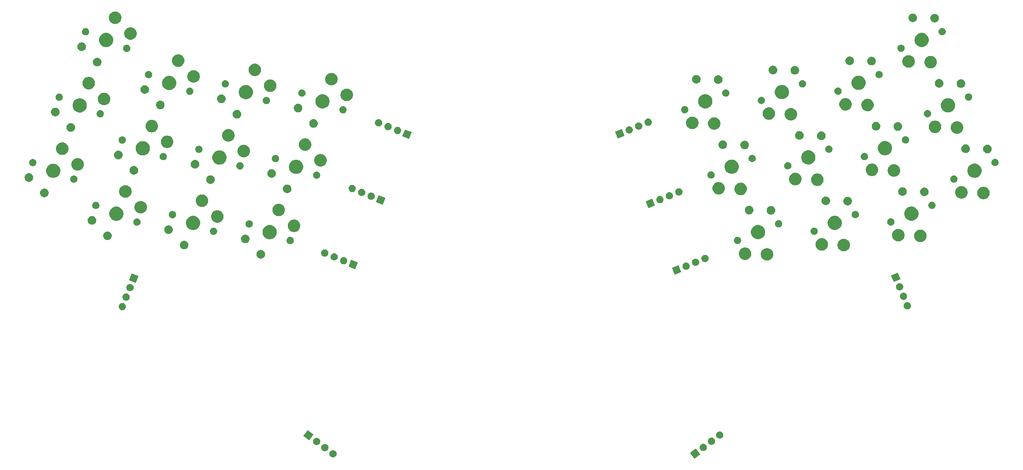
<source format=gbr>
G04 #@! TF.GenerationSoftware,KiCad,Pcbnew,(5.1.4)-1*
G04 #@! TF.CreationDate,2022-12-17T20:18:43-05:00*
G04 #@! TF.ProjectId,ThumbsUp,5468756d-6273-4557-902e-6b696361645f,rev?*
G04 #@! TF.SameCoordinates,Original*
G04 #@! TF.FileFunction,Soldermask,Top*
G04 #@! TF.FilePolarity,Negative*
%FSLAX46Y46*%
G04 Gerber Fmt 4.6, Leading zero omitted, Abs format (unit mm)*
G04 Created by KiCad (PCBNEW (5.1.4)-1) date 2022-12-17 20:18:43*
%MOMM*%
%LPD*%
G04 APERTURE LIST*
%ADD10C,0.100000*%
G04 APERTURE END LIST*
D10*
G36*
X190664725Y-362695747D02*
G01*
X191319942Y-363565249D01*
X191319942Y-363565250D01*
X190624920Y-364088986D01*
X189880801Y-364649720D01*
X189880800Y-364649720D01*
X189236924Y-363795267D01*
X188796330Y-363210579D01*
X188796330Y-363210578D01*
X189841241Y-362423182D01*
X190235471Y-362126108D01*
X190235472Y-362126108D01*
X190664725Y-362695747D01*
X190664725Y-362695747D01*
G37*
G36*
X100279997Y-362554319D02*
G01*
X100346182Y-362560838D01*
X100516021Y-362612358D01*
X100672546Y-362696023D01*
X100708284Y-362725353D01*
X100809741Y-362808615D01*
X100893003Y-362910072D01*
X100922333Y-362945810D01*
X101005998Y-363102335D01*
X101057518Y-363272174D01*
X101074914Y-363448801D01*
X101057518Y-363625428D01*
X101005998Y-363795267D01*
X100922333Y-363951792D01*
X100893003Y-363987530D01*
X100809741Y-364088987D01*
X100708284Y-364172249D01*
X100672546Y-364201579D01*
X100516021Y-364285244D01*
X100346182Y-364336764D01*
X100279997Y-364343283D01*
X100213815Y-364349801D01*
X100125295Y-364349801D01*
X100059113Y-364343283D01*
X99992928Y-364336764D01*
X99823089Y-364285244D01*
X99666564Y-364201579D01*
X99630826Y-364172249D01*
X99529369Y-364088987D01*
X99446107Y-363987530D01*
X99416777Y-363951792D01*
X99333112Y-363795267D01*
X99281592Y-363625428D01*
X99264196Y-363448801D01*
X99281592Y-363272174D01*
X99333112Y-363102335D01*
X99416777Y-362945810D01*
X99446107Y-362910072D01*
X99529369Y-362808615D01*
X99630826Y-362725353D01*
X99666564Y-362696023D01*
X99823089Y-362612358D01*
X99992928Y-362560838D01*
X100059113Y-362554319D01*
X100125295Y-362547801D01*
X100213815Y-362547801D01*
X100279997Y-362554319D01*
X100279997Y-362554319D01*
G37*
G36*
X98251462Y-361025709D02*
G01*
X98317647Y-361032228D01*
X98487486Y-361083748D01*
X98487488Y-361083749D01*
X98530100Y-361106526D01*
X98644011Y-361167413D01*
X98679749Y-361196743D01*
X98781206Y-361280005D01*
X98843829Y-361356313D01*
X98893798Y-361417200D01*
X98977463Y-361573725D01*
X99028983Y-361743564D01*
X99046379Y-361920191D01*
X99028983Y-362096818D01*
X98977463Y-362266657D01*
X98893798Y-362423182D01*
X98864468Y-362458920D01*
X98781206Y-362560377D01*
X98679749Y-362643639D01*
X98644011Y-362672969D01*
X98487486Y-362756634D01*
X98317647Y-362808154D01*
X98251463Y-362814672D01*
X98185280Y-362821191D01*
X98096760Y-362821191D01*
X98030577Y-362814672D01*
X97964393Y-362808154D01*
X97794554Y-362756634D01*
X97638029Y-362672969D01*
X97602291Y-362643639D01*
X97500834Y-362560377D01*
X97417572Y-362458920D01*
X97388242Y-362423182D01*
X97304577Y-362266657D01*
X97253057Y-362096818D01*
X97235661Y-361920191D01*
X97253057Y-361743564D01*
X97304577Y-361573725D01*
X97388242Y-361417200D01*
X97438211Y-361356313D01*
X97500834Y-361280005D01*
X97602291Y-361196743D01*
X97638029Y-361167413D01*
X97751940Y-361106526D01*
X97794552Y-361083749D01*
X97794554Y-361083748D01*
X97964393Y-361032228D01*
X98030578Y-361025709D01*
X98096760Y-361019191D01*
X98185280Y-361019191D01*
X98251462Y-361025709D01*
X98251462Y-361025709D01*
G37*
G36*
X192197112Y-360964822D02*
G01*
X192263297Y-360971341D01*
X192433136Y-361022861D01*
X192589661Y-361106526D01*
X192625399Y-361135856D01*
X192726856Y-361219118D01*
X192810118Y-361320575D01*
X192839448Y-361356313D01*
X192923113Y-361512838D01*
X192974633Y-361682677D01*
X192992029Y-361859304D01*
X192974633Y-362035931D01*
X192923113Y-362205770D01*
X192839448Y-362362295D01*
X192810118Y-362398033D01*
X192726856Y-362499490D01*
X192652102Y-362560838D01*
X192589661Y-362612082D01*
X192589659Y-362612083D01*
X192475749Y-362672970D01*
X192433136Y-362695747D01*
X192263297Y-362747267D01*
X192197113Y-362753785D01*
X192130930Y-362760304D01*
X192042410Y-362760304D01*
X191976227Y-362753785D01*
X191910043Y-362747267D01*
X191740204Y-362695747D01*
X191697592Y-362672970D01*
X191583681Y-362612083D01*
X191583679Y-362612082D01*
X191521238Y-362560838D01*
X191446484Y-362499490D01*
X191363222Y-362398033D01*
X191333892Y-362362295D01*
X191250227Y-362205770D01*
X191198707Y-362035931D01*
X191181311Y-361859304D01*
X191198707Y-361682677D01*
X191250227Y-361512838D01*
X191333892Y-361356313D01*
X191363222Y-361320575D01*
X191446484Y-361219118D01*
X191547941Y-361135856D01*
X191583679Y-361106526D01*
X191740204Y-361022861D01*
X191910043Y-360971341D01*
X191976228Y-360964822D01*
X192042410Y-360958304D01*
X192130930Y-360958304D01*
X192197112Y-360964822D01*
X192197112Y-360964822D01*
G37*
G36*
X96222929Y-359497100D02*
G01*
X96289113Y-359503618D01*
X96458952Y-359555138D01*
X96458954Y-359555139D01*
X96501566Y-359577916D01*
X96615477Y-359638803D01*
X96651215Y-359668133D01*
X96752672Y-359751395D01*
X96815295Y-359827703D01*
X96865264Y-359888590D01*
X96948929Y-360045115D01*
X97000449Y-360214954D01*
X97017845Y-360391581D01*
X97000449Y-360568208D01*
X96948929Y-360738047D01*
X96865264Y-360894572D01*
X96835934Y-360930310D01*
X96752672Y-361031767D01*
X96651215Y-361115029D01*
X96615477Y-361144359D01*
X96458952Y-361228024D01*
X96289113Y-361279544D01*
X96222928Y-361286063D01*
X96156746Y-361292581D01*
X96068226Y-361292581D01*
X96002044Y-361286063D01*
X95935859Y-361279544D01*
X95766020Y-361228024D01*
X95609495Y-361144359D01*
X95573757Y-361115029D01*
X95472300Y-361031767D01*
X95389038Y-360930310D01*
X95359708Y-360894572D01*
X95276043Y-360738047D01*
X95224523Y-360568208D01*
X95207127Y-360391581D01*
X95224523Y-360214954D01*
X95276043Y-360045115D01*
X95359708Y-359888590D01*
X95409677Y-359827703D01*
X95472300Y-359751395D01*
X95573757Y-359668133D01*
X95609495Y-359638803D01*
X95723406Y-359577916D01*
X95766018Y-359555139D01*
X95766020Y-359555138D01*
X95935859Y-359503618D01*
X96002043Y-359497100D01*
X96068226Y-359490581D01*
X96156746Y-359490581D01*
X96222929Y-359497100D01*
X96222929Y-359497100D01*
G37*
G36*
X194225646Y-359436212D02*
G01*
X194291831Y-359442731D01*
X194461670Y-359494251D01*
X194618195Y-359577916D01*
X194653933Y-359607246D01*
X194755390Y-359690508D01*
X194838652Y-359791965D01*
X194867982Y-359827703D01*
X194951647Y-359984228D01*
X195003167Y-360154067D01*
X195020563Y-360330694D01*
X195003167Y-360507321D01*
X194951647Y-360677160D01*
X194867982Y-360833685D01*
X194838652Y-360869423D01*
X194755390Y-360970880D01*
X194680636Y-361032228D01*
X194618195Y-361083472D01*
X194618193Y-361083473D01*
X194504283Y-361144360D01*
X194461670Y-361167137D01*
X194291831Y-361218657D01*
X194225646Y-361225176D01*
X194159464Y-361231694D01*
X194070944Y-361231694D01*
X194004762Y-361225176D01*
X193938577Y-361218657D01*
X193768738Y-361167137D01*
X193726126Y-361144360D01*
X193612215Y-361083473D01*
X193612213Y-361083472D01*
X193549772Y-361032228D01*
X193475018Y-360970880D01*
X193391756Y-360869423D01*
X193362426Y-360833685D01*
X193278761Y-360677160D01*
X193227241Y-360507321D01*
X193209845Y-360330694D01*
X193227241Y-360154067D01*
X193278761Y-359984228D01*
X193362426Y-359827703D01*
X193391756Y-359791965D01*
X193475018Y-359690508D01*
X193576475Y-359607246D01*
X193612213Y-359577916D01*
X193768738Y-359494251D01*
X193938577Y-359442731D01*
X194004762Y-359436212D01*
X194070944Y-359429694D01*
X194159464Y-359429694D01*
X194225646Y-359436212D01*
X194225646Y-359436212D01*
G37*
G36*
X94321923Y-357914121D02*
G01*
X95345758Y-358685635D01*
X95345758Y-358685636D01*
X94879729Y-359304077D01*
X94261288Y-360124777D01*
X94261287Y-360124777D01*
X93504986Y-359554863D01*
X92822146Y-359040307D01*
X92822146Y-359040306D01*
X93568919Y-358049305D01*
X93906616Y-357601165D01*
X93906617Y-357601165D01*
X94321923Y-357914121D01*
X94321923Y-357914121D01*
G37*
G36*
X196254181Y-357907602D02*
G01*
X196320366Y-357914121D01*
X196490205Y-357965641D01*
X196646730Y-358049306D01*
X196682468Y-358078636D01*
X196783925Y-358161898D01*
X196867187Y-358263355D01*
X196896517Y-358299093D01*
X196980182Y-358455618D01*
X197031702Y-358625457D01*
X197049098Y-358802084D01*
X197031702Y-358978711D01*
X196980182Y-359148550D01*
X196896517Y-359305075D01*
X196867187Y-359340813D01*
X196783925Y-359442270D01*
X196709171Y-359503618D01*
X196646730Y-359554862D01*
X196490205Y-359638527D01*
X196320366Y-359690047D01*
X196254182Y-359696565D01*
X196187999Y-359703084D01*
X196099479Y-359703084D01*
X196033296Y-359696565D01*
X195967112Y-359690047D01*
X195797273Y-359638527D01*
X195640748Y-359554862D01*
X195578307Y-359503618D01*
X195503553Y-359442270D01*
X195420291Y-359340813D01*
X195390961Y-359305075D01*
X195307296Y-359148550D01*
X195255776Y-358978711D01*
X195238380Y-358802084D01*
X195255776Y-358625457D01*
X195307296Y-358455618D01*
X195390961Y-358299093D01*
X195420291Y-358263355D01*
X195503553Y-358161898D01*
X195605010Y-358078636D01*
X195640748Y-358049306D01*
X195797273Y-357965641D01*
X195967112Y-357914121D01*
X196033297Y-357907602D01*
X196099479Y-357901084D01*
X196187999Y-357901084D01*
X196254181Y-357907602D01*
X196254181Y-357907602D01*
G37*
G36*
X47992381Y-326035687D02*
G01*
X48058565Y-326042205D01*
X48228404Y-326093725D01*
X48384929Y-326177390D01*
X48420667Y-326206720D01*
X48522124Y-326289982D01*
X48605386Y-326391439D01*
X48634716Y-326427177D01*
X48718381Y-326583702D01*
X48769901Y-326753541D01*
X48787297Y-326930168D01*
X48769901Y-327106795D01*
X48718381Y-327276634D01*
X48634716Y-327433159D01*
X48605386Y-327468897D01*
X48522124Y-327570354D01*
X48438499Y-327638982D01*
X48384929Y-327682946D01*
X48228404Y-327766611D01*
X48058565Y-327818131D01*
X47992381Y-327824649D01*
X47926198Y-327831168D01*
X47837678Y-327831168D01*
X47771495Y-327824649D01*
X47705311Y-327818131D01*
X47535472Y-327766611D01*
X47378947Y-327682946D01*
X47325377Y-327638982D01*
X47241752Y-327570354D01*
X47158490Y-327468897D01*
X47129160Y-327433159D01*
X47045495Y-327276634D01*
X46993975Y-327106795D01*
X46976579Y-326930168D01*
X46993975Y-326753541D01*
X47045495Y-326583702D01*
X47129160Y-326427177D01*
X47158490Y-326391439D01*
X47241752Y-326289982D01*
X47343209Y-326206720D01*
X47378947Y-326177390D01*
X47535472Y-326093725D01*
X47705311Y-326042205D01*
X47771495Y-326035687D01*
X47837678Y-326029168D01*
X47926198Y-326029168D01*
X47992381Y-326035687D01*
X47992381Y-326035687D01*
G37*
G36*
X242834560Y-325843500D02*
G01*
X242900745Y-325850019D01*
X243070584Y-325901539D01*
X243227109Y-325985204D01*
X243262847Y-326014534D01*
X243364304Y-326097796D01*
X243429623Y-326177389D01*
X243476896Y-326234991D01*
X243560561Y-326391516D01*
X243612081Y-326561355D01*
X243629477Y-326737982D01*
X243612081Y-326914609D01*
X243560561Y-327084448D01*
X243476896Y-327240973D01*
X243447630Y-327276634D01*
X243364304Y-327378168D01*
X243297296Y-327433159D01*
X243227109Y-327490760D01*
X243070584Y-327574425D01*
X242900745Y-327625945D01*
X242834560Y-327632464D01*
X242768378Y-327638982D01*
X242679858Y-327638982D01*
X242613676Y-327632464D01*
X242547491Y-327625945D01*
X242377652Y-327574425D01*
X242221127Y-327490760D01*
X242150940Y-327433159D01*
X242083932Y-327378168D01*
X242000606Y-327276634D01*
X241971340Y-327240973D01*
X241887675Y-327084448D01*
X241836155Y-326914609D01*
X241818759Y-326737982D01*
X241836155Y-326561355D01*
X241887675Y-326391516D01*
X241971340Y-326234991D01*
X242018613Y-326177389D01*
X242083932Y-326097796D01*
X242185389Y-326014534D01*
X242221127Y-325985204D01*
X242377652Y-325901539D01*
X242547491Y-325850019D01*
X242613676Y-325843500D01*
X242679858Y-325836982D01*
X242768378Y-325836982D01*
X242834560Y-325843500D01*
X242834560Y-325843500D01*
G37*
G36*
X48943882Y-323680640D02*
G01*
X49010066Y-323687158D01*
X49179905Y-323738678D01*
X49336430Y-323822343D01*
X49372168Y-323851673D01*
X49473625Y-323934935D01*
X49556887Y-324036392D01*
X49586217Y-324072130D01*
X49669882Y-324228655D01*
X49721402Y-324398494D01*
X49738798Y-324575121D01*
X49721402Y-324751748D01*
X49669882Y-324921587D01*
X49586217Y-325078112D01*
X49556887Y-325113850D01*
X49473625Y-325215307D01*
X49390000Y-325283935D01*
X49336430Y-325327899D01*
X49179905Y-325411564D01*
X49010066Y-325463084D01*
X48943881Y-325469603D01*
X48877699Y-325476121D01*
X48789179Y-325476121D01*
X48722997Y-325469603D01*
X48656812Y-325463084D01*
X48486973Y-325411564D01*
X48330448Y-325327899D01*
X48276878Y-325283935D01*
X48193253Y-325215307D01*
X48109991Y-325113850D01*
X48080661Y-325078112D01*
X47996996Y-324921587D01*
X47945476Y-324751748D01*
X47928080Y-324575121D01*
X47945476Y-324398494D01*
X47996996Y-324228655D01*
X48080661Y-324072130D01*
X48109991Y-324036392D01*
X48193253Y-323934935D01*
X48294710Y-323851673D01*
X48330448Y-323822343D01*
X48486973Y-323738678D01*
X48656812Y-323687158D01*
X48722996Y-323680640D01*
X48789179Y-323674121D01*
X48877699Y-323674121D01*
X48943882Y-323680640D01*
X48943882Y-323680640D01*
G37*
G36*
X241883060Y-323488454D02*
G01*
X241949244Y-323494972D01*
X242119083Y-323546492D01*
X242275608Y-323630157D01*
X242311346Y-323659487D01*
X242412803Y-323742749D01*
X242478122Y-323822342D01*
X242525395Y-323879944D01*
X242609060Y-324036469D01*
X242660580Y-324206308D01*
X242677976Y-324382935D01*
X242660580Y-324559562D01*
X242609060Y-324729401D01*
X242525395Y-324885926D01*
X242496129Y-324921587D01*
X242412803Y-325023121D01*
X242345795Y-325078112D01*
X242275608Y-325135713D01*
X242119083Y-325219378D01*
X241949244Y-325270898D01*
X241883060Y-325277416D01*
X241816877Y-325283935D01*
X241728357Y-325283935D01*
X241662174Y-325277416D01*
X241595990Y-325270898D01*
X241426151Y-325219378D01*
X241269626Y-325135713D01*
X241199439Y-325078112D01*
X241132431Y-325023121D01*
X241049105Y-324921587D01*
X241019839Y-324885926D01*
X240936174Y-324729401D01*
X240884654Y-324559562D01*
X240867258Y-324382935D01*
X240884654Y-324206308D01*
X240936174Y-324036469D01*
X241019839Y-323879944D01*
X241067112Y-323822342D01*
X241132431Y-323742749D01*
X241233888Y-323659487D01*
X241269626Y-323630157D01*
X241426151Y-323546492D01*
X241595990Y-323494972D01*
X241662174Y-323488454D01*
X241728357Y-323481935D01*
X241816877Y-323481935D01*
X241883060Y-323488454D01*
X241883060Y-323488454D01*
G37*
G36*
X49895381Y-321325592D02*
G01*
X49961566Y-321332111D01*
X50131405Y-321383631D01*
X50287930Y-321467296D01*
X50323668Y-321496626D01*
X50425125Y-321579888D01*
X50508387Y-321681345D01*
X50537717Y-321717083D01*
X50621382Y-321873608D01*
X50672902Y-322043447D01*
X50690298Y-322220074D01*
X50672902Y-322396701D01*
X50621382Y-322566540D01*
X50537717Y-322723065D01*
X50508387Y-322758803D01*
X50425125Y-322860260D01*
X50341500Y-322928888D01*
X50287930Y-322972852D01*
X50131405Y-323056517D01*
X49961566Y-323108037D01*
X49895381Y-323114556D01*
X49829199Y-323121074D01*
X49740679Y-323121074D01*
X49674497Y-323114556D01*
X49608312Y-323108037D01*
X49438473Y-323056517D01*
X49281948Y-322972852D01*
X49228378Y-322928888D01*
X49144753Y-322860260D01*
X49061491Y-322758803D01*
X49032161Y-322723065D01*
X48948496Y-322566540D01*
X48896976Y-322396701D01*
X48879580Y-322220074D01*
X48896976Y-322043447D01*
X48948496Y-321873608D01*
X49032161Y-321717083D01*
X49061491Y-321681345D01*
X49144753Y-321579888D01*
X49246210Y-321496626D01*
X49281948Y-321467296D01*
X49438473Y-321383631D01*
X49608312Y-321332111D01*
X49674497Y-321325592D01*
X49740679Y-321319074D01*
X49829199Y-321319074D01*
X49895381Y-321325592D01*
X49895381Y-321325592D01*
G37*
G36*
X240931559Y-321133406D02*
G01*
X240997744Y-321139925D01*
X241167583Y-321191445D01*
X241324108Y-321275110D01*
X241359846Y-321304440D01*
X241461303Y-321387702D01*
X241526622Y-321467295D01*
X241573895Y-321524897D01*
X241657560Y-321681422D01*
X241709080Y-321851261D01*
X241726476Y-322027888D01*
X241709080Y-322204515D01*
X241657560Y-322374354D01*
X241573895Y-322530879D01*
X241544629Y-322566540D01*
X241461303Y-322668074D01*
X241394295Y-322723065D01*
X241324108Y-322780666D01*
X241167583Y-322864331D01*
X240997744Y-322915851D01*
X240931559Y-322922370D01*
X240865377Y-322928888D01*
X240776857Y-322928888D01*
X240710675Y-322922370D01*
X240644490Y-322915851D01*
X240474651Y-322864331D01*
X240318126Y-322780666D01*
X240247939Y-322723065D01*
X240180931Y-322668074D01*
X240097605Y-322566540D01*
X240068339Y-322530879D01*
X239984674Y-322374354D01*
X239933154Y-322204515D01*
X239915758Y-322027888D01*
X239933154Y-321851261D01*
X239984674Y-321681422D01*
X240068339Y-321524897D01*
X240115612Y-321467295D01*
X240180931Y-321387702D01*
X240282388Y-321304440D01*
X240318126Y-321275110D01*
X240474651Y-321191445D01*
X240644490Y-321139925D01*
X240710675Y-321133406D01*
X240776857Y-321126888D01*
X240865377Y-321126888D01*
X240931559Y-321133406D01*
X240931559Y-321133406D01*
G37*
G36*
X51909354Y-319367154D02*
G01*
X51234313Y-321037941D01*
X49563526Y-320362900D01*
X50238567Y-318692113D01*
X51909354Y-319367154D01*
X51909354Y-319367154D01*
G37*
G36*
X241042530Y-320170714D02*
G01*
X239371743Y-320845755D01*
X238696702Y-319174968D01*
X240367489Y-318499927D01*
X241042530Y-320170714D01*
X241042530Y-320170714D01*
G37*
G36*
X186622914Y-318347873D02*
G01*
X184952127Y-319022914D01*
X184277086Y-317352127D01*
X185947873Y-316677086D01*
X186622914Y-318347873D01*
X186622914Y-318347873D01*
G37*
G36*
X187896295Y-316002127D02*
G01*
X187981674Y-316010536D01*
X188151513Y-316062056D01*
X188308038Y-316145721D01*
X188343776Y-316175051D01*
X188445233Y-316258313D01*
X188528495Y-316359770D01*
X188557825Y-316395508D01*
X188641490Y-316552033D01*
X188693010Y-316721872D01*
X188710406Y-316898499D01*
X188693010Y-317075126D01*
X188641490Y-317244965D01*
X188557825Y-317401490D01*
X188528495Y-317437228D01*
X188445233Y-317538685D01*
X188343776Y-317621947D01*
X188308038Y-317651277D01*
X188151513Y-317734942D01*
X187981674Y-317786462D01*
X187915490Y-317792980D01*
X187849307Y-317799499D01*
X187760787Y-317799499D01*
X187694604Y-317792980D01*
X187628420Y-317786462D01*
X187458581Y-317734942D01*
X187302056Y-317651277D01*
X187266318Y-317621947D01*
X187164861Y-317538685D01*
X187081599Y-317437228D01*
X187052269Y-317401490D01*
X186968604Y-317244965D01*
X186917084Y-317075126D01*
X186899688Y-316898499D01*
X186917084Y-316721872D01*
X186968604Y-316552033D01*
X187052269Y-316395508D01*
X187081599Y-316359770D01*
X187164861Y-316258313D01*
X187266318Y-316175051D01*
X187302056Y-316145721D01*
X187458581Y-316062056D01*
X187628420Y-316010536D01*
X187713799Y-316002127D01*
X187760787Y-315997499D01*
X187849307Y-315997499D01*
X187896295Y-316002127D01*
X187896295Y-316002127D01*
G37*
G36*
X106358157Y-316002127D02*
G01*
X105683116Y-317672914D01*
X104012329Y-316997873D01*
X104687370Y-315327086D01*
X106358157Y-316002127D01*
X106358157Y-316002127D01*
G37*
G36*
X190270537Y-315052518D02*
G01*
X190336721Y-315059036D01*
X190506560Y-315110556D01*
X190663085Y-315194221D01*
X190698823Y-315223551D01*
X190800280Y-315306813D01*
X190853673Y-315371874D01*
X190912872Y-315444008D01*
X190996537Y-315600533D01*
X191048057Y-315770372D01*
X191065453Y-315946999D01*
X191048057Y-316123626D01*
X190996537Y-316293465D01*
X190912872Y-316449990D01*
X190883542Y-316485728D01*
X190800280Y-316587185D01*
X190698823Y-316670447D01*
X190663085Y-316699777D01*
X190506560Y-316783442D01*
X190336721Y-316834962D01*
X190270537Y-316841480D01*
X190204354Y-316847999D01*
X190115834Y-316847999D01*
X190049651Y-316841480D01*
X189983467Y-316834962D01*
X189813628Y-316783442D01*
X189657103Y-316699777D01*
X189621365Y-316670447D01*
X189519908Y-316587185D01*
X189436646Y-316485728D01*
X189407316Y-316449990D01*
X189323651Y-316293465D01*
X189272131Y-316123626D01*
X189254735Y-315946999D01*
X189272131Y-315770372D01*
X189323651Y-315600533D01*
X189407316Y-315444008D01*
X189466515Y-315371874D01*
X189519908Y-315306813D01*
X189621365Y-315223551D01*
X189657103Y-315194221D01*
X189813628Y-315110556D01*
X189983467Y-315059036D01*
X190049651Y-315052518D01*
X190115834Y-315045999D01*
X190204354Y-315045999D01*
X190270537Y-315052518D01*
X190270537Y-315052518D01*
G37*
G36*
X102940638Y-314654017D02*
G01*
X103006823Y-314660536D01*
X103176662Y-314712056D01*
X103333187Y-314795721D01*
X103368925Y-314825051D01*
X103470382Y-314908313D01*
X103541932Y-314995498D01*
X103582974Y-315045508D01*
X103666639Y-315202033D01*
X103718159Y-315371872D01*
X103735555Y-315548499D01*
X103718159Y-315725126D01*
X103666639Y-315894965D01*
X103582974Y-316051490D01*
X103553644Y-316087228D01*
X103470382Y-316188685D01*
X103368925Y-316271947D01*
X103333187Y-316301277D01*
X103176662Y-316384942D01*
X103006823Y-316436462D01*
X102940638Y-316442981D01*
X102874456Y-316449499D01*
X102785936Y-316449499D01*
X102719754Y-316442981D01*
X102653569Y-316436462D01*
X102483730Y-316384942D01*
X102327205Y-316301277D01*
X102291467Y-316271947D01*
X102190010Y-316188685D01*
X102106748Y-316087228D01*
X102077418Y-316051490D01*
X101993753Y-315894965D01*
X101942233Y-315725126D01*
X101924837Y-315548499D01*
X101942233Y-315371872D01*
X101993753Y-315202033D01*
X102077418Y-315045508D01*
X102118460Y-314995498D01*
X102190010Y-314908313D01*
X102291467Y-314825051D01*
X102327205Y-314795721D01*
X102483730Y-314712056D01*
X102653569Y-314660536D01*
X102719754Y-314654017D01*
X102785936Y-314647499D01*
X102874456Y-314647499D01*
X102940638Y-314654017D01*
X102940638Y-314654017D01*
G37*
G36*
X192625583Y-314101016D02*
G01*
X192691768Y-314107535D01*
X192861607Y-314159055D01*
X193018132Y-314242720D01*
X193046790Y-314266239D01*
X193155327Y-314355312D01*
X193208721Y-314420374D01*
X193267919Y-314492507D01*
X193351584Y-314649032D01*
X193403104Y-314818871D01*
X193420500Y-314995498D01*
X193403104Y-315172125D01*
X193351584Y-315341964D01*
X193267919Y-315498489D01*
X193240744Y-315531601D01*
X193155327Y-315635684D01*
X193053870Y-315718946D01*
X193018132Y-315748276D01*
X192861607Y-315831941D01*
X192691768Y-315883461D01*
X192625584Y-315889979D01*
X192559401Y-315896498D01*
X192470881Y-315896498D01*
X192404698Y-315889979D01*
X192338514Y-315883461D01*
X192168675Y-315831941D01*
X192012150Y-315748276D01*
X191976412Y-315718946D01*
X191874955Y-315635684D01*
X191789538Y-315531601D01*
X191762363Y-315498489D01*
X191678698Y-315341964D01*
X191627178Y-315172125D01*
X191609782Y-314995498D01*
X191627178Y-314818871D01*
X191678698Y-314649032D01*
X191762363Y-314492507D01*
X191821561Y-314420374D01*
X191874955Y-314355312D01*
X191983492Y-314266239D01*
X192012150Y-314242720D01*
X192168675Y-314159055D01*
X192338514Y-314107535D01*
X192404699Y-314101016D01*
X192470881Y-314094498D01*
X192559401Y-314094498D01*
X192625583Y-314101016D01*
X192625583Y-314101016D01*
G37*
G36*
X208111868Y-312439350D02*
G01*
X208362506Y-312489205D01*
X208644770Y-312606122D01*
X208898801Y-312775860D01*
X209114837Y-312991896D01*
X209284575Y-313245927D01*
X209401492Y-313528191D01*
X209401492Y-313528192D01*
X209461096Y-313827840D01*
X209461096Y-314133362D01*
X209437789Y-314250533D01*
X209401492Y-314433011D01*
X209284575Y-314715275D01*
X209114837Y-314969306D01*
X208898801Y-315185342D01*
X208644770Y-315355080D01*
X208362506Y-315471997D01*
X208212681Y-315501799D01*
X208062857Y-315531601D01*
X207757335Y-315531601D01*
X207607511Y-315501799D01*
X207457686Y-315471997D01*
X207175422Y-315355080D01*
X206921391Y-315185342D01*
X206705355Y-314969306D01*
X206535617Y-314715275D01*
X206418700Y-314433011D01*
X206382403Y-314250533D01*
X206359096Y-314133362D01*
X206359096Y-313827840D01*
X206418700Y-313528192D01*
X206418700Y-313528191D01*
X206535617Y-313245927D01*
X206705355Y-312991896D01*
X206921391Y-312775860D01*
X207175422Y-312606122D01*
X207457686Y-312489205D01*
X207708324Y-312439350D01*
X207757335Y-312429601D01*
X208062857Y-312429601D01*
X208111868Y-312439350D01*
X208111868Y-312439350D01*
G37*
G36*
X100585591Y-313702517D02*
G01*
X100651776Y-313709036D01*
X100821615Y-313760556D01*
X100978140Y-313844221D01*
X101013878Y-313873551D01*
X101115335Y-313956813D01*
X101198597Y-314058270D01*
X101227927Y-314094008D01*
X101311592Y-314250533D01*
X101363112Y-314420372D01*
X101380508Y-314596999D01*
X101363112Y-314773626D01*
X101311592Y-314943465D01*
X101311591Y-314943467D01*
X101283780Y-314995498D01*
X101227927Y-315099990D01*
X101198597Y-315135728D01*
X101115335Y-315237185D01*
X101013878Y-315320447D01*
X100978140Y-315349777D01*
X100821615Y-315433442D01*
X100651776Y-315484962D01*
X100585592Y-315491480D01*
X100519409Y-315497999D01*
X100430889Y-315497999D01*
X100364706Y-315491480D01*
X100298522Y-315484962D01*
X100128683Y-315433442D01*
X99972158Y-315349777D01*
X99936420Y-315320447D01*
X99834963Y-315237185D01*
X99751701Y-315135728D01*
X99722371Y-315099990D01*
X99666518Y-314995498D01*
X99638707Y-314943467D01*
X99638706Y-314943465D01*
X99587186Y-314773626D01*
X99569790Y-314596999D01*
X99587186Y-314420372D01*
X99638706Y-314250533D01*
X99722371Y-314094008D01*
X99751701Y-314058270D01*
X99834963Y-313956813D01*
X99936420Y-313873551D01*
X99972158Y-313844221D01*
X100128683Y-313760556D01*
X100298522Y-313709036D01*
X100364707Y-313702517D01*
X100430889Y-313695999D01*
X100519409Y-313695999D01*
X100585591Y-313702517D01*
X100585591Y-313702517D01*
G37*
G36*
X202752627Y-312292631D02*
G01*
X202902452Y-312322433D01*
X203184716Y-312439350D01*
X203438747Y-312609088D01*
X203654783Y-312825124D01*
X203824521Y-313079155D01*
X203941438Y-313361419D01*
X204001042Y-313661069D01*
X204001042Y-313966589D01*
X203941438Y-314266239D01*
X203824521Y-314548503D01*
X203654783Y-314802534D01*
X203438747Y-315018570D01*
X203184716Y-315188308D01*
X202902452Y-315305225D01*
X202792549Y-315327086D01*
X202602803Y-315364829D01*
X202297281Y-315364829D01*
X202107535Y-315327086D01*
X201997632Y-315305225D01*
X201715368Y-315188308D01*
X201461337Y-315018570D01*
X201245301Y-314802534D01*
X201075563Y-314548503D01*
X200958646Y-314266239D01*
X200899042Y-313966589D01*
X200899042Y-313661069D01*
X200958646Y-313361419D01*
X201075563Y-313079155D01*
X201245301Y-312825124D01*
X201461337Y-312609088D01*
X201715368Y-312439350D01*
X201997632Y-312322433D01*
X202147457Y-312292631D01*
X202297281Y-312262829D01*
X202602803Y-312262829D01*
X202752627Y-312292631D01*
X202752627Y-312292631D01*
G37*
G36*
X82554837Y-312931671D02*
G01*
X82732623Y-313005313D01*
X82749020Y-313012105D01*
X82923779Y-313128875D01*
X83072399Y-313277495D01*
X83189169Y-313452254D01*
X83189170Y-313452256D01*
X83269603Y-313646437D01*
X83310606Y-313852576D01*
X83310606Y-314062760D01*
X83269603Y-314268899D01*
X83201625Y-314433010D01*
X83189169Y-314463082D01*
X83072399Y-314637841D01*
X82923779Y-314786461D01*
X82749020Y-314903231D01*
X82749019Y-314903232D01*
X82749018Y-314903232D01*
X82554837Y-314983665D01*
X82348698Y-315024668D01*
X82138514Y-315024668D01*
X81932375Y-314983665D01*
X81738194Y-314903232D01*
X81738193Y-314903232D01*
X81738192Y-314903231D01*
X81563433Y-314786461D01*
X81414813Y-314637841D01*
X81298043Y-314463082D01*
X81285587Y-314433010D01*
X81217609Y-314268899D01*
X81176606Y-314062760D01*
X81176606Y-313852576D01*
X81217609Y-313646437D01*
X81298042Y-313452256D01*
X81298043Y-313452254D01*
X81414813Y-313277495D01*
X81563433Y-313128875D01*
X81738192Y-313012105D01*
X81754589Y-313005313D01*
X81932375Y-312931671D01*
X82138514Y-312890668D01*
X82348698Y-312890668D01*
X82554837Y-312931671D01*
X82554837Y-312931671D01*
G37*
G36*
X98230544Y-312751016D02*
G01*
X98296729Y-312757535D01*
X98466568Y-312809055D01*
X98623093Y-312892720D01*
X98658831Y-312922050D01*
X98760288Y-313005312D01*
X98820888Y-313079155D01*
X98872880Y-313142507D01*
X98956545Y-313299032D01*
X99008065Y-313468871D01*
X99025461Y-313645498D01*
X99008065Y-313822125D01*
X98956545Y-313991964D01*
X98872880Y-314148489D01*
X98843550Y-314184227D01*
X98760288Y-314285684D01*
X98658831Y-314368946D01*
X98623093Y-314398276D01*
X98623091Y-314398277D01*
X98501851Y-314463082D01*
X98466568Y-314481941D01*
X98296729Y-314533461D01*
X98230544Y-314539980D01*
X98164362Y-314546498D01*
X98075842Y-314546498D01*
X98009660Y-314539980D01*
X97943475Y-314533461D01*
X97773636Y-314481941D01*
X97738354Y-314463082D01*
X97617113Y-314398277D01*
X97617111Y-314398276D01*
X97581373Y-314368946D01*
X97479916Y-314285684D01*
X97396654Y-314184227D01*
X97367324Y-314148489D01*
X97283659Y-313991964D01*
X97232139Y-313822125D01*
X97214743Y-313645498D01*
X97232139Y-313468871D01*
X97283659Y-313299032D01*
X97367324Y-313142507D01*
X97419316Y-313079155D01*
X97479916Y-313005312D01*
X97581373Y-312922050D01*
X97617111Y-312892720D01*
X97773636Y-312809055D01*
X97943475Y-312757535D01*
X98009660Y-312751016D01*
X98075842Y-312744498D01*
X98164362Y-312744498D01*
X98230544Y-312751016D01*
X98230544Y-312751016D01*
G37*
G36*
X227137803Y-310145047D02*
G01*
X227388441Y-310194902D01*
X227670705Y-310311819D01*
X227924736Y-310481557D01*
X228140772Y-310697593D01*
X228310510Y-310951624D01*
X228427427Y-311233888D01*
X228487031Y-311533538D01*
X228487031Y-311839058D01*
X228427427Y-312138708D01*
X228310510Y-312420972D01*
X228140772Y-312675003D01*
X227924736Y-312891039D01*
X227670705Y-313060777D01*
X227388441Y-313177694D01*
X227238616Y-313207496D01*
X227088792Y-313237298D01*
X226783270Y-313237298D01*
X226633446Y-313207496D01*
X226483621Y-313177694D01*
X226201357Y-313060777D01*
X225947326Y-312891039D01*
X225731290Y-312675003D01*
X225561552Y-312420972D01*
X225444635Y-312138708D01*
X225385031Y-311839058D01*
X225385031Y-311533538D01*
X225444635Y-311233888D01*
X225561552Y-310951624D01*
X225731290Y-310697593D01*
X225947326Y-310481557D01*
X226201357Y-310311819D01*
X226483621Y-310194902D01*
X226734259Y-310145047D01*
X226783270Y-310135298D01*
X227088792Y-310135298D01*
X227137803Y-310145047D01*
X227137803Y-310145047D01*
G37*
G36*
X221778562Y-309998328D02*
G01*
X221928387Y-310028130D01*
X222210651Y-310145047D01*
X222464682Y-310314785D01*
X222680718Y-310530821D01*
X222850456Y-310784852D01*
X222967373Y-311067116D01*
X223026977Y-311366766D01*
X223026977Y-311672286D01*
X222967373Y-311971936D01*
X222850456Y-312254200D01*
X222680718Y-312508231D01*
X222464682Y-312724267D01*
X222210651Y-312894005D01*
X221928387Y-313010922D01*
X221778562Y-313040724D01*
X221628738Y-313070526D01*
X221323216Y-313070526D01*
X221173392Y-313040724D01*
X221023567Y-313010922D01*
X220741303Y-312894005D01*
X220487272Y-312724267D01*
X220271236Y-312508231D01*
X220101498Y-312254200D01*
X219984581Y-311971936D01*
X219924977Y-311672286D01*
X219924977Y-311366766D01*
X219984581Y-311067116D01*
X220101498Y-310784852D01*
X220271236Y-310530821D01*
X220487272Y-310314785D01*
X220741303Y-310145047D01*
X221023567Y-310028130D01*
X221173392Y-309998328D01*
X221323216Y-309968526D01*
X221628738Y-309968526D01*
X221778562Y-309998328D01*
X221778562Y-309998328D01*
G37*
G36*
X63528903Y-310637369D02*
G01*
X63720230Y-310716620D01*
X63723086Y-310717803D01*
X63897845Y-310834573D01*
X64046465Y-310983193D01*
X64113229Y-311083113D01*
X64163236Y-311157954D01*
X64243669Y-311352135D01*
X64284672Y-311558274D01*
X64284672Y-311768458D01*
X64243669Y-311974597D01*
X64175692Y-312138707D01*
X64163235Y-312168780D01*
X64046465Y-312343539D01*
X63897845Y-312492159D01*
X63723086Y-312608929D01*
X63723085Y-312608930D01*
X63723084Y-312608930D01*
X63528903Y-312689363D01*
X63322764Y-312730366D01*
X63112580Y-312730366D01*
X62906441Y-312689363D01*
X62712260Y-312608930D01*
X62712259Y-312608930D01*
X62712258Y-312608929D01*
X62537499Y-312492159D01*
X62388879Y-312343539D01*
X62272109Y-312168780D01*
X62259652Y-312138707D01*
X62191675Y-311974597D01*
X62150672Y-311768458D01*
X62150672Y-311558274D01*
X62191675Y-311352135D01*
X62272108Y-311157954D01*
X62322115Y-311083113D01*
X62388879Y-310983193D01*
X62537499Y-310834573D01*
X62712258Y-310717803D01*
X62715114Y-310716620D01*
X62906441Y-310637369D01*
X63112580Y-310596366D01*
X63322764Y-310596366D01*
X63528903Y-310637369D01*
X63528903Y-310637369D01*
G37*
G36*
X89729248Y-309663048D02*
G01*
X89816371Y-309680378D01*
X89925794Y-309725703D01*
X89980507Y-309748366D01*
X90127229Y-309846402D01*
X90128224Y-309847067D01*
X90253848Y-309972691D01*
X90253850Y-309972694D01*
X90352549Y-310120408D01*
X90369574Y-310161510D01*
X90420537Y-310284544D01*
X90426521Y-310314627D01*
X90450676Y-310436063D01*
X90455196Y-310458790D01*
X90455196Y-310636448D01*
X90420537Y-310810694D01*
X90390424Y-310883392D01*
X90352549Y-310974830D01*
X90280197Y-311083113D01*
X90253848Y-311122547D01*
X90128224Y-311248171D01*
X90128221Y-311248173D01*
X89980507Y-311346872D01*
X89925794Y-311369535D01*
X89816371Y-311414860D01*
X89729248Y-311432190D01*
X89642127Y-311449519D01*
X89464465Y-311449519D01*
X89377344Y-311432190D01*
X89290221Y-311414860D01*
X89180798Y-311369535D01*
X89126085Y-311346872D01*
X88978371Y-311248173D01*
X88978368Y-311248171D01*
X88852744Y-311122547D01*
X88826395Y-311083113D01*
X88754043Y-310974830D01*
X88716168Y-310883392D01*
X88686055Y-310810694D01*
X88651396Y-310636448D01*
X88651396Y-310458790D01*
X88655917Y-310436063D01*
X88680071Y-310314627D01*
X88686055Y-310284544D01*
X88737018Y-310161510D01*
X88754043Y-310120408D01*
X88852742Y-309972694D01*
X88852744Y-309972691D01*
X88978368Y-309847067D01*
X88979363Y-309846403D01*
X89126085Y-309748366D01*
X89180798Y-309725703D01*
X89290221Y-309680378D01*
X89377344Y-309663048D01*
X89464465Y-309645719D01*
X89642127Y-309645719D01*
X89729248Y-309663048D01*
X89729248Y-309663048D01*
G37*
G36*
X200757628Y-309639623D02*
G01*
X200844751Y-309656952D01*
X200901305Y-309680378D01*
X201008887Y-309724940D01*
X201155609Y-309822976D01*
X201156604Y-309823641D01*
X201282228Y-309949265D01*
X201282230Y-309949268D01*
X201380929Y-310096982D01*
X201380929Y-310096983D01*
X201448917Y-310261118D01*
X201453577Y-310284546D01*
X201483576Y-310435362D01*
X201483576Y-310613024D01*
X201466754Y-310697593D01*
X201448917Y-310787268D01*
X201403592Y-310896691D01*
X201380929Y-310951404D01*
X201303613Y-311067116D01*
X201282228Y-311099121D01*
X201156604Y-311224745D01*
X201156601Y-311224747D01*
X201008887Y-311323446D01*
X200954174Y-311346109D01*
X200844751Y-311391434D01*
X200757628Y-311408764D01*
X200670507Y-311426093D01*
X200492845Y-311426093D01*
X200405724Y-311408764D01*
X200318601Y-311391434D01*
X200209178Y-311346109D01*
X200154465Y-311323446D01*
X200006751Y-311224747D01*
X200006748Y-311224745D01*
X199881124Y-311099121D01*
X199859739Y-311067116D01*
X199782423Y-310951404D01*
X199759760Y-310896691D01*
X199714435Y-310787268D01*
X199696598Y-310697593D01*
X199679776Y-310613024D01*
X199679776Y-310435362D01*
X199709775Y-310284546D01*
X199714435Y-310261118D01*
X199782423Y-310096983D01*
X199782423Y-310096982D01*
X199881122Y-309949268D01*
X199881124Y-309949265D01*
X200006748Y-309823641D01*
X200007743Y-309822976D01*
X200154465Y-309724940D01*
X200262047Y-309680378D01*
X200318601Y-309656952D01*
X200405724Y-309639623D01*
X200492845Y-309622293D01*
X200670507Y-309622293D01*
X200757628Y-309639623D01*
X200757628Y-309639623D01*
G37*
G36*
X78705592Y-309111552D02*
G01*
X78899773Y-309191985D01*
X78899775Y-309191986D01*
X79074534Y-309308756D01*
X79223154Y-309457376D01*
X79339924Y-309632135D01*
X79339925Y-309632137D01*
X79420358Y-309826318D01*
X79461361Y-310032457D01*
X79461361Y-310242641D01*
X79420358Y-310448780D01*
X79357843Y-310599703D01*
X79339924Y-310642963D01*
X79223154Y-310817722D01*
X79074534Y-310966342D01*
X78899775Y-311083112D01*
X78899774Y-311083113D01*
X78899773Y-311083113D01*
X78705592Y-311163546D01*
X78499453Y-311204549D01*
X78289269Y-311204549D01*
X78083130Y-311163546D01*
X77888949Y-311083113D01*
X77888948Y-311083113D01*
X77888947Y-311083112D01*
X77714188Y-310966342D01*
X77565568Y-310817722D01*
X77448798Y-310642963D01*
X77430879Y-310599703D01*
X77368364Y-310448780D01*
X77327361Y-310242641D01*
X77327361Y-310032457D01*
X77368364Y-309826318D01*
X77448797Y-309632137D01*
X77448798Y-309632135D01*
X77565568Y-309457376D01*
X77714188Y-309308756D01*
X77888947Y-309191986D01*
X77888949Y-309191985D01*
X78083130Y-309111552D01*
X78289269Y-309070549D01*
X78499453Y-309070549D01*
X78705592Y-309111552D01*
X78705592Y-309111552D01*
G37*
G36*
X246163737Y-307850745D02*
G01*
X246414375Y-307900600D01*
X246696639Y-308017517D01*
X246950670Y-308187255D01*
X247166706Y-308403291D01*
X247336444Y-308657322D01*
X247453361Y-308939586D01*
X247471175Y-309029143D01*
X247503567Y-309191986D01*
X247512965Y-309239236D01*
X247512965Y-309544756D01*
X247453361Y-309844406D01*
X247336444Y-310126670D01*
X247166706Y-310380701D01*
X246950670Y-310596737D01*
X246696639Y-310766475D01*
X246414375Y-310883392D01*
X246264550Y-310913194D01*
X246114726Y-310942996D01*
X245809204Y-310942996D01*
X245659380Y-310913194D01*
X245509555Y-310883392D01*
X245227291Y-310766475D01*
X244973260Y-310596737D01*
X244757224Y-310380701D01*
X244587486Y-310126670D01*
X244470569Y-309844406D01*
X244410965Y-309544756D01*
X244410965Y-309239236D01*
X244420364Y-309191986D01*
X244452755Y-309029143D01*
X244470569Y-308939586D01*
X244587486Y-308657322D01*
X244757224Y-308403291D01*
X244973260Y-308187255D01*
X245227291Y-308017517D01*
X245509555Y-307900600D01*
X245760193Y-307850745D01*
X245809204Y-307840996D01*
X246114726Y-307840996D01*
X246163737Y-307850745D01*
X246163737Y-307850745D01*
G37*
G36*
X240804496Y-307704026D02*
G01*
X240954321Y-307733828D01*
X241236585Y-307850745D01*
X241490616Y-308020483D01*
X241706652Y-308236519D01*
X241876390Y-308490550D01*
X241993307Y-308772814D01*
X242052911Y-309072464D01*
X242052911Y-309377984D01*
X241993307Y-309677634D01*
X241876390Y-309959898D01*
X241706652Y-310213929D01*
X241490616Y-310429965D01*
X241236585Y-310599703D01*
X240954321Y-310716620D01*
X240804496Y-310746422D01*
X240654672Y-310776224D01*
X240349150Y-310776224D01*
X240199326Y-310746422D01*
X240049501Y-310716620D01*
X239767237Y-310599703D01*
X239513206Y-310429965D01*
X239297170Y-310213929D01*
X239127432Y-309959898D01*
X239010515Y-309677634D01*
X238950911Y-309377984D01*
X238950911Y-309072464D01*
X239010515Y-308772814D01*
X239127432Y-308490550D01*
X239297170Y-308236519D01*
X239513206Y-308020483D01*
X239767237Y-307850745D01*
X240049501Y-307733828D01*
X240199326Y-307704026D01*
X240349150Y-307674224D01*
X240654672Y-307674224D01*
X240804496Y-307704026D01*
X240804496Y-307704026D01*
G37*
G36*
X44502968Y-308343066D02*
G01*
X44648365Y-308403292D01*
X44697151Y-308423500D01*
X44871910Y-308540270D01*
X45020530Y-308688890D01*
X45137300Y-308863649D01*
X45137301Y-308863651D01*
X45217734Y-309057832D01*
X45258737Y-309263971D01*
X45258737Y-309474155D01*
X45217734Y-309680294D01*
X45148654Y-309847067D01*
X45137300Y-309874477D01*
X45020530Y-310049236D01*
X44871910Y-310197856D01*
X44697151Y-310314626D01*
X44697150Y-310314627D01*
X44697149Y-310314627D01*
X44502968Y-310395060D01*
X44296829Y-310436063D01*
X44086645Y-310436063D01*
X43880506Y-310395060D01*
X43686325Y-310314627D01*
X43686324Y-310314627D01*
X43686323Y-310314626D01*
X43511564Y-310197856D01*
X43362944Y-310049236D01*
X43246174Y-309874477D01*
X43234820Y-309847067D01*
X43165740Y-309680294D01*
X43124737Y-309474155D01*
X43124737Y-309263971D01*
X43165740Y-309057832D01*
X43246173Y-308863651D01*
X43246174Y-308863649D01*
X43362944Y-308688890D01*
X43511564Y-308540270D01*
X43686323Y-308423500D01*
X43735109Y-308403292D01*
X43880506Y-308343066D01*
X44086645Y-308302063D01*
X44296829Y-308302063D01*
X44502968Y-308343066D01*
X44502968Y-308343066D01*
G37*
G36*
X84968761Y-306789630D02*
G01*
X85233508Y-306899292D01*
X85290063Y-306922718D01*
X85579225Y-307115930D01*
X85825138Y-307361843D01*
X86002699Y-307627581D01*
X86018351Y-307651007D01*
X86151438Y-307972307D01*
X86219285Y-308313395D01*
X86219285Y-308661171D01*
X86151438Y-309002259D01*
X86018351Y-309323559D01*
X86018350Y-309323561D01*
X85825138Y-309612723D01*
X85579225Y-309858636D01*
X85290063Y-310051848D01*
X85290062Y-310051849D01*
X85290061Y-310051849D01*
X84968761Y-310184936D01*
X84627673Y-310252783D01*
X84279897Y-310252783D01*
X83938809Y-310184936D01*
X83617509Y-310051849D01*
X83617508Y-310051849D01*
X83617507Y-310051848D01*
X83328345Y-309858636D01*
X83082432Y-309612723D01*
X82889220Y-309323561D01*
X82889219Y-309323559D01*
X82756132Y-309002259D01*
X82688285Y-308661171D01*
X82688285Y-308313395D01*
X82756132Y-307972307D01*
X82889219Y-307651007D01*
X82904872Y-307627581D01*
X83082432Y-307361843D01*
X83328345Y-307115930D01*
X83617507Y-306922718D01*
X83674062Y-306899292D01*
X83938809Y-306789630D01*
X84279897Y-306721783D01*
X84627673Y-306721783D01*
X84968761Y-306789630D01*
X84968761Y-306789630D01*
G37*
G36*
X206196163Y-306766204D02*
G01*
X206513581Y-306897683D01*
X206517465Y-306899292D01*
X206806627Y-307092504D01*
X207052540Y-307338417D01*
X207239386Y-307618051D01*
X207245753Y-307627581D01*
X207378840Y-307948881D01*
X207446687Y-308289969D01*
X207446687Y-308637745D01*
X207378840Y-308978833D01*
X207315483Y-309131790D01*
X207245752Y-309300135D01*
X207052540Y-309589297D01*
X206806627Y-309835210D01*
X206517465Y-310028422D01*
X206517464Y-310028423D01*
X206517463Y-310028423D01*
X206196163Y-310161510D01*
X205855075Y-310229357D01*
X205507299Y-310229357D01*
X205166211Y-310161510D01*
X204844911Y-310028423D01*
X204844910Y-310028423D01*
X204844909Y-310028422D01*
X204555747Y-309835210D01*
X204309834Y-309589297D01*
X204116622Y-309300135D01*
X204046891Y-309131790D01*
X203983534Y-308978833D01*
X203915687Y-308637745D01*
X203915687Y-308289969D01*
X203983534Y-307948881D01*
X204116621Y-307627581D01*
X204122989Y-307618051D01*
X204309834Y-307338417D01*
X204555747Y-307092504D01*
X204844909Y-306899292D01*
X204848793Y-306897683D01*
X205166211Y-306766204D01*
X205507299Y-306698357D01*
X205855075Y-306698357D01*
X206196163Y-306766204D01*
X206196163Y-306766204D01*
G37*
G36*
X70703314Y-307368746D02*
G01*
X70790437Y-307386076D01*
X70898015Y-307430637D01*
X70954573Y-307454064D01*
X71067226Y-307529336D01*
X71102290Y-307552765D01*
X71227914Y-307678389D01*
X71227916Y-307678392D01*
X71326615Y-307826106D01*
X71345658Y-307872081D01*
X71394603Y-307990242D01*
X71429262Y-308164488D01*
X71429262Y-308342146D01*
X71394603Y-308516392D01*
X71384712Y-308540270D01*
X71326615Y-308680528D01*
X71254263Y-308788811D01*
X71227914Y-308828245D01*
X71102290Y-308953869D01*
X71102287Y-308953871D01*
X70954573Y-309052570D01*
X70899860Y-309075233D01*
X70790437Y-309120558D01*
X70703314Y-309137888D01*
X70616193Y-309155217D01*
X70438531Y-309155217D01*
X70351410Y-309137888D01*
X70264287Y-309120558D01*
X70154864Y-309075233D01*
X70100151Y-309052570D01*
X69952437Y-308953871D01*
X69952434Y-308953869D01*
X69826810Y-308828245D01*
X69800461Y-308788811D01*
X69728109Y-308680528D01*
X69670012Y-308540270D01*
X69660121Y-308516392D01*
X69625462Y-308342146D01*
X69625462Y-308164488D01*
X69660121Y-307990242D01*
X69709066Y-307872081D01*
X69728109Y-307826106D01*
X69826808Y-307678392D01*
X69826810Y-307678389D01*
X69952434Y-307552765D01*
X69987498Y-307529336D01*
X70100151Y-307454064D01*
X70156709Y-307430637D01*
X70264287Y-307386076D01*
X70351410Y-307368746D01*
X70438531Y-307351417D01*
X70616193Y-307351417D01*
X70703314Y-307368746D01*
X70703314Y-307368746D01*
G37*
G36*
X219783563Y-307345320D02*
G01*
X219870686Y-307362649D01*
X219980109Y-307407974D01*
X220034822Y-307430637D01*
X220181544Y-307528673D01*
X220182539Y-307529338D01*
X220308163Y-307654962D01*
X220308165Y-307654965D01*
X220406864Y-307802679D01*
X220429527Y-307857392D01*
X220474852Y-307966815D01*
X220474852Y-307966817D01*
X220509511Y-308141059D01*
X220509511Y-308318721D01*
X220492689Y-308403291D01*
X220474852Y-308492965D01*
X220455257Y-308540270D01*
X220406864Y-308657101D01*
X220329547Y-308772814D01*
X220308163Y-308804818D01*
X220182539Y-308930442D01*
X220182536Y-308930444D01*
X220034822Y-309029143D01*
X219980109Y-309051806D01*
X219870686Y-309097131D01*
X219798185Y-309111552D01*
X219696442Y-309131790D01*
X219518780Y-309131790D01*
X219417037Y-309111552D01*
X219344536Y-309097131D01*
X219235113Y-309051806D01*
X219180400Y-309029143D01*
X219032686Y-308930444D01*
X219032683Y-308930442D01*
X218907059Y-308804818D01*
X218885675Y-308772814D01*
X218808358Y-308657101D01*
X218759965Y-308540270D01*
X218740370Y-308492965D01*
X218722533Y-308403291D01*
X218705711Y-308318721D01*
X218705711Y-308141059D01*
X218740370Y-307966817D01*
X218740370Y-307966815D01*
X218785695Y-307857392D01*
X218808358Y-307802679D01*
X218907057Y-307654965D01*
X218907059Y-307654962D01*
X219032683Y-307529338D01*
X219033678Y-307528673D01*
X219180400Y-307430637D01*
X219235113Y-307407974D01*
X219344536Y-307362649D01*
X219431659Y-307345320D01*
X219518780Y-307327990D01*
X219696442Y-307327990D01*
X219783563Y-307345320D01*
X219783563Y-307345320D01*
G37*
G36*
X59679658Y-306817250D02*
G01*
X59785071Y-306860914D01*
X59873841Y-306897684D01*
X60048600Y-307014454D01*
X60197220Y-307163074D01*
X60312622Y-307335786D01*
X60313991Y-307337835D01*
X60394424Y-307532016D01*
X60435427Y-307738155D01*
X60435427Y-307948339D01*
X60394424Y-308154478D01*
X60326392Y-308318721D01*
X60313990Y-308348661D01*
X60197220Y-308523420D01*
X60048600Y-308672040D01*
X59873841Y-308788810D01*
X59873840Y-308788811D01*
X59873839Y-308788811D01*
X59679658Y-308869244D01*
X59473519Y-308910247D01*
X59263335Y-308910247D01*
X59057196Y-308869244D01*
X58863015Y-308788811D01*
X58863014Y-308788811D01*
X58863013Y-308788810D01*
X58688254Y-308672040D01*
X58539634Y-308523420D01*
X58422864Y-308348661D01*
X58410462Y-308318721D01*
X58342430Y-308154478D01*
X58301427Y-307948339D01*
X58301427Y-307738155D01*
X58342430Y-307532016D01*
X58422863Y-307337835D01*
X58424232Y-307335786D01*
X58539634Y-307163074D01*
X58688254Y-307014454D01*
X58863013Y-306897684D01*
X58951783Y-306860914D01*
X59057196Y-306817250D01*
X59263335Y-306776247D01*
X59473519Y-306776247D01*
X59679658Y-306817250D01*
X59679658Y-306817250D01*
G37*
G36*
X90789443Y-305360663D02*
G01*
X90946889Y-305391981D01*
X91229153Y-305508898D01*
X91483184Y-305678636D01*
X91699220Y-305894672D01*
X91868958Y-306148703D01*
X91985875Y-306430967D01*
X92002745Y-306515778D01*
X92032745Y-306666596D01*
X92045479Y-306730617D01*
X92045479Y-307036137D01*
X91985875Y-307335787D01*
X91868958Y-307618051D01*
X91699220Y-307872082D01*
X91483184Y-308088118D01*
X91229153Y-308257856D01*
X90946889Y-308374773D01*
X90803519Y-308403291D01*
X90647240Y-308434377D01*
X90341718Y-308434377D01*
X90185439Y-308403291D01*
X90042069Y-308374773D01*
X89759805Y-308257856D01*
X89505774Y-308088118D01*
X89289738Y-307872082D01*
X89120000Y-307618051D01*
X89003083Y-307335787D01*
X88943479Y-307036137D01*
X88943479Y-306730617D01*
X88956214Y-306666596D01*
X88986213Y-306515778D01*
X89003083Y-306430967D01*
X89120000Y-306148703D01*
X89289738Y-305894672D01*
X89505774Y-305678636D01*
X89759805Y-305508898D01*
X90042069Y-305391981D01*
X90199515Y-305360663D01*
X90341718Y-305332377D01*
X90647240Y-305332377D01*
X90789443Y-305360663D01*
X90789443Y-305360663D01*
G37*
G36*
X65942827Y-304495328D02*
G01*
X66264127Y-304628415D01*
X66264129Y-304628416D01*
X66553291Y-304821628D01*
X66799204Y-305067541D01*
X66976763Y-305333276D01*
X66992417Y-305356705D01*
X67125504Y-305678005D01*
X67193351Y-306019093D01*
X67193351Y-306366869D01*
X67125504Y-306707957D01*
X66992417Y-307029257D01*
X66992416Y-307029259D01*
X66799204Y-307318421D01*
X66553291Y-307564334D01*
X66264129Y-307757546D01*
X66264128Y-307757547D01*
X66264127Y-307757547D01*
X65942827Y-307890634D01*
X65601739Y-307958481D01*
X65253963Y-307958481D01*
X64912875Y-307890634D01*
X64591575Y-307757547D01*
X64591574Y-307757547D01*
X64591573Y-307757546D01*
X64302411Y-307564334D01*
X64056498Y-307318421D01*
X63863286Y-307029259D01*
X63863285Y-307029257D01*
X63730198Y-306707957D01*
X63662351Y-306366869D01*
X63662351Y-306019093D01*
X63730198Y-305678005D01*
X63863285Y-305356705D01*
X63878940Y-305333276D01*
X64056498Y-305067541D01*
X64302411Y-304821628D01*
X64591573Y-304628416D01*
X64591575Y-304628415D01*
X64912875Y-304495328D01*
X65253963Y-304427481D01*
X65601739Y-304427481D01*
X65942827Y-304495328D01*
X65942827Y-304495328D01*
G37*
G36*
X225222098Y-304471901D02*
G01*
X225539516Y-304603380D01*
X225543400Y-304604989D01*
X225832562Y-304798201D01*
X226078475Y-305044114D01*
X226221697Y-305258460D01*
X226271688Y-305333278D01*
X226404775Y-305654578D01*
X226472622Y-305995666D01*
X226472622Y-306343442D01*
X226404775Y-306684530D01*
X226273327Y-307001872D01*
X226271687Y-307005832D01*
X226078475Y-307294994D01*
X225832562Y-307540907D01*
X225543400Y-307734119D01*
X225543399Y-307734120D01*
X225543398Y-307734120D01*
X225222098Y-307867207D01*
X224881010Y-307935054D01*
X224533234Y-307935054D01*
X224192146Y-307867207D01*
X223870846Y-307734120D01*
X223870845Y-307734120D01*
X223870844Y-307734119D01*
X223581682Y-307540907D01*
X223335769Y-307294994D01*
X223142557Y-307005832D01*
X223140917Y-307001872D01*
X223009469Y-306684530D01*
X222941622Y-306343442D01*
X222941622Y-305995666D01*
X223009469Y-305654578D01*
X223142556Y-305333278D01*
X223192548Y-305258460D01*
X223335769Y-305044114D01*
X223581682Y-304798201D01*
X223870844Y-304604989D01*
X223874728Y-304603380D01*
X224192146Y-304471901D01*
X224533234Y-304404054D01*
X224881010Y-304404054D01*
X225222098Y-304471901D01*
X225222098Y-304471901D01*
G37*
G36*
X79530226Y-305542376D02*
G01*
X79617349Y-305559706D01*
X79726772Y-305605031D01*
X79781485Y-305627694D01*
X79883621Y-305695939D01*
X79929202Y-305726395D01*
X80054826Y-305852019D01*
X80054828Y-305852022D01*
X80153527Y-305999736D01*
X80173454Y-306047845D01*
X80221515Y-306163872D01*
X80234493Y-306229117D01*
X80256174Y-306338116D01*
X80256174Y-306515778D01*
X80252561Y-306533942D01*
X80221515Y-306690022D01*
X80189959Y-306766204D01*
X80153527Y-306854158D01*
X80070481Y-306978446D01*
X80054826Y-307001875D01*
X79929202Y-307127499D01*
X79929199Y-307127501D01*
X79781485Y-307226200D01*
X79726772Y-307248863D01*
X79617349Y-307294188D01*
X79530226Y-307311518D01*
X79443105Y-307328847D01*
X79265443Y-307328847D01*
X79178322Y-307311518D01*
X79091199Y-307294188D01*
X78981776Y-307248863D01*
X78927063Y-307226200D01*
X78779349Y-307127501D01*
X78779346Y-307127499D01*
X78653722Y-307001875D01*
X78638067Y-306978446D01*
X78555021Y-306854158D01*
X78518589Y-306766204D01*
X78487033Y-306690022D01*
X78455987Y-306533942D01*
X78452374Y-306515778D01*
X78452374Y-306338116D01*
X78474055Y-306229117D01*
X78487033Y-306163872D01*
X78535094Y-306047845D01*
X78555021Y-305999736D01*
X78653720Y-305852022D01*
X78653722Y-305852019D01*
X78779346Y-305726395D01*
X78824927Y-305695939D01*
X78927063Y-305627694D01*
X78981776Y-305605031D01*
X79091199Y-305559706D01*
X79178322Y-305542376D01*
X79265443Y-305525047D01*
X79443105Y-305525047D01*
X79530226Y-305542376D01*
X79530226Y-305542376D01*
G37*
G36*
X210956650Y-305518951D02*
G01*
X211043773Y-305536280D01*
X211132192Y-305572905D01*
X211207909Y-305604268D01*
X211319209Y-305678636D01*
X211355626Y-305702969D01*
X211481250Y-305828593D01*
X211481252Y-305828596D01*
X211579951Y-305976310D01*
X211599878Y-306024419D01*
X211647939Y-306140446D01*
X211652599Y-306163874D01*
X211682598Y-306314690D01*
X211682598Y-306492352D01*
X211677938Y-306515778D01*
X211647939Y-306666596D01*
X211609967Y-306758267D01*
X211579951Y-306830732D01*
X211518489Y-306922717D01*
X211481250Y-306978449D01*
X211355626Y-307104073D01*
X211355623Y-307104075D01*
X211207909Y-307202774D01*
X211153196Y-307225437D01*
X211043773Y-307270762D01*
X210956650Y-307288091D01*
X210869529Y-307305421D01*
X210691867Y-307305421D01*
X210604746Y-307288091D01*
X210517623Y-307270762D01*
X210408200Y-307225437D01*
X210353487Y-307202774D01*
X210205773Y-307104075D01*
X210205770Y-307104073D01*
X210080146Y-306978449D01*
X210042907Y-306922717D01*
X209981445Y-306830732D01*
X209951429Y-306758267D01*
X209913457Y-306666596D01*
X209883458Y-306515778D01*
X209878798Y-306492352D01*
X209878798Y-306314690D01*
X209908797Y-306163874D01*
X209913457Y-306140446D01*
X209961518Y-306024419D01*
X209981445Y-305976310D01*
X210080144Y-305828596D01*
X210080146Y-305828593D01*
X210205770Y-305702969D01*
X210242187Y-305678636D01*
X210353487Y-305604268D01*
X210429204Y-305572905D01*
X210517623Y-305536280D01*
X210604746Y-305518951D01*
X210691867Y-305501621D01*
X210869529Y-305501621D01*
X210956650Y-305518951D01*
X210956650Y-305518951D01*
G37*
G36*
X51677379Y-305074443D02*
G01*
X51764502Y-305091773D01*
X51873925Y-305137098D01*
X51928638Y-305159761D01*
X52041292Y-305235034D01*
X52076355Y-305258462D01*
X52201979Y-305384086D01*
X52201981Y-305384089D01*
X52300680Y-305531803D01*
X52317705Y-305572905D01*
X52368668Y-305695939D01*
X52374726Y-305726395D01*
X52399715Y-305852022D01*
X52403327Y-305870185D01*
X52403327Y-306047843D01*
X52368668Y-306222089D01*
X52330311Y-306314690D01*
X52300680Y-306386225D01*
X52228328Y-306494508D01*
X52201979Y-306533942D01*
X52076355Y-306659566D01*
X52076352Y-306659568D01*
X51928638Y-306758267D01*
X51885230Y-306776247D01*
X51764502Y-306826255D01*
X51677379Y-306843585D01*
X51590258Y-306860914D01*
X51412596Y-306860914D01*
X51325475Y-306843585D01*
X51238352Y-306826255D01*
X51117624Y-306776247D01*
X51074216Y-306758267D01*
X50926502Y-306659568D01*
X50926499Y-306659566D01*
X50800875Y-306533942D01*
X50774526Y-306494508D01*
X50702174Y-306386225D01*
X50672543Y-306314690D01*
X50634186Y-306222089D01*
X50599527Y-306047843D01*
X50599527Y-305870185D01*
X50603140Y-305852022D01*
X50628128Y-305726395D01*
X50634186Y-305695939D01*
X50685149Y-305572905D01*
X50702174Y-305531803D01*
X50800873Y-305384089D01*
X50800875Y-305384086D01*
X50926499Y-305258462D01*
X50961562Y-305235034D01*
X51074216Y-305159761D01*
X51128929Y-305137098D01*
X51238352Y-305091773D01*
X51325475Y-305074443D01*
X51412596Y-305057114D01*
X51590258Y-305057114D01*
X51677379Y-305074443D01*
X51677379Y-305074443D01*
G37*
G36*
X238809497Y-305051018D02*
G01*
X238896620Y-305068347D01*
X238953174Y-305091773D01*
X239060756Y-305136335D01*
X239207478Y-305234371D01*
X239208473Y-305235036D01*
X239334097Y-305360660D01*
X239334099Y-305360663D01*
X239432798Y-305508377D01*
X239439703Y-305525047D01*
X239500786Y-305672513D01*
X239518115Y-305759636D01*
X239535445Y-305846757D01*
X239535445Y-306024419D01*
X239518115Y-306111540D01*
X239500786Y-306198663D01*
X239488171Y-306229117D01*
X239432798Y-306362799D01*
X239387249Y-306430968D01*
X239334097Y-306510516D01*
X239208473Y-306636140D01*
X239208470Y-306636142D01*
X239060756Y-306734841D01*
X239006043Y-306757504D01*
X238896620Y-306802829D01*
X238824119Y-306817250D01*
X238722376Y-306837488D01*
X238544714Y-306837488D01*
X238442971Y-306817250D01*
X238370470Y-306802829D01*
X238261047Y-306757504D01*
X238206334Y-306734841D01*
X238058620Y-306636142D01*
X238058617Y-306636140D01*
X237932993Y-306510516D01*
X237879841Y-306430968D01*
X237834292Y-306362799D01*
X237778919Y-306229117D01*
X237766304Y-306198663D01*
X237748975Y-306111540D01*
X237731645Y-306024419D01*
X237731645Y-305846757D01*
X237748975Y-305759636D01*
X237766304Y-305672513D01*
X237827387Y-305525047D01*
X237834292Y-305508377D01*
X237932991Y-305360663D01*
X237932993Y-305360660D01*
X238058617Y-305235036D01*
X238059612Y-305234371D01*
X238206334Y-305136335D01*
X238313916Y-305091773D01*
X238370470Y-305068347D01*
X238457593Y-305051018D01*
X238544714Y-305033688D01*
X238722376Y-305033688D01*
X238809497Y-305051018D01*
X238809497Y-305051018D01*
G37*
G36*
X40653723Y-304522947D02*
G01*
X40847904Y-304603380D01*
X40847906Y-304603381D01*
X41022665Y-304720151D01*
X41171285Y-304868771D01*
X41288055Y-305043530D01*
X41288056Y-305043532D01*
X41368489Y-305237713D01*
X41409492Y-305443852D01*
X41409492Y-305654036D01*
X41368489Y-305860175D01*
X41302662Y-306019094D01*
X41288055Y-306054358D01*
X41171285Y-306229117D01*
X41022665Y-306377737D01*
X40847906Y-306494507D01*
X40847905Y-306494508D01*
X40847904Y-306494508D01*
X40653723Y-306574941D01*
X40447584Y-306615944D01*
X40237400Y-306615944D01*
X40031261Y-306574941D01*
X39837080Y-306494508D01*
X39837079Y-306494508D01*
X39837078Y-306494507D01*
X39662319Y-306377737D01*
X39513699Y-306229117D01*
X39396929Y-306054358D01*
X39382322Y-306019094D01*
X39316495Y-305860175D01*
X39275492Y-305654036D01*
X39275492Y-305443852D01*
X39316495Y-305237713D01*
X39396928Y-305043532D01*
X39396929Y-305043530D01*
X39513699Y-304868771D01*
X39662319Y-304720151D01*
X39837078Y-304603381D01*
X39837080Y-304603380D01*
X40031261Y-304522947D01*
X40237400Y-304481944D01*
X40447584Y-304481944D01*
X40653723Y-304522947D01*
X40653723Y-304522947D01*
G37*
G36*
X71743595Y-303062400D02*
G01*
X71920955Y-303097679D01*
X72203219Y-303214596D01*
X72457250Y-303384334D01*
X72673286Y-303600370D01*
X72843024Y-303854401D01*
X72959941Y-304136665D01*
X72976811Y-304221476D01*
X73015038Y-304413654D01*
X73019545Y-304436315D01*
X73019545Y-304741835D01*
X72959941Y-305041485D01*
X72843024Y-305323749D01*
X72673286Y-305577780D01*
X72457250Y-305793816D01*
X72203219Y-305963554D01*
X71920955Y-306080471D01*
X71771130Y-306110273D01*
X71621306Y-306140075D01*
X71315784Y-306140075D01*
X71165960Y-306110273D01*
X71016135Y-306080471D01*
X70733871Y-305963554D01*
X70479840Y-305793816D01*
X70263804Y-305577780D01*
X70094066Y-305323749D01*
X69977149Y-305041485D01*
X69917545Y-304741835D01*
X69917545Y-304436315D01*
X69922053Y-304413654D01*
X69960279Y-304221476D01*
X69977149Y-304136665D01*
X70094066Y-303854401D01*
X70263804Y-303600370D01*
X70479840Y-303384334D01*
X70733871Y-303214596D01*
X71016135Y-303097679D01*
X71193495Y-303062400D01*
X71315784Y-303038075D01*
X71621306Y-303038075D01*
X71743595Y-303062400D01*
X71743595Y-303062400D01*
G37*
G36*
X46916892Y-302201025D02*
G01*
X47187947Y-302313300D01*
X47238194Y-302334113D01*
X47527356Y-302527325D01*
X47773269Y-302773238D01*
X47950830Y-303038976D01*
X47966482Y-303062402D01*
X48099569Y-303383702D01*
X48167416Y-303724790D01*
X48167416Y-304072566D01*
X48099569Y-304413654D01*
X47966482Y-304734954D01*
X47966481Y-304734956D01*
X47773269Y-305024118D01*
X47527356Y-305270031D01*
X47238194Y-305463243D01*
X47238193Y-305463244D01*
X47238192Y-305463244D01*
X46916892Y-305596331D01*
X46575804Y-305664178D01*
X46228028Y-305664178D01*
X45886940Y-305596331D01*
X45565640Y-305463244D01*
X45565639Y-305463244D01*
X45565638Y-305463243D01*
X45276476Y-305270031D01*
X45030563Y-305024118D01*
X44837351Y-304734956D01*
X44837350Y-304734954D01*
X44704263Y-304413654D01*
X44636416Y-304072566D01*
X44636416Y-303724790D01*
X44704263Y-303383702D01*
X44837350Y-303062402D01*
X44853003Y-303038976D01*
X45030563Y-302773238D01*
X45276476Y-302527325D01*
X45565638Y-302334113D01*
X45615885Y-302313300D01*
X45886940Y-302201025D01*
X46228028Y-302133178D01*
X46575804Y-302133178D01*
X46916892Y-302201025D01*
X46916892Y-302201025D01*
G37*
G36*
X244248032Y-302177599D02*
G01*
X244460371Y-302265553D01*
X244569334Y-302310687D01*
X244858496Y-302503899D01*
X245104409Y-302749812D01*
X245291255Y-303029446D01*
X245297622Y-303038976D01*
X245430709Y-303360276D01*
X245498556Y-303701364D01*
X245498556Y-304049140D01*
X245430709Y-304390228D01*
X245332048Y-304628416D01*
X245297621Y-304711530D01*
X245104409Y-305000692D01*
X244858496Y-305246605D01*
X244569334Y-305439817D01*
X244569333Y-305439818D01*
X244569332Y-305439818D01*
X244248032Y-305572905D01*
X243906944Y-305640752D01*
X243559168Y-305640752D01*
X243218080Y-305572905D01*
X242896780Y-305439818D01*
X242896779Y-305439818D01*
X242896778Y-305439817D01*
X242607616Y-305246605D01*
X242361703Y-305000692D01*
X242168491Y-304711530D01*
X242134064Y-304628416D01*
X242035403Y-304390228D01*
X241967556Y-304049140D01*
X241967556Y-303701364D01*
X242035403Y-303360276D01*
X242168490Y-303038976D01*
X242174858Y-303029446D01*
X242361703Y-302749812D01*
X242607616Y-302503899D01*
X242896778Y-302310687D01*
X243005741Y-302265553D01*
X243218080Y-302177599D01*
X243559168Y-302109752D01*
X243906944Y-302109752D01*
X244248032Y-302177599D01*
X244248032Y-302177599D01*
G37*
G36*
X60504292Y-303248075D02*
G01*
X60591415Y-303265404D01*
X60686292Y-303304704D01*
X60755551Y-303333392D01*
X60868204Y-303408664D01*
X60903268Y-303432093D01*
X61028892Y-303557717D01*
X61028894Y-303557720D01*
X61127593Y-303705434D01*
X61127593Y-303705435D01*
X61195581Y-303869570D01*
X61230240Y-304043816D01*
X61230240Y-304221474D01*
X61195581Y-304395720D01*
X61168153Y-304461935D01*
X61127593Y-304559856D01*
X61044547Y-304684143D01*
X61028892Y-304707573D01*
X60903268Y-304833197D01*
X60903265Y-304833199D01*
X60755551Y-304931898D01*
X60700838Y-304954561D01*
X60591415Y-304999886D01*
X60504292Y-305017216D01*
X60417171Y-305034545D01*
X60239509Y-305034545D01*
X60152388Y-305017216D01*
X60065265Y-304999886D01*
X59955842Y-304954561D01*
X59901129Y-304931898D01*
X59753415Y-304833199D01*
X59753412Y-304833197D01*
X59627788Y-304707573D01*
X59612133Y-304684143D01*
X59529087Y-304559856D01*
X59488527Y-304461935D01*
X59461099Y-304395720D01*
X59426440Y-304221474D01*
X59426440Y-304043816D01*
X59461099Y-303869570D01*
X59529087Y-303705435D01*
X59529087Y-303705434D01*
X59627786Y-303557720D01*
X59627788Y-303557717D01*
X59753412Y-303432093D01*
X59788476Y-303408664D01*
X59901129Y-303333392D01*
X59970388Y-303304704D01*
X60065265Y-303265404D01*
X60152388Y-303248075D01*
X60239509Y-303230745D01*
X60417171Y-303230745D01*
X60504292Y-303248075D01*
X60504292Y-303248075D01*
G37*
G36*
X229982585Y-303224647D02*
G01*
X230069708Y-303241977D01*
X230169894Y-303283476D01*
X230233844Y-303309965D01*
X230345145Y-303384334D01*
X230381561Y-303408666D01*
X230507185Y-303534290D01*
X230507187Y-303534293D01*
X230605886Y-303682007D01*
X230605886Y-303682008D01*
X230673874Y-303846143D01*
X230708533Y-304020389D01*
X230708533Y-304198047D01*
X230673874Y-304372293D01*
X230636742Y-304461935D01*
X230605886Y-304536429D01*
X230544423Y-304628415D01*
X230507185Y-304684146D01*
X230381561Y-304809770D01*
X230381558Y-304809772D01*
X230233844Y-304908471D01*
X230179131Y-304931134D01*
X230069708Y-304976459D01*
X229982585Y-304993789D01*
X229895464Y-305011118D01*
X229717802Y-305011118D01*
X229630681Y-304993789D01*
X229543558Y-304976459D01*
X229434135Y-304931134D01*
X229379422Y-304908471D01*
X229231708Y-304809772D01*
X229231705Y-304809770D01*
X229106081Y-304684146D01*
X229068843Y-304628415D01*
X229007380Y-304536429D01*
X228976524Y-304461935D01*
X228939392Y-304372293D01*
X228904733Y-304198047D01*
X228904733Y-304020389D01*
X228939392Y-303846143D01*
X229007380Y-303682008D01*
X229007380Y-303682007D01*
X229106079Y-303534293D01*
X229106081Y-303534290D01*
X229231705Y-303408666D01*
X229268121Y-303384334D01*
X229379422Y-303309965D01*
X229443372Y-303283476D01*
X229543558Y-303241977D01*
X229630681Y-303224647D01*
X229717802Y-303207318D01*
X229895464Y-303207318D01*
X229982585Y-303224647D01*
X229982585Y-303224647D01*
G37*
G36*
X86985279Y-301449341D02*
G01*
X87135104Y-301479143D01*
X87417368Y-301596060D01*
X87671399Y-301765798D01*
X87887435Y-301981834D01*
X88057173Y-302235865D01*
X88174090Y-302518129D01*
X88197853Y-302637595D01*
X88233694Y-302817778D01*
X88233694Y-303123300D01*
X88223884Y-303172617D01*
X88174090Y-303422949D01*
X88057173Y-303705213D01*
X87887435Y-303959244D01*
X87671399Y-304175280D01*
X87417368Y-304345018D01*
X87135104Y-304461935D01*
X86985279Y-304491737D01*
X86835455Y-304521539D01*
X86529933Y-304521539D01*
X86380109Y-304491737D01*
X86230284Y-304461935D01*
X85948020Y-304345018D01*
X85693989Y-304175280D01*
X85477953Y-303959244D01*
X85308215Y-303705213D01*
X85191298Y-303422949D01*
X85141504Y-303172617D01*
X85131694Y-303123300D01*
X85131694Y-302817778D01*
X85167535Y-302637595D01*
X85191298Y-302518129D01*
X85308215Y-302235865D01*
X85477953Y-301981834D01*
X85693989Y-301765798D01*
X85948020Y-301596060D01*
X86230284Y-301479143D01*
X86380109Y-301449341D01*
X86529933Y-301419539D01*
X86835455Y-301419539D01*
X86985279Y-301449341D01*
X86985279Y-301449341D01*
G37*
G36*
X209204832Y-302041528D02*
G01*
X209369538Y-302109752D01*
X209399015Y-302121962D01*
X209573774Y-302238732D01*
X209722394Y-302387352D01*
X209823651Y-302538894D01*
X209839165Y-302562113D01*
X209919598Y-302756294D01*
X209960601Y-302962433D01*
X209960601Y-303172617D01*
X209919598Y-303378756D01*
X209869839Y-303498884D01*
X209839164Y-303572939D01*
X209722394Y-303747698D01*
X209573774Y-303896318D01*
X209399015Y-304013088D01*
X209399014Y-304013089D01*
X209399013Y-304013089D01*
X209204832Y-304093522D01*
X208998693Y-304134525D01*
X208788509Y-304134525D01*
X208582370Y-304093522D01*
X208388189Y-304013089D01*
X208388188Y-304013089D01*
X208388187Y-304013088D01*
X208213428Y-303896318D01*
X208064808Y-303747698D01*
X207948038Y-303572939D01*
X207917363Y-303498884D01*
X207867604Y-303378756D01*
X207826601Y-303172617D01*
X207826601Y-302962433D01*
X207867604Y-302756294D01*
X207948037Y-302562113D01*
X207963551Y-302538894D01*
X208064808Y-302387352D01*
X208213428Y-302238732D01*
X208388187Y-302121962D01*
X208417664Y-302109752D01*
X208582370Y-302041528D01*
X208788509Y-302000525D01*
X208998693Y-302000525D01*
X209204832Y-302041528D01*
X209204832Y-302041528D01*
G37*
G36*
X203782239Y-301967475D02*
G01*
X203976420Y-302047908D01*
X203976422Y-302047909D01*
X204151181Y-302164679D01*
X204299801Y-302313299D01*
X204366597Y-302413267D01*
X204416572Y-302488060D01*
X204497005Y-302682241D01*
X204538008Y-302888380D01*
X204538008Y-303098564D01*
X204497005Y-303304703D01*
X204444238Y-303432093D01*
X204416571Y-303498886D01*
X204299801Y-303673645D01*
X204151181Y-303822265D01*
X203976422Y-303939035D01*
X203976421Y-303939036D01*
X203976420Y-303939036D01*
X203782239Y-304019469D01*
X203576100Y-304060472D01*
X203365916Y-304060472D01*
X203159777Y-304019469D01*
X202965596Y-303939036D01*
X202965595Y-303939036D01*
X202965594Y-303939035D01*
X202790835Y-303822265D01*
X202642215Y-303673645D01*
X202525445Y-303498886D01*
X202497778Y-303432093D01*
X202445011Y-303304703D01*
X202404008Y-303098564D01*
X202404008Y-302888380D01*
X202445011Y-302682241D01*
X202525444Y-302488060D01*
X202575419Y-302413267D01*
X202642215Y-302313299D01*
X202790835Y-302164679D01*
X202965594Y-302047909D01*
X202965596Y-302047908D01*
X203159777Y-301967475D01*
X203365916Y-301926472D01*
X203576100Y-301926472D01*
X203782239Y-301967475D01*
X203782239Y-301967475D01*
G37*
G36*
X52745195Y-300773574D02*
G01*
X52895020Y-300803376D01*
X53177284Y-300920293D01*
X53431315Y-301090031D01*
X53647351Y-301306067D01*
X53817089Y-301560098D01*
X53934006Y-301842362D01*
X53950876Y-301927173D01*
X53993610Y-302142011D01*
X53993610Y-302447533D01*
X53963808Y-302597357D01*
X53934006Y-302747182D01*
X53817089Y-303029446D01*
X53647351Y-303283477D01*
X53431315Y-303499513D01*
X53177284Y-303669251D01*
X52895020Y-303786168D01*
X52745195Y-303815970D01*
X52595371Y-303845772D01*
X52289849Y-303845772D01*
X52140025Y-303815970D01*
X51990200Y-303786168D01*
X51707936Y-303669251D01*
X51453905Y-303499513D01*
X51237869Y-303283477D01*
X51068131Y-303029446D01*
X50951214Y-302747182D01*
X50921412Y-302597357D01*
X50891610Y-302447533D01*
X50891610Y-302142011D01*
X50934344Y-301927173D01*
X50951214Y-301842362D01*
X51068131Y-301560098D01*
X51237869Y-301306067D01*
X51453905Y-301090031D01*
X51707936Y-300920293D01*
X51990200Y-300803376D01*
X52140025Y-300773574D01*
X52289849Y-300743772D01*
X52595371Y-300743772D01*
X52745195Y-300773574D01*
X52745195Y-300773574D01*
G37*
G36*
X41478357Y-300953772D02*
G01*
X41565480Y-300971101D01*
X41674903Y-301016426D01*
X41729616Y-301039089D01*
X41842270Y-301114362D01*
X41877333Y-301137790D01*
X42002957Y-301263414D01*
X42002959Y-301263417D01*
X42101658Y-301411131D01*
X42119164Y-301453394D01*
X42169646Y-301575267D01*
X42169646Y-301575269D01*
X42199646Y-301726087D01*
X42204305Y-301749513D01*
X42204305Y-301927171D01*
X42169646Y-302101417D01*
X42142218Y-302167633D01*
X42101658Y-302265553D01*
X42020275Y-302387352D01*
X42002957Y-302413270D01*
X41877333Y-302538894D01*
X41877330Y-302538896D01*
X41729616Y-302637595D01*
X41674903Y-302660258D01*
X41565480Y-302705583D01*
X41478357Y-302722913D01*
X41391236Y-302740242D01*
X41213574Y-302740242D01*
X41126453Y-302722913D01*
X41039330Y-302705583D01*
X40929907Y-302660258D01*
X40875194Y-302637595D01*
X40727480Y-302538896D01*
X40727477Y-302538894D01*
X40601853Y-302413270D01*
X40584535Y-302387352D01*
X40503152Y-302265553D01*
X40462592Y-302167633D01*
X40435164Y-302101417D01*
X40400505Y-301927171D01*
X40400505Y-301749513D01*
X40405165Y-301726087D01*
X40435164Y-301575269D01*
X40435164Y-301575267D01*
X40485646Y-301453394D01*
X40503152Y-301411131D01*
X40601851Y-301263417D01*
X40601853Y-301263414D01*
X40727477Y-301137790D01*
X40762540Y-301114362D01*
X40875194Y-301039089D01*
X40929907Y-301016426D01*
X41039330Y-300971101D01*
X41126453Y-300953772D01*
X41213574Y-300936442D01*
X41391236Y-300936442D01*
X41478357Y-300953772D01*
X41478357Y-300953772D01*
G37*
G36*
X249008519Y-300930346D02*
G01*
X249095642Y-300947675D01*
X249152196Y-300971101D01*
X249259778Y-301015663D01*
X249362730Y-301084453D01*
X249407495Y-301114364D01*
X249533119Y-301239988D01*
X249533121Y-301239991D01*
X249631820Y-301387705D01*
X249631820Y-301387706D01*
X249699808Y-301551841D01*
X249709788Y-301602015D01*
X249734467Y-301726085D01*
X249734467Y-301903747D01*
X249729807Y-301927173D01*
X249699808Y-302077991D01*
X249673289Y-302142012D01*
X249631820Y-302242127D01*
X249584264Y-302313300D01*
X249533119Y-302389844D01*
X249407495Y-302515468D01*
X249407492Y-302515470D01*
X249259778Y-302614169D01*
X249205065Y-302636832D01*
X249095642Y-302682157D01*
X249008519Y-302699486D01*
X248921398Y-302716816D01*
X248743736Y-302716816D01*
X248656615Y-302699486D01*
X248569492Y-302682157D01*
X248460069Y-302636832D01*
X248405356Y-302614169D01*
X248257642Y-302515470D01*
X248257639Y-302515468D01*
X248132015Y-302389844D01*
X248080870Y-302313300D01*
X248033314Y-302242127D01*
X247991845Y-302142012D01*
X247965326Y-302077991D01*
X247935327Y-301927173D01*
X247930667Y-301903747D01*
X247930667Y-301726085D01*
X247955346Y-301602015D01*
X247965326Y-301551841D01*
X248033314Y-301387706D01*
X248033314Y-301387705D01*
X248132013Y-301239991D01*
X248132015Y-301239988D01*
X248257639Y-301114364D01*
X248302404Y-301084453D01*
X248405356Y-301015663D01*
X248512938Y-300971101D01*
X248569492Y-300947675D01*
X248656615Y-300930346D01*
X248743736Y-300913016D01*
X248921398Y-300913016D01*
X249008519Y-300930346D01*
X249008519Y-300930346D01*
G37*
G36*
X180122914Y-301847873D02*
G01*
X178452127Y-302522914D01*
X177777086Y-300852127D01*
X179447873Y-300177086D01*
X180122914Y-301847873D01*
X180122914Y-301847873D01*
G37*
G36*
X67959345Y-299155039D02*
G01*
X68109170Y-299184841D01*
X68391434Y-299301758D01*
X68645465Y-299471496D01*
X68861501Y-299687532D01*
X69031239Y-299941563D01*
X69147346Y-300221872D01*
X69148156Y-300223828D01*
X69195530Y-300461990D01*
X69207760Y-300523477D01*
X69207760Y-300828997D01*
X69148156Y-301128647D01*
X69031239Y-301410911D01*
X68861501Y-301664942D01*
X68645465Y-301880978D01*
X68391434Y-302050716D01*
X68109170Y-302167633D01*
X68059067Y-302177599D01*
X67809521Y-302227237D01*
X67503999Y-302227237D01*
X67254453Y-302177599D01*
X67204350Y-302167633D01*
X66922086Y-302050716D01*
X66668055Y-301880978D01*
X66452019Y-301664942D01*
X66282281Y-301410911D01*
X66165364Y-301128647D01*
X66105760Y-300828997D01*
X66105760Y-300523477D01*
X66117991Y-300461990D01*
X66165364Y-300223828D01*
X66166174Y-300221872D01*
X66282281Y-299941563D01*
X66452019Y-299687532D01*
X66668055Y-299471496D01*
X66922086Y-299301758D01*
X67204350Y-299184841D01*
X67354175Y-299155039D01*
X67503999Y-299125237D01*
X67809521Y-299125237D01*
X67959345Y-299155039D01*
X67959345Y-299155039D01*
G37*
G36*
X228230767Y-299747225D02*
G01*
X228424948Y-299827658D01*
X228424950Y-299827659D01*
X228599709Y-299944429D01*
X228748329Y-300093049D01*
X228849481Y-300244434D01*
X228865100Y-300267810D01*
X228945533Y-300461991D01*
X228986536Y-300668130D01*
X228986536Y-300878314D01*
X228945533Y-301084453D01*
X228871404Y-301263414D01*
X228865099Y-301278636D01*
X228748329Y-301453395D01*
X228599709Y-301602015D01*
X228424950Y-301718785D01*
X228424949Y-301718786D01*
X228424948Y-301718786D01*
X228230767Y-301799219D01*
X228024628Y-301840222D01*
X227814444Y-301840222D01*
X227608305Y-301799219D01*
X227414124Y-301718786D01*
X227414123Y-301718786D01*
X227414122Y-301718785D01*
X227239363Y-301602015D01*
X227090743Y-301453395D01*
X226973973Y-301278636D01*
X226967668Y-301263414D01*
X226893539Y-301084453D01*
X226852536Y-300878314D01*
X226852536Y-300668130D01*
X226893539Y-300461991D01*
X226973972Y-300267810D01*
X226989591Y-300244434D01*
X227090743Y-300093049D01*
X227239363Y-299944429D01*
X227414122Y-299827659D01*
X227414124Y-299827658D01*
X227608305Y-299747225D01*
X227814444Y-299706222D01*
X228024628Y-299706222D01*
X228230767Y-299747225D01*
X228230767Y-299747225D01*
G37*
G36*
X222808174Y-299673172D02*
G01*
X223002355Y-299753605D01*
X223002357Y-299753606D01*
X223177116Y-299870376D01*
X223325736Y-300018996D01*
X223439118Y-300188685D01*
X223442507Y-300193757D01*
X223522940Y-300387938D01*
X223563943Y-300594077D01*
X223563943Y-300804261D01*
X223522940Y-301010400D01*
X223470173Y-301137790D01*
X223442506Y-301204583D01*
X223325736Y-301379342D01*
X223177116Y-301527962D01*
X223002357Y-301644732D01*
X223002356Y-301644733D01*
X223002355Y-301644733D01*
X222808174Y-301725166D01*
X222602035Y-301766169D01*
X222391851Y-301766169D01*
X222185712Y-301725166D01*
X221991531Y-301644733D01*
X221991530Y-301644733D01*
X221991529Y-301644732D01*
X221816770Y-301527962D01*
X221668150Y-301379342D01*
X221551380Y-301204583D01*
X221523713Y-301137790D01*
X221470946Y-301010400D01*
X221429943Y-300804261D01*
X221429943Y-300594077D01*
X221470946Y-300387938D01*
X221551379Y-300193757D01*
X221554768Y-300188685D01*
X221668150Y-300018996D01*
X221816770Y-299870376D01*
X221991529Y-299753606D01*
X221991531Y-299753605D01*
X222185712Y-299673172D01*
X222391851Y-299632169D01*
X222602035Y-299632169D01*
X222808174Y-299673172D01*
X222808174Y-299673172D01*
G37*
G36*
X113172914Y-300002127D02*
G01*
X112497873Y-301672914D01*
X110827086Y-300997873D01*
X111502127Y-299327086D01*
X113172914Y-300002127D01*
X113172914Y-300002127D01*
G37*
G36*
X181415490Y-299504018D02*
G01*
X181481674Y-299510536D01*
X181651513Y-299562056D01*
X181808038Y-299645721D01*
X181841487Y-299673172D01*
X181945233Y-299758313D01*
X182028495Y-299859770D01*
X182057825Y-299895508D01*
X182057826Y-299895510D01*
X182114815Y-300002127D01*
X182141490Y-300052033D01*
X182193010Y-300221872D01*
X182210406Y-300398499D01*
X182193010Y-300575126D01*
X182141490Y-300744965D01*
X182057825Y-300901490D01*
X182029140Y-300936442D01*
X181945233Y-301038685D01*
X181843776Y-301121947D01*
X181808038Y-301151277D01*
X181651513Y-301234942D01*
X181481674Y-301286462D01*
X181415490Y-301292980D01*
X181349307Y-301299499D01*
X181260787Y-301299499D01*
X181194604Y-301292980D01*
X181128420Y-301286462D01*
X180958581Y-301234942D01*
X180802056Y-301151277D01*
X180766318Y-301121947D01*
X180664861Y-301038685D01*
X180580954Y-300936442D01*
X180552269Y-300901490D01*
X180468604Y-300744965D01*
X180417084Y-300575126D01*
X180399688Y-300398499D01*
X180417084Y-300221872D01*
X180468604Y-300052033D01*
X180495280Y-300002127D01*
X180552268Y-299895510D01*
X180552269Y-299895508D01*
X180581599Y-299859770D01*
X180664861Y-299758313D01*
X180768607Y-299673172D01*
X180802056Y-299645721D01*
X180958581Y-299562056D01*
X181128420Y-299510536D01*
X181194604Y-299504018D01*
X181260787Y-299497499D01*
X181349307Y-299497499D01*
X181415490Y-299504018D01*
X181415490Y-299504018D01*
G37*
G36*
X109755396Y-298654018D02*
G01*
X109821580Y-298660536D01*
X109991419Y-298712056D01*
X110147944Y-298795721D01*
X110183682Y-298825051D01*
X110285139Y-298908313D01*
X110359142Y-298998487D01*
X110397731Y-299045508D01*
X110481396Y-299202033D01*
X110532916Y-299371872D01*
X110550312Y-299548499D01*
X110532916Y-299725126D01*
X110481396Y-299894965D01*
X110481395Y-299894967D01*
X110447821Y-299957779D01*
X110397731Y-300051490D01*
X110397285Y-300052033D01*
X110285139Y-300188685D01*
X110188726Y-300267808D01*
X110147944Y-300301277D01*
X109991419Y-300384942D01*
X109821580Y-300436462D01*
X109755395Y-300442981D01*
X109689213Y-300449499D01*
X109600693Y-300449499D01*
X109534511Y-300442981D01*
X109468326Y-300436462D01*
X109298487Y-300384942D01*
X109141962Y-300301277D01*
X109101180Y-300267808D01*
X109004767Y-300188685D01*
X108892621Y-300052033D01*
X108892175Y-300051490D01*
X108842085Y-299957779D01*
X108808511Y-299894967D01*
X108808510Y-299894965D01*
X108756990Y-299725126D01*
X108739594Y-299548499D01*
X108756990Y-299371872D01*
X108808510Y-299202033D01*
X108892175Y-299045508D01*
X108930764Y-298998487D01*
X109004767Y-298908313D01*
X109106224Y-298825051D01*
X109141962Y-298795721D01*
X109298487Y-298712056D01*
X109468326Y-298660536D01*
X109534510Y-298654018D01*
X109600693Y-298647499D01*
X109689213Y-298647499D01*
X109755396Y-298654018D01*
X109755396Y-298654018D01*
G37*
G36*
X183770537Y-298552518D02*
G01*
X183836721Y-298559036D01*
X184006560Y-298610556D01*
X184163085Y-298694221D01*
X184184817Y-298712056D01*
X184300280Y-298806813D01*
X184383542Y-298908270D01*
X184412872Y-298944008D01*
X184422805Y-298962591D01*
X184463474Y-299038676D01*
X184496537Y-299100533D01*
X184548057Y-299270372D01*
X184565453Y-299446999D01*
X184548057Y-299623626D01*
X184496537Y-299793465D01*
X184412872Y-299949990D01*
X184383542Y-299985728D01*
X184300280Y-300087185D01*
X184198823Y-300170447D01*
X184163085Y-300199777D01*
X184006560Y-300283442D01*
X183836721Y-300334962D01*
X183770536Y-300341481D01*
X183704354Y-300347999D01*
X183615834Y-300347999D01*
X183549652Y-300341481D01*
X183483467Y-300334962D01*
X183313628Y-300283442D01*
X183157103Y-300199777D01*
X183121365Y-300170447D01*
X183019908Y-300087185D01*
X182936646Y-299985728D01*
X182907316Y-299949990D01*
X182823651Y-299793465D01*
X182772131Y-299623626D01*
X182754735Y-299446999D01*
X182772131Y-299270372D01*
X182823651Y-299100533D01*
X182856715Y-299038676D01*
X182897383Y-298962591D01*
X182907316Y-298944008D01*
X182936646Y-298908270D01*
X183019908Y-298806813D01*
X183135371Y-298712056D01*
X183157103Y-298694221D01*
X183313628Y-298610556D01*
X183483467Y-298559036D01*
X183549651Y-298552518D01*
X183615834Y-298545999D01*
X183704354Y-298545999D01*
X183770537Y-298552518D01*
X183770537Y-298552518D01*
G37*
G36*
X261818212Y-297211787D02*
G01*
X262068850Y-297261642D01*
X262351114Y-297378559D01*
X262605145Y-297548297D01*
X262821181Y-297764333D01*
X262990919Y-298018364D01*
X263107836Y-298300628D01*
X263131655Y-298420374D01*
X263164205Y-298584012D01*
X263167440Y-298600278D01*
X263167440Y-298905798D01*
X263107836Y-299205448D01*
X262990919Y-299487712D01*
X262821181Y-299741743D01*
X262605145Y-299957779D01*
X262351114Y-300127517D01*
X262068850Y-300244434D01*
X261951341Y-300267808D01*
X261769201Y-300304038D01*
X261463679Y-300304038D01*
X261281539Y-300267808D01*
X261164030Y-300244434D01*
X260881766Y-300127517D01*
X260627735Y-299957779D01*
X260411699Y-299741743D01*
X260241961Y-299487712D01*
X260125044Y-299205448D01*
X260065440Y-298905798D01*
X260065440Y-298600278D01*
X260068676Y-298584012D01*
X260101225Y-298420374D01*
X260125044Y-298300628D01*
X260241961Y-298018364D01*
X260411699Y-297764333D01*
X260627735Y-297548297D01*
X260881766Y-297378559D01*
X261164030Y-297261642D01*
X261414668Y-297211787D01*
X261463679Y-297202038D01*
X261769201Y-297202038D01*
X261818212Y-297211787D01*
X261818212Y-297211787D01*
G37*
G36*
X256392158Y-297051778D02*
G01*
X256608796Y-297094870D01*
X256891060Y-297211787D01*
X257145091Y-297381525D01*
X257361127Y-297597561D01*
X257530865Y-297851592D01*
X257647782Y-298133856D01*
X257666742Y-298229173D01*
X257707386Y-298433505D01*
X257707386Y-298739027D01*
X257696679Y-298792852D01*
X257647782Y-299038676D01*
X257530865Y-299320940D01*
X257361127Y-299574971D01*
X257145091Y-299791007D01*
X256891060Y-299960745D01*
X256608796Y-300077662D01*
X256531440Y-300093049D01*
X256309147Y-300137266D01*
X256003625Y-300137266D01*
X255781332Y-300093049D01*
X255703976Y-300077662D01*
X255421712Y-299960745D01*
X255167681Y-299791007D01*
X254951645Y-299574971D01*
X254781907Y-299320940D01*
X254664990Y-299038676D01*
X254616093Y-298792852D01*
X254605386Y-298739027D01*
X254605386Y-298433505D01*
X254646030Y-298229173D01*
X254664990Y-298133856D01*
X254781907Y-297851592D01*
X254951645Y-297597561D01*
X255167681Y-297381525D01*
X255421712Y-297211787D01*
X255703976Y-297094870D01*
X255920614Y-297051778D01*
X256003625Y-297035266D01*
X256309147Y-297035266D01*
X256392158Y-297051778D01*
X256392158Y-297051778D01*
G37*
G36*
X48933410Y-296860736D02*
G01*
X49083235Y-296890538D01*
X49365499Y-297007455D01*
X49619530Y-297177193D01*
X49835566Y-297393229D01*
X50005304Y-297647260D01*
X50122221Y-297929524D01*
X50130970Y-297973508D01*
X50181825Y-298229173D01*
X50181825Y-298534695D01*
X50163859Y-298625015D01*
X50122221Y-298834344D01*
X50005304Y-299116608D01*
X49835566Y-299370639D01*
X49619530Y-299586675D01*
X49365499Y-299756413D01*
X49083235Y-299873330D01*
X48974468Y-299894965D01*
X48783586Y-299932934D01*
X48478064Y-299932934D01*
X48287182Y-299894965D01*
X48178415Y-299873330D01*
X47896151Y-299756413D01*
X47642120Y-299586675D01*
X47426084Y-299370639D01*
X47256346Y-299116608D01*
X47139429Y-298834344D01*
X47097791Y-298625015D01*
X47079825Y-298534695D01*
X47079825Y-298229173D01*
X47130680Y-297973508D01*
X47139429Y-297929524D01*
X47256346Y-297647260D01*
X47426084Y-297393229D01*
X47642120Y-297177193D01*
X47896151Y-297007455D01*
X48178415Y-296890538D01*
X48328240Y-296860736D01*
X48478064Y-296830934D01*
X48783586Y-296830934D01*
X48933410Y-296860736D01*
X48933410Y-296860736D01*
G37*
G36*
X28848493Y-297704108D02*
G01*
X28993890Y-297764334D01*
X29042676Y-297784542D01*
X29217435Y-297901312D01*
X29366055Y-298049932D01*
X29482825Y-298224691D01*
X29482826Y-298224693D01*
X29563259Y-298418874D01*
X29604262Y-298625013D01*
X29604262Y-298835197D01*
X29563259Y-299041336D01*
X29495281Y-299205447D01*
X29482825Y-299235519D01*
X29366055Y-299410278D01*
X29217435Y-299558898D01*
X29042676Y-299675668D01*
X29042675Y-299675669D01*
X29042674Y-299675669D01*
X28848493Y-299756102D01*
X28642354Y-299797105D01*
X28432170Y-299797105D01*
X28226031Y-299756102D01*
X28031850Y-299675669D01*
X28031849Y-299675669D01*
X28031848Y-299675668D01*
X27857089Y-299558898D01*
X27708469Y-299410278D01*
X27591699Y-299235519D01*
X27579243Y-299205447D01*
X27511265Y-299041336D01*
X27470262Y-298835197D01*
X27470262Y-298625013D01*
X27511265Y-298418874D01*
X27591698Y-298224693D01*
X27591699Y-298224691D01*
X27708469Y-298049932D01*
X27857089Y-297901312D01*
X28031848Y-297784542D01*
X28080634Y-297764334D01*
X28226031Y-297704108D01*
X28432170Y-297663105D01*
X28642354Y-297663105D01*
X28848493Y-297704108D01*
X28848493Y-297704108D01*
G37*
G36*
X247256701Y-297452923D02*
G01*
X247450882Y-297533356D01*
X247450884Y-297533357D01*
X247625643Y-297650127D01*
X247774263Y-297798747D01*
X247891033Y-297973506D01*
X247891034Y-297973508D01*
X247971467Y-298167689D01*
X248012470Y-298373828D01*
X248012470Y-298584012D01*
X247971467Y-298790151D01*
X247922522Y-298908313D01*
X247891033Y-298984334D01*
X247774263Y-299159093D01*
X247625643Y-299307713D01*
X247450884Y-299424483D01*
X247450883Y-299424484D01*
X247450882Y-299424484D01*
X247256701Y-299504917D01*
X247050562Y-299545920D01*
X246840378Y-299545920D01*
X246634239Y-299504917D01*
X246440058Y-299424484D01*
X246440057Y-299424484D01*
X246440056Y-299424483D01*
X246265297Y-299307713D01*
X246116677Y-299159093D01*
X245999907Y-298984334D01*
X245968418Y-298908313D01*
X245919473Y-298790151D01*
X245878470Y-298584012D01*
X245878470Y-298373828D01*
X245919473Y-298167689D01*
X245999906Y-297973508D01*
X245999907Y-297973506D01*
X246116677Y-297798747D01*
X246265297Y-297650127D01*
X246440056Y-297533357D01*
X246440058Y-297533356D01*
X246634239Y-297452923D01*
X246840378Y-297411920D01*
X247050562Y-297411920D01*
X247256701Y-297452923D01*
X247256701Y-297452923D01*
G37*
G36*
X107400349Y-297702518D02*
G01*
X107466533Y-297709036D01*
X107636372Y-297760556D01*
X107792897Y-297844221D01*
X107828635Y-297873551D01*
X107930092Y-297956813D01*
X107980606Y-298018366D01*
X108042684Y-298094008D01*
X108126349Y-298250533D01*
X108177869Y-298420372D01*
X108195265Y-298596999D01*
X108177869Y-298773626D01*
X108126349Y-298943465D01*
X108042684Y-299099990D01*
X108029046Y-299116608D01*
X107930092Y-299237185D01*
X107844152Y-299307713D01*
X107792897Y-299349777D01*
X107792895Y-299349778D01*
X107679709Y-299410278D01*
X107636372Y-299433442D01*
X107466533Y-299484962D01*
X107400348Y-299491481D01*
X107334166Y-299497999D01*
X107245646Y-299497999D01*
X107179464Y-299491481D01*
X107113279Y-299484962D01*
X106943440Y-299433442D01*
X106900104Y-299410278D01*
X106786917Y-299349778D01*
X106786915Y-299349777D01*
X106735660Y-299307713D01*
X106649720Y-299237185D01*
X106550766Y-299116608D01*
X106537128Y-299099990D01*
X106453463Y-298943465D01*
X106401943Y-298773626D01*
X106384547Y-298596999D01*
X106401943Y-298420372D01*
X106453463Y-298250533D01*
X106537128Y-298094008D01*
X106599206Y-298018366D01*
X106649720Y-297956813D01*
X106751177Y-297873551D01*
X106786915Y-297844221D01*
X106943440Y-297760556D01*
X107113279Y-297709036D01*
X107179463Y-297702518D01*
X107245646Y-297695999D01*
X107334166Y-297695999D01*
X107400349Y-297702518D01*
X107400349Y-297702518D01*
G37*
G36*
X241834108Y-297378870D02*
G01*
X242028289Y-297459303D01*
X242028291Y-297459304D01*
X242203050Y-297576074D01*
X242351670Y-297724694D01*
X242468440Y-297899453D01*
X242468441Y-297899455D01*
X242548874Y-298093636D01*
X242589877Y-298299775D01*
X242589877Y-298509959D01*
X242548874Y-298716098D01*
X242499542Y-298835195D01*
X242468440Y-298910281D01*
X242351670Y-299085040D01*
X242203050Y-299233660D01*
X242028291Y-299350430D01*
X242028290Y-299350431D01*
X242028289Y-299350431D01*
X241834108Y-299430864D01*
X241627969Y-299471867D01*
X241417785Y-299471867D01*
X241211646Y-299430864D01*
X241017465Y-299350431D01*
X241017464Y-299350431D01*
X241017463Y-299350430D01*
X240842704Y-299233660D01*
X240694084Y-299085040D01*
X240577314Y-298910281D01*
X240546212Y-298835195D01*
X240496880Y-298716098D01*
X240455877Y-298509959D01*
X240455877Y-298299775D01*
X240496880Y-298093636D01*
X240577313Y-297899455D01*
X240577314Y-297899453D01*
X240694084Y-297724694D01*
X240842704Y-297576074D01*
X241017463Y-297459304D01*
X241017465Y-297459303D01*
X241211646Y-297378870D01*
X241417785Y-297337867D01*
X241627969Y-297337867D01*
X241834108Y-297378870D01*
X241834108Y-297378870D01*
G37*
G36*
X186125584Y-297601017D02*
G01*
X186191768Y-297607535D01*
X186361607Y-297659055D01*
X186518132Y-297742720D01*
X186553870Y-297772050D01*
X186655327Y-297855312D01*
X186716230Y-297929524D01*
X186767919Y-297992507D01*
X186851584Y-298149032D01*
X186903104Y-298318871D01*
X186920500Y-298495498D01*
X186903104Y-298672125D01*
X186851584Y-298841964D01*
X186767919Y-298998489D01*
X186738589Y-299034227D01*
X186655327Y-299135684D01*
X186574479Y-299202033D01*
X186518132Y-299248276D01*
X186361607Y-299331941D01*
X186191768Y-299383461D01*
X186125584Y-299389979D01*
X186059401Y-299396498D01*
X185970881Y-299396498D01*
X185904698Y-299389979D01*
X185838514Y-299383461D01*
X185668675Y-299331941D01*
X185512150Y-299248276D01*
X185455803Y-299202033D01*
X185374955Y-299135684D01*
X185291693Y-299034227D01*
X185262363Y-298998489D01*
X185178698Y-298841964D01*
X185127178Y-298672125D01*
X185109782Y-298495498D01*
X185127178Y-298318871D01*
X185178698Y-298149032D01*
X185262363Y-297992507D01*
X185314052Y-297929524D01*
X185374955Y-297855312D01*
X185476412Y-297772050D01*
X185512150Y-297742720D01*
X185668675Y-297659055D01*
X185838514Y-297607535D01*
X185904698Y-297601017D01*
X185970881Y-297594498D01*
X186059401Y-297594498D01*
X186125584Y-297601017D01*
X186125584Y-297601017D01*
G37*
G36*
X201657066Y-296233686D02*
G01*
X201806891Y-296263488D01*
X202089155Y-296380405D01*
X202343186Y-296550143D01*
X202559222Y-296766179D01*
X202728960Y-297020210D01*
X202844450Y-297299030D01*
X202845877Y-297302475D01*
X202905481Y-297602123D01*
X202905481Y-297907645D01*
X202883457Y-298018366D01*
X202845877Y-298207294D01*
X202728960Y-298489558D01*
X202559222Y-298743589D01*
X202343186Y-298959625D01*
X202089155Y-299129363D01*
X201806891Y-299246280D01*
X201685772Y-299270372D01*
X201507242Y-299305884D01*
X201201720Y-299305884D01*
X201023190Y-299270372D01*
X200902071Y-299246280D01*
X200619807Y-299129363D01*
X200365776Y-298959625D01*
X200149740Y-298743589D01*
X199980002Y-298489558D01*
X199863085Y-298207294D01*
X199825505Y-298018366D01*
X199803481Y-297907645D01*
X199803481Y-297602123D01*
X199863085Y-297302475D01*
X199864512Y-297299030D01*
X199980002Y-297020210D01*
X200149740Y-296766179D01*
X200365776Y-296550143D01*
X200619807Y-296380405D01*
X200902071Y-296263488D01*
X201051896Y-296233686D01*
X201201720Y-296203884D01*
X201507242Y-296203884D01*
X201657066Y-296233686D01*
X201657066Y-296233686D01*
G37*
G36*
X196197012Y-296066914D02*
G01*
X196346837Y-296096716D01*
X196629101Y-296213633D01*
X196883132Y-296383371D01*
X197099168Y-296599407D01*
X197268906Y-296853438D01*
X197385823Y-297135702D01*
X197410874Y-297261642D01*
X197445427Y-297435351D01*
X197445427Y-297740873D01*
X197423403Y-297851594D01*
X197385823Y-298040522D01*
X197268906Y-298322786D01*
X197099168Y-298576817D01*
X196883132Y-298792853D01*
X196629101Y-298962591D01*
X196346837Y-299079508D01*
X196243877Y-299099988D01*
X196047188Y-299139112D01*
X195741666Y-299139112D01*
X195544977Y-299099988D01*
X195442017Y-299079508D01*
X195159753Y-298962591D01*
X194905722Y-298792853D01*
X194689686Y-298576817D01*
X194519948Y-298322786D01*
X194403031Y-298040522D01*
X194365451Y-297851594D01*
X194343427Y-297740873D01*
X194343427Y-297435351D01*
X194377980Y-297261642D01*
X194403031Y-297135702D01*
X194519948Y-296853438D01*
X194689686Y-296599407D01*
X194905722Y-296383371D01*
X195159753Y-296213633D01*
X195442017Y-296096716D01*
X195591842Y-296066914D01*
X195741666Y-296037112D01*
X196047188Y-296037112D01*
X196197012Y-296066914D01*
X196197012Y-296066914D01*
G37*
G36*
X89110452Y-296705954D02*
G01*
X89255849Y-296766180D01*
X89304635Y-296786388D01*
X89479394Y-296903158D01*
X89628014Y-297051778D01*
X89688637Y-297142507D01*
X89744785Y-297226539D01*
X89825218Y-297420720D01*
X89866221Y-297626859D01*
X89866221Y-297837043D01*
X89825218Y-298043182D01*
X89773645Y-298167689D01*
X89744784Y-298237365D01*
X89628014Y-298412124D01*
X89479394Y-298560744D01*
X89304635Y-298677514D01*
X89304634Y-298677515D01*
X89304633Y-298677515D01*
X89110452Y-298757948D01*
X88904313Y-298798951D01*
X88694129Y-298798951D01*
X88487990Y-298757948D01*
X88293809Y-298677515D01*
X88293808Y-298677515D01*
X88293807Y-298677514D01*
X88119048Y-298560744D01*
X87970428Y-298412124D01*
X87853658Y-298237365D01*
X87824797Y-298167689D01*
X87773224Y-298043182D01*
X87732221Y-297837043D01*
X87732221Y-297626859D01*
X87773224Y-297420720D01*
X87853657Y-297226539D01*
X87909805Y-297142507D01*
X87970428Y-297051778D01*
X88119048Y-296903158D01*
X88293807Y-296786388D01*
X88342593Y-296766180D01*
X88487990Y-296705954D01*
X88694129Y-296664951D01*
X88904313Y-296664951D01*
X89110452Y-296705954D01*
X89110452Y-296705954D01*
G37*
G36*
X105045302Y-296751017D02*
G01*
X105111486Y-296757535D01*
X105281325Y-296809055D01*
X105437850Y-296892720D01*
X105473588Y-296922050D01*
X105575045Y-297005312D01*
X105648542Y-297094870D01*
X105687637Y-297142507D01*
X105687638Y-297142509D01*
X105751317Y-297261642D01*
X105771302Y-297299032D01*
X105822822Y-297468871D01*
X105840218Y-297645498D01*
X105822822Y-297822125D01*
X105771302Y-297991964D01*
X105687637Y-298148489D01*
X105671880Y-298167689D01*
X105575045Y-298285684D01*
X105473588Y-298368946D01*
X105437850Y-298398276D01*
X105281325Y-298481941D01*
X105111486Y-298533461D01*
X105045302Y-298539979D01*
X104979119Y-298546498D01*
X104890599Y-298546498D01*
X104824416Y-298539979D01*
X104758232Y-298533461D01*
X104588393Y-298481941D01*
X104431868Y-298398276D01*
X104396130Y-298368946D01*
X104294673Y-298285684D01*
X104197838Y-298167689D01*
X104182081Y-298148489D01*
X104098416Y-297991964D01*
X104046896Y-297822125D01*
X104029500Y-297645498D01*
X104046896Y-297468871D01*
X104098416Y-297299032D01*
X104118402Y-297261642D01*
X104182080Y-297142509D01*
X104182081Y-297142507D01*
X104221176Y-297094870D01*
X104294673Y-297005312D01*
X104396130Y-296922050D01*
X104431868Y-296892720D01*
X104588393Y-296809055D01*
X104758232Y-296757535D01*
X104824416Y-296751017D01*
X104890599Y-296744498D01*
X104979119Y-296744498D01*
X105045302Y-296751017D01*
X105045302Y-296751017D01*
G37*
G36*
X220582187Y-293919330D02*
G01*
X220832825Y-293969185D01*
X221115089Y-294086102D01*
X221369120Y-294255840D01*
X221585156Y-294471876D01*
X221754894Y-294725907D01*
X221871811Y-295008171D01*
X221881520Y-295056981D01*
X221914189Y-295221217D01*
X221931415Y-295307821D01*
X221931415Y-295613341D01*
X221871811Y-295912991D01*
X221754894Y-296195255D01*
X221585156Y-296449286D01*
X221369120Y-296665322D01*
X221115089Y-296835060D01*
X220832825Y-296951977D01*
X220683000Y-296981779D01*
X220533176Y-297011581D01*
X220227654Y-297011581D01*
X220077830Y-296981779D01*
X219928005Y-296951977D01*
X219645741Y-296835060D01*
X219391710Y-296665322D01*
X219175674Y-296449286D01*
X219005936Y-296195255D01*
X218889019Y-295912991D01*
X218829415Y-295613341D01*
X218829415Y-295307821D01*
X218846642Y-295221217D01*
X218879310Y-295056981D01*
X218889019Y-295008171D01*
X219005936Y-294725907D01*
X219175674Y-294471876D01*
X219391710Y-294255840D01*
X219645741Y-294086102D01*
X219928005Y-293969185D01*
X220178643Y-293919330D01*
X220227654Y-293909581D01*
X220533176Y-293909581D01*
X220582187Y-293919330D01*
X220582187Y-293919330D01*
G37*
G36*
X215222946Y-293772611D02*
G01*
X215372771Y-293802413D01*
X215655035Y-293919330D01*
X215909066Y-294089068D01*
X216125102Y-294305104D01*
X216294840Y-294559135D01*
X216411757Y-294841399D01*
X216471361Y-295141049D01*
X216471361Y-295446569D01*
X216411757Y-295746219D01*
X216294840Y-296028483D01*
X216125102Y-296282514D01*
X215909066Y-296498550D01*
X215655035Y-296668288D01*
X215372771Y-296785205D01*
X215252869Y-296809055D01*
X215073122Y-296844809D01*
X214767600Y-296844809D01*
X214587853Y-296809055D01*
X214467951Y-296785205D01*
X214185687Y-296668288D01*
X213931656Y-296498550D01*
X213715620Y-296282514D01*
X213545882Y-296028483D01*
X213428965Y-295746219D01*
X213369361Y-295446569D01*
X213369361Y-295141049D01*
X213428965Y-294841399D01*
X213545882Y-294559135D01*
X213715620Y-294305104D01*
X213931656Y-294089068D01*
X214185687Y-293919330D01*
X214467951Y-293802413D01*
X214617776Y-293772611D01*
X214767600Y-293742809D01*
X215073122Y-293742809D01*
X215222946Y-293772611D01*
X215222946Y-293772611D01*
G37*
G36*
X70084518Y-294411651D02*
G01*
X70229915Y-294471877D01*
X70278701Y-294492085D01*
X70453460Y-294608855D01*
X70602080Y-294757475D01*
X70718850Y-294932234D01*
X70718851Y-294932236D01*
X70799284Y-295126417D01*
X70840287Y-295332556D01*
X70840287Y-295542740D01*
X70799284Y-295748879D01*
X70748468Y-295871558D01*
X70718850Y-295943062D01*
X70602080Y-296117821D01*
X70453460Y-296266441D01*
X70278701Y-296383211D01*
X70278700Y-296383212D01*
X70278699Y-296383212D01*
X70084518Y-296463645D01*
X69878379Y-296504648D01*
X69668195Y-296504648D01*
X69462056Y-296463645D01*
X69267875Y-296383212D01*
X69267874Y-296383212D01*
X69267873Y-296383211D01*
X69093114Y-296266441D01*
X68944494Y-296117821D01*
X68827724Y-295943062D01*
X68798106Y-295871558D01*
X68747290Y-295748879D01*
X68706287Y-295542740D01*
X68706287Y-295332556D01*
X68747290Y-295126417D01*
X68827723Y-294932236D01*
X68827724Y-294932234D01*
X68944494Y-294757475D01*
X69093114Y-294608855D01*
X69267873Y-294492085D01*
X69316659Y-294471877D01*
X69462056Y-294411651D01*
X69668195Y-294370648D01*
X69878379Y-294370648D01*
X70084518Y-294411651D01*
X70084518Y-294411651D01*
G37*
G36*
X36022904Y-294435486D02*
G01*
X36110027Y-294452815D01*
X36219450Y-294498140D01*
X36274163Y-294520803D01*
X36420885Y-294618839D01*
X36421880Y-294619504D01*
X36547504Y-294745128D01*
X36547506Y-294745131D01*
X36646205Y-294892845D01*
X36664838Y-294937829D01*
X36714193Y-295056981D01*
X36714193Y-295056983D01*
X36748852Y-295231225D01*
X36748852Y-295408887D01*
X36741356Y-295446570D01*
X36714193Y-295583131D01*
X36668868Y-295692554D01*
X36646205Y-295747267D01*
X36573853Y-295855550D01*
X36547504Y-295894984D01*
X36421880Y-296020608D01*
X36421877Y-296020610D01*
X36274163Y-296119309D01*
X36219450Y-296141972D01*
X36110027Y-296187297D01*
X36026637Y-296203884D01*
X35935783Y-296221956D01*
X35758121Y-296221956D01*
X35667267Y-296203884D01*
X35583877Y-296187297D01*
X35474454Y-296141972D01*
X35419741Y-296119309D01*
X35272027Y-296020610D01*
X35272024Y-296020608D01*
X35146400Y-295894984D01*
X35120051Y-295855550D01*
X35047699Y-295747267D01*
X35025036Y-295692554D01*
X34979711Y-295583131D01*
X34952548Y-295446570D01*
X34945052Y-295408887D01*
X34945052Y-295231225D01*
X34979711Y-295056983D01*
X34979711Y-295056981D01*
X35029066Y-294937829D01*
X35047699Y-294892845D01*
X35146398Y-294745131D01*
X35146400Y-294745128D01*
X35272024Y-294619504D01*
X35273019Y-294618839D01*
X35419741Y-294520803D01*
X35474454Y-294498140D01*
X35583877Y-294452815D01*
X35671000Y-294435486D01*
X35758121Y-294418156D01*
X35935783Y-294418156D01*
X36022904Y-294435486D01*
X36022904Y-294435486D01*
G37*
G36*
X254457293Y-294410731D02*
G01*
X254551095Y-294429389D01*
X254660518Y-294474714D01*
X254715231Y-294497377D01*
X254846331Y-294584975D01*
X254862948Y-294596078D01*
X254988572Y-294721702D01*
X254988574Y-294721705D01*
X255087273Y-294869419D01*
X255096976Y-294892845D01*
X255155261Y-295033555D01*
X255159921Y-295056983D01*
X255189920Y-295207799D01*
X255189920Y-295385461D01*
X255177765Y-295446569D01*
X255155261Y-295559705D01*
X255133043Y-295613342D01*
X255087273Y-295723841D01*
X254999269Y-295855549D01*
X254988572Y-295871558D01*
X254862948Y-295997182D01*
X254862945Y-295997184D01*
X254715231Y-296095883D01*
X254662270Y-296117820D01*
X254551095Y-296163871D01*
X254463972Y-296181200D01*
X254376851Y-296198530D01*
X254199189Y-296198530D01*
X254112068Y-296181200D01*
X254024945Y-296163871D01*
X253913770Y-296117820D01*
X253860809Y-296095883D01*
X253713095Y-295997184D01*
X253713092Y-295997182D01*
X253587468Y-295871558D01*
X253576771Y-295855549D01*
X253488767Y-295723841D01*
X253442997Y-295613342D01*
X253420779Y-295559705D01*
X253398275Y-295446569D01*
X253386120Y-295385461D01*
X253386120Y-295207799D01*
X253416119Y-295056983D01*
X253420779Y-295033555D01*
X253479064Y-294892845D01*
X253488767Y-294869419D01*
X253587466Y-294721705D01*
X253587468Y-294721702D01*
X253713092Y-294596078D01*
X253729709Y-294584975D01*
X253860809Y-294497377D01*
X253915522Y-294474714D01*
X254024945Y-294429389D01*
X254118747Y-294410731D01*
X254199189Y-294394730D01*
X254376851Y-294394730D01*
X254457293Y-294410731D01*
X254457293Y-294410731D01*
G37*
G36*
X24999248Y-293883989D02*
G01*
X25193429Y-293964422D01*
X25193431Y-293964423D01*
X25368190Y-294081193D01*
X25516810Y-294229813D01*
X25633580Y-294404572D01*
X25633581Y-294404574D01*
X25714014Y-294598755D01*
X25755017Y-294804894D01*
X25755017Y-295015078D01*
X25714014Y-295221217D01*
X25645982Y-295385459D01*
X25633580Y-295415400D01*
X25516810Y-295590159D01*
X25368190Y-295738779D01*
X25193431Y-295855549D01*
X25193430Y-295855550D01*
X25193429Y-295855550D01*
X24999248Y-295935983D01*
X24793109Y-295976986D01*
X24582925Y-295976986D01*
X24376786Y-295935983D01*
X24182605Y-295855550D01*
X24182604Y-295855550D01*
X24182603Y-295855549D01*
X24007844Y-295738779D01*
X23859224Y-295590159D01*
X23742454Y-295415400D01*
X23730052Y-295385459D01*
X23662020Y-295221217D01*
X23621017Y-295015078D01*
X23621017Y-294804894D01*
X23662020Y-294598755D01*
X23742453Y-294404574D01*
X23742454Y-294404572D01*
X23859224Y-294229813D01*
X24007844Y-294081193D01*
X24182603Y-293964423D01*
X24182605Y-293964422D01*
X24376786Y-293883989D01*
X24582925Y-293842986D01*
X24793109Y-293842986D01*
X24999248Y-293883989D01*
X24999248Y-293883989D01*
G37*
G36*
X96284863Y-293437331D02*
G01*
X96371986Y-293454661D01*
X96481409Y-293499986D01*
X96536122Y-293522649D01*
X96679855Y-293618688D01*
X96683839Y-293621350D01*
X96809463Y-293746974D01*
X96809465Y-293746977D01*
X96908164Y-293894691D01*
X96925189Y-293935793D01*
X96976152Y-294058827D01*
X96993481Y-294145950D01*
X97006291Y-294210345D01*
X97010811Y-294233073D01*
X97010811Y-294410731D01*
X96976152Y-294584977D01*
X96961850Y-294619504D01*
X96908164Y-294749113D01*
X96835812Y-294857396D01*
X96809463Y-294896830D01*
X96683839Y-295022454D01*
X96683836Y-295022456D01*
X96536122Y-295121155D01*
X96481409Y-295143818D01*
X96371986Y-295189143D01*
X96284863Y-295206473D01*
X96197742Y-295223802D01*
X96020080Y-295223802D01*
X95932959Y-295206473D01*
X95845836Y-295189143D01*
X95736413Y-295143818D01*
X95681700Y-295121155D01*
X95533986Y-295022456D01*
X95533983Y-295022454D01*
X95408359Y-294896830D01*
X95382010Y-294857396D01*
X95309658Y-294749113D01*
X95255972Y-294619504D01*
X95241670Y-294584977D01*
X95207011Y-294410731D01*
X95207011Y-294233073D01*
X95211532Y-294210345D01*
X95224341Y-294145950D01*
X95241670Y-294058827D01*
X95292633Y-293935793D01*
X95309658Y-293894691D01*
X95408357Y-293746977D01*
X95408359Y-293746974D01*
X95533983Y-293621350D01*
X95537967Y-293618688D01*
X95681700Y-293522649D01*
X95736413Y-293499986D01*
X95845836Y-293454661D01*
X95932959Y-293437331D01*
X96020080Y-293420002D01*
X96197742Y-293420002D01*
X96284863Y-293437331D01*
X96284863Y-293437331D01*
G37*
G36*
X194202013Y-293413906D02*
G01*
X194289136Y-293431235D01*
X194345690Y-293454661D01*
X194453272Y-293499223D01*
X194599994Y-293597259D01*
X194600989Y-293597924D01*
X194726613Y-293723548D01*
X194726615Y-293723551D01*
X194825314Y-293871265D01*
X194825314Y-293871266D01*
X194893302Y-294035401D01*
X194902410Y-294081193D01*
X194927961Y-294209645D01*
X194927961Y-294387307D01*
X194919590Y-294429389D01*
X194893302Y-294561551D01*
X194853486Y-294657674D01*
X194825314Y-294725687D01*
X194772388Y-294804896D01*
X194726613Y-294873404D01*
X194600989Y-294999028D01*
X194600986Y-294999030D01*
X194453272Y-295097729D01*
X194398559Y-295120392D01*
X194289136Y-295165717D01*
X194202013Y-295183047D01*
X194114892Y-295200376D01*
X193937230Y-295200376D01*
X193850109Y-295183047D01*
X193762986Y-295165717D01*
X193653563Y-295120392D01*
X193598850Y-295097729D01*
X193451136Y-294999030D01*
X193451133Y-294999028D01*
X193325509Y-294873404D01*
X193279734Y-294804896D01*
X193226808Y-294725687D01*
X193198636Y-294657674D01*
X193158820Y-294561551D01*
X193132532Y-294429389D01*
X193124161Y-294387307D01*
X193124161Y-294209645D01*
X193149712Y-294081193D01*
X193158820Y-294035401D01*
X193226808Y-293871266D01*
X193226808Y-293871265D01*
X193325507Y-293723551D01*
X193325509Y-293723548D01*
X193451133Y-293597924D01*
X193452128Y-293597259D01*
X193598850Y-293499223D01*
X193706432Y-293454661D01*
X193762986Y-293431235D01*
X193850109Y-293413906D01*
X193937230Y-293396576D01*
X194114892Y-293396576D01*
X194202013Y-293413906D01*
X194202013Y-293413906D01*
G37*
G36*
X31262417Y-291562067D02*
G01*
X31527164Y-291671729D01*
X31583719Y-291695155D01*
X31872881Y-291888367D01*
X32118794Y-292134280D01*
X32304379Y-292412027D01*
X32312007Y-292423444D01*
X32445094Y-292744744D01*
X32512941Y-293085832D01*
X32512941Y-293433608D01*
X32445094Y-293774696D01*
X32314876Y-294089069D01*
X32312006Y-294095998D01*
X32118794Y-294385160D01*
X31872881Y-294631073D01*
X31583719Y-294824285D01*
X31583718Y-294824286D01*
X31583717Y-294824286D01*
X31262417Y-294957373D01*
X30921329Y-295025220D01*
X30573553Y-295025220D01*
X30232465Y-294957373D01*
X29911165Y-294824286D01*
X29911164Y-294824286D01*
X29911163Y-294824285D01*
X29622001Y-294631073D01*
X29376088Y-294385160D01*
X29182876Y-294095998D01*
X29180006Y-294089069D01*
X29049788Y-293774696D01*
X28981941Y-293433608D01*
X28981941Y-293085832D01*
X29049788Y-292744744D01*
X29182875Y-292423444D01*
X29190504Y-292412027D01*
X29376088Y-292134280D01*
X29622001Y-291888367D01*
X29911163Y-291695155D01*
X29967718Y-291671729D01*
X30232465Y-291562067D01*
X30573553Y-291494220D01*
X30921329Y-291494220D01*
X31262417Y-291562067D01*
X31262417Y-291562067D01*
G37*
G36*
X259902507Y-291538641D02*
G01*
X260162575Y-291646365D01*
X260223809Y-291671729D01*
X260512971Y-291864941D01*
X260758884Y-292110854D01*
X260945730Y-292390488D01*
X260952097Y-292400018D01*
X261085184Y-292721318D01*
X261153031Y-293062406D01*
X261153031Y-293410182D01*
X261085184Y-293751270D01*
X260957789Y-294058829D01*
X260952096Y-294072572D01*
X260758884Y-294361734D01*
X260512971Y-294607647D01*
X260223809Y-294800859D01*
X260223808Y-294800860D01*
X260223807Y-294800860D01*
X259902507Y-294933947D01*
X259561419Y-295001794D01*
X259213643Y-295001794D01*
X258872555Y-294933947D01*
X258551255Y-294800860D01*
X258551254Y-294800860D01*
X258551253Y-294800859D01*
X258262091Y-294607647D01*
X258016178Y-294361734D01*
X257822966Y-294072572D01*
X257817273Y-294058829D01*
X257689878Y-293751270D01*
X257622031Y-293410182D01*
X257622031Y-293062406D01*
X257689878Y-292721318D01*
X257822965Y-292400018D01*
X257829333Y-292390488D01*
X258016178Y-292110854D01*
X258262091Y-291864941D01*
X258551253Y-291671729D01*
X258612487Y-291646365D01*
X258872555Y-291538641D01*
X259213643Y-291470794D01*
X259561419Y-291470794D01*
X259902507Y-291538641D01*
X259902507Y-291538641D01*
G37*
G36*
X85261207Y-292885835D02*
G01*
X85366620Y-292929499D01*
X85455390Y-292966269D01*
X85630149Y-293083039D01*
X85778769Y-293231659D01*
X85895539Y-293406418D01*
X85895540Y-293406420D01*
X85975973Y-293600601D01*
X86016976Y-293806740D01*
X86016976Y-294016924D01*
X85975973Y-294223063D01*
X85900789Y-294404572D01*
X85895539Y-294417246D01*
X85778769Y-294592005D01*
X85630149Y-294740625D01*
X85455390Y-294857395D01*
X85455389Y-294857396D01*
X85455388Y-294857396D01*
X85261207Y-294937829D01*
X85055068Y-294978832D01*
X84844884Y-294978832D01*
X84638745Y-294937829D01*
X84444564Y-294857396D01*
X84444563Y-294857396D01*
X84444562Y-294857395D01*
X84269803Y-294740625D01*
X84121183Y-294592005D01*
X84004413Y-294417246D01*
X83999163Y-294404572D01*
X83923979Y-294223063D01*
X83882976Y-294016924D01*
X83882976Y-293806740D01*
X83923979Y-293600601D01*
X84004412Y-293406420D01*
X84004413Y-293406418D01*
X84121183Y-293231659D01*
X84269803Y-293083039D01*
X84444562Y-292966269D01*
X84533332Y-292929499D01*
X84638745Y-292885835D01*
X84844884Y-292844832D01*
X85055068Y-292844832D01*
X85261207Y-292885835D01*
X85261207Y-292885835D01*
G37*
G36*
X239690882Y-291641489D02*
G01*
X239858760Y-291674882D01*
X240141024Y-291791799D01*
X240395055Y-291961537D01*
X240611091Y-292177573D01*
X240780829Y-292431604D01*
X240897746Y-292713868D01*
X240910213Y-292776543D01*
X240947952Y-292966268D01*
X240957350Y-293013518D01*
X240957350Y-293319038D01*
X240897746Y-293618688D01*
X240780829Y-293900952D01*
X240611091Y-294154983D01*
X240395055Y-294371019D01*
X240141024Y-294540757D01*
X239858760Y-294657674D01*
X239708935Y-294687476D01*
X239559111Y-294717278D01*
X239253589Y-294717278D01*
X239103765Y-294687476D01*
X238953940Y-294657674D01*
X238671676Y-294540757D01*
X238417645Y-294371019D01*
X238201609Y-294154983D01*
X238031871Y-293900952D01*
X237914954Y-293618688D01*
X237855350Y-293319038D01*
X237855350Y-293013518D01*
X237864749Y-292966268D01*
X237902487Y-292776543D01*
X237914954Y-292713868D01*
X238031871Y-292431604D01*
X238201609Y-292177573D01*
X238417645Y-291961537D01*
X238671676Y-291791799D01*
X238953940Y-291674882D01*
X239121818Y-291641489D01*
X239253589Y-291615278D01*
X239559111Y-291615278D01*
X239690882Y-291641489D01*
X239690882Y-291641489D01*
G37*
G36*
X234169193Y-291462457D02*
G01*
X234398706Y-291508110D01*
X234680970Y-291625027D01*
X234935001Y-291794765D01*
X235151037Y-292010801D01*
X235320775Y-292264832D01*
X235437692Y-292547096D01*
X235497296Y-292846746D01*
X235497296Y-293152266D01*
X235437692Y-293451916D01*
X235320775Y-293734180D01*
X235151037Y-293988211D01*
X234935001Y-294204247D01*
X234680970Y-294373985D01*
X234398706Y-294490902D01*
X234248881Y-294520704D01*
X234099057Y-294550506D01*
X233793535Y-294550506D01*
X233643711Y-294520704D01*
X233493886Y-294490902D01*
X233211622Y-294373985D01*
X232957591Y-294204247D01*
X232741555Y-293988211D01*
X232571817Y-293734180D01*
X232454900Y-293451916D01*
X232395296Y-293152266D01*
X232395296Y-292846746D01*
X232454900Y-292547096D01*
X232571817Y-292264832D01*
X232741555Y-292010801D01*
X232957591Y-291794765D01*
X233211622Y-291625027D01*
X233493886Y-291508110D01*
X233723399Y-291462457D01*
X233793535Y-291448506D01*
X234099057Y-291448506D01*
X234169193Y-291462457D01*
X234169193Y-291462457D01*
G37*
G36*
X51058584Y-292117348D02*
G01*
X51203981Y-292177574D01*
X51252767Y-292197782D01*
X51427526Y-292314552D01*
X51576146Y-292463172D01*
X51692916Y-292637931D01*
X51692917Y-292637933D01*
X51773350Y-292832114D01*
X51814353Y-293038253D01*
X51814353Y-293248437D01*
X51773350Y-293454576D01*
X51713973Y-293597924D01*
X51692916Y-293648759D01*
X51576146Y-293823518D01*
X51427526Y-293972138D01*
X51252767Y-294088908D01*
X51252766Y-294088909D01*
X51252765Y-294088909D01*
X51058584Y-294169342D01*
X50852445Y-294210345D01*
X50642261Y-294210345D01*
X50436122Y-294169342D01*
X50241941Y-294088909D01*
X50241940Y-294088909D01*
X50241939Y-294088908D01*
X50067180Y-293972138D01*
X49918560Y-293823518D01*
X49801790Y-293648759D01*
X49780733Y-293597924D01*
X49721356Y-293454576D01*
X49680353Y-293248437D01*
X49680353Y-293038253D01*
X49721356Y-292832114D01*
X49801789Y-292637933D01*
X49801790Y-292637931D01*
X49918560Y-292463172D01*
X50067180Y-292314552D01*
X50241939Y-292197782D01*
X50290725Y-292177574D01*
X50436122Y-292117348D01*
X50642261Y-292076345D01*
X50852445Y-292076345D01*
X51058584Y-292117348D01*
X51058584Y-292117348D01*
G37*
G36*
X91524376Y-290563913D02*
G01*
X91789123Y-290673575D01*
X91845678Y-290697001D01*
X92134840Y-290890213D01*
X92380753Y-291136126D01*
X92558314Y-291401864D01*
X92573966Y-291425290D01*
X92707053Y-291746590D01*
X92774900Y-292087678D01*
X92774900Y-292435454D01*
X92707053Y-292776542D01*
X92578941Y-293085832D01*
X92573965Y-293097844D01*
X92380753Y-293387006D01*
X92134840Y-293632919D01*
X91845678Y-293826131D01*
X91845677Y-293826132D01*
X91845676Y-293826132D01*
X91524376Y-293959219D01*
X91183288Y-294027066D01*
X90835512Y-294027066D01*
X90494424Y-293959219D01*
X90173124Y-293826132D01*
X90173123Y-293826132D01*
X90173122Y-293826131D01*
X89883960Y-293632919D01*
X89638047Y-293387006D01*
X89444835Y-293097844D01*
X89439859Y-293085832D01*
X89311747Y-292776542D01*
X89243900Y-292435454D01*
X89243900Y-292087678D01*
X89311747Y-291746590D01*
X89444834Y-291425290D01*
X89460487Y-291401864D01*
X89638047Y-291136126D01*
X89883960Y-290890213D01*
X90173122Y-290697001D01*
X90229677Y-290673575D01*
X90494424Y-290563913D01*
X90835512Y-290496066D01*
X91183288Y-290496066D01*
X91524376Y-290563913D01*
X91524376Y-290563913D01*
G37*
G36*
X199640548Y-290540487D02*
G01*
X199957966Y-290671966D01*
X199961850Y-290673575D01*
X200251012Y-290866787D01*
X200496925Y-291112700D01*
X200683771Y-291392334D01*
X200690138Y-291401864D01*
X200823225Y-291723164D01*
X200891072Y-292064252D01*
X200891072Y-292412028D01*
X200823225Y-292753116D01*
X200734934Y-292966268D01*
X200690137Y-293074418D01*
X200496925Y-293363580D01*
X200251012Y-293609493D01*
X199961850Y-293802705D01*
X199961849Y-293802706D01*
X199961848Y-293802706D01*
X199640548Y-293935793D01*
X199299460Y-294003640D01*
X198951684Y-294003640D01*
X198610596Y-293935793D01*
X198289296Y-293802706D01*
X198289295Y-293802706D01*
X198289294Y-293802705D01*
X198000132Y-293609493D01*
X197754219Y-293363580D01*
X197561007Y-293074418D01*
X197516210Y-292966268D01*
X197427919Y-292753116D01*
X197360072Y-292412028D01*
X197360072Y-292064252D01*
X197427919Y-291723164D01*
X197561006Y-291401864D01*
X197567374Y-291392334D01*
X197754219Y-291112700D01*
X198000132Y-290866787D01*
X198289294Y-290673575D01*
X198293178Y-290671966D01*
X198610596Y-290540487D01*
X198951684Y-290472640D01*
X199299460Y-290472640D01*
X199640548Y-290540487D01*
X199640548Y-290540487D01*
G37*
G36*
X37090720Y-290134616D02*
G01*
X37240545Y-290164418D01*
X37522809Y-290281335D01*
X37776840Y-290451073D01*
X37992876Y-290667109D01*
X38162614Y-290921140D01*
X38279531Y-291203404D01*
X38296401Y-291288215D01*
X38326401Y-291439033D01*
X38339135Y-291503054D01*
X38339135Y-291808574D01*
X38279531Y-292108224D01*
X38162614Y-292390488D01*
X37992876Y-292644519D01*
X37776840Y-292860555D01*
X37522809Y-293030293D01*
X37240545Y-293147210D01*
X37090720Y-293177012D01*
X36940896Y-293206814D01*
X36635374Y-293206814D01*
X36485550Y-293177012D01*
X36335725Y-293147210D01*
X36053461Y-293030293D01*
X35799430Y-292860555D01*
X35583394Y-292644519D01*
X35413656Y-292390488D01*
X35296739Y-292108224D01*
X35237135Y-291808574D01*
X35237135Y-291503054D01*
X35249870Y-291439033D01*
X35279869Y-291288215D01*
X35296739Y-291203404D01*
X35413656Y-290921140D01*
X35583394Y-290667109D01*
X35799430Y-290451073D01*
X36053461Y-290281335D01*
X36335725Y-290164418D01*
X36485550Y-290134616D01*
X36635374Y-290104814D01*
X36940896Y-290104814D01*
X37090720Y-290134616D01*
X37090720Y-290134616D01*
G37*
G36*
X77258929Y-291143029D02*
G01*
X77346052Y-291160358D01*
X77455475Y-291205683D01*
X77510188Y-291228346D01*
X77622842Y-291303619D01*
X77657905Y-291327047D01*
X77783529Y-291452671D01*
X77783531Y-291452674D01*
X77882230Y-291600388D01*
X77899255Y-291641490D01*
X77950218Y-291764524D01*
X77950218Y-291764526D01*
X77980218Y-291915344D01*
X77984877Y-291938770D01*
X77984877Y-292116428D01*
X77950218Y-292290674D01*
X77940327Y-292314552D01*
X77882230Y-292454810D01*
X77809878Y-292563093D01*
X77783529Y-292602527D01*
X77657905Y-292728151D01*
X77657902Y-292728153D01*
X77510188Y-292826852D01*
X77455475Y-292849515D01*
X77346052Y-292894840D01*
X77258929Y-292912169D01*
X77171808Y-292929499D01*
X76994146Y-292929499D01*
X76907025Y-292912169D01*
X76819902Y-292894840D01*
X76710479Y-292849515D01*
X76655766Y-292826852D01*
X76508052Y-292728153D01*
X76508049Y-292728151D01*
X76382425Y-292602527D01*
X76356076Y-292563093D01*
X76283724Y-292454810D01*
X76225627Y-292314552D01*
X76215736Y-292290674D01*
X76181077Y-292116428D01*
X76181077Y-291938770D01*
X76185737Y-291915344D01*
X76215736Y-291764526D01*
X76215736Y-291764524D01*
X76266699Y-291641490D01*
X76283724Y-291600388D01*
X76382423Y-291452674D01*
X76382425Y-291452671D01*
X76508049Y-291327047D01*
X76543112Y-291303619D01*
X76655766Y-291228346D01*
X76710479Y-291205683D01*
X76819902Y-291160358D01*
X76907025Y-291143029D01*
X76994146Y-291125699D01*
X77171808Y-291125699D01*
X77258929Y-291143029D01*
X77258929Y-291143029D01*
G37*
G36*
X213227947Y-291119603D02*
G01*
X213315070Y-291136932D01*
X213371624Y-291160358D01*
X213479206Y-291204920D01*
X213603863Y-291288213D01*
X213626923Y-291303621D01*
X213752547Y-291429245D01*
X213752549Y-291429248D01*
X213851248Y-291576962D01*
X213851248Y-291576963D01*
X213919236Y-291741098D01*
X213932658Y-291808575D01*
X213953895Y-291915342D01*
X213953895Y-292093004D01*
X213937073Y-292177573D01*
X213919236Y-292267248D01*
X213873911Y-292376671D01*
X213851248Y-292431384D01*
X213830007Y-292463173D01*
X213752547Y-292579101D01*
X213626923Y-292704725D01*
X213626920Y-292704727D01*
X213479206Y-292803426D01*
X213424493Y-292826089D01*
X213315070Y-292871414D01*
X213242569Y-292885835D01*
X213140826Y-292906073D01*
X212963164Y-292906073D01*
X212861421Y-292885835D01*
X212788920Y-292871414D01*
X212679497Y-292826089D01*
X212624784Y-292803426D01*
X212477070Y-292704727D01*
X212477067Y-292704725D01*
X212351443Y-292579101D01*
X212273983Y-292463173D01*
X212252742Y-292431384D01*
X212230079Y-292376671D01*
X212184754Y-292267248D01*
X212166917Y-292177573D01*
X212150095Y-292093004D01*
X212150095Y-291915342D01*
X212171332Y-291808575D01*
X212184754Y-291741098D01*
X212252742Y-291576963D01*
X212252742Y-291576962D01*
X212351441Y-291429248D01*
X212351443Y-291429245D01*
X212477067Y-291303621D01*
X212500127Y-291288213D01*
X212624784Y-291204920D01*
X212732366Y-291160358D01*
X212788920Y-291136932D01*
X212876043Y-291119603D01*
X212963164Y-291102273D01*
X213140826Y-291102273D01*
X213227947Y-291119603D01*
X213227947Y-291119603D01*
G37*
G36*
X66235273Y-290591532D02*
G01*
X66417733Y-290667110D01*
X66429456Y-290671966D01*
X66604215Y-290788736D01*
X66752835Y-290937356D01*
X66869605Y-291112115D01*
X66869606Y-291112117D01*
X66950039Y-291306298D01*
X66991042Y-291512437D01*
X66991042Y-291722621D01*
X66950039Y-291928760D01*
X66872304Y-292116428D01*
X66869605Y-292122943D01*
X66752835Y-292297702D01*
X66604215Y-292446322D01*
X66429456Y-292563092D01*
X66429455Y-292563093D01*
X66429454Y-292563093D01*
X66235273Y-292643526D01*
X66029134Y-292684529D01*
X65818950Y-292684529D01*
X65612811Y-292643526D01*
X65418630Y-292563093D01*
X65418629Y-292563093D01*
X65418628Y-292563092D01*
X65243869Y-292446322D01*
X65095249Y-292297702D01*
X64978479Y-292122943D01*
X64975780Y-292116428D01*
X64898045Y-291928760D01*
X64857042Y-291722621D01*
X64857042Y-291512437D01*
X64898045Y-291306298D01*
X64978478Y-291112117D01*
X64978479Y-291112115D01*
X65095249Y-290937356D01*
X65243869Y-290788736D01*
X65418628Y-290671966D01*
X65430351Y-290667110D01*
X65612811Y-290591532D01*
X65818950Y-290550529D01*
X66029134Y-290550529D01*
X66235273Y-290591532D01*
X66235273Y-290591532D01*
G37*
G36*
X97325144Y-289130985D02*
G01*
X97502504Y-289166264D01*
X97784768Y-289283181D01*
X98038799Y-289452919D01*
X98254835Y-289668955D01*
X98424573Y-289922986D01*
X98541490Y-290205250D01*
X98558360Y-290290061D01*
X98601094Y-290504899D01*
X98601094Y-290810421D01*
X98579070Y-290921142D01*
X98541490Y-291110070D01*
X98424573Y-291392334D01*
X98254835Y-291646365D01*
X98038799Y-291862401D01*
X97784768Y-292032139D01*
X97502504Y-292149056D01*
X97359139Y-292177573D01*
X97202855Y-292208660D01*
X96897333Y-292208660D01*
X96741049Y-292177573D01*
X96597684Y-292149056D01*
X96315420Y-292032139D01*
X96061389Y-291862401D01*
X95845353Y-291646365D01*
X95675615Y-291392334D01*
X95558698Y-291110070D01*
X95521118Y-290921142D01*
X95499094Y-290810421D01*
X95499094Y-290504899D01*
X95541828Y-290290061D01*
X95558698Y-290205250D01*
X95675615Y-289922986D01*
X95845353Y-289668955D01*
X96061389Y-289452919D01*
X96315420Y-289283181D01*
X96597684Y-289166264D01*
X96775044Y-289130985D01*
X96897333Y-289106660D01*
X97202855Y-289106660D01*
X97325144Y-289130985D01*
X97325144Y-289130985D01*
G37*
G36*
X25823882Y-290314813D02*
G01*
X25911005Y-290332143D01*
X26020428Y-290377468D01*
X26075141Y-290400131D01*
X26187795Y-290475404D01*
X26222858Y-290498832D01*
X26348482Y-290624456D01*
X26348484Y-290624459D01*
X26447183Y-290772173D01*
X26460175Y-290803539D01*
X26515171Y-290936309D01*
X26515171Y-290936311D01*
X26549830Y-291110553D01*
X26549830Y-291288215D01*
X26532501Y-291375336D01*
X26515171Y-291462459D01*
X26483615Y-291538641D01*
X26447183Y-291626595D01*
X26382658Y-291723164D01*
X26348482Y-291774312D01*
X26222858Y-291899936D01*
X26222855Y-291899938D01*
X26075141Y-291998637D01*
X26045774Y-292010801D01*
X25911005Y-292066625D01*
X25823882Y-292083954D01*
X25736761Y-292101284D01*
X25559099Y-292101284D01*
X25471978Y-292083954D01*
X25384855Y-292066625D01*
X25250086Y-292010801D01*
X25220719Y-291998637D01*
X25073005Y-291899938D01*
X25073002Y-291899936D01*
X24947378Y-291774312D01*
X24913202Y-291723164D01*
X24848677Y-291626595D01*
X24812245Y-291538641D01*
X24780689Y-291462459D01*
X24763359Y-291375336D01*
X24746030Y-291288215D01*
X24746030Y-291110553D01*
X24780689Y-290936311D01*
X24780689Y-290936309D01*
X24835685Y-290803539D01*
X24848677Y-290772173D01*
X24947376Y-290624459D01*
X24947378Y-290624456D01*
X25073002Y-290498832D01*
X25108065Y-290475404D01*
X25220719Y-290400131D01*
X25275432Y-290377468D01*
X25384855Y-290332143D01*
X25471978Y-290314813D01*
X25559099Y-290297484D01*
X25736761Y-290297484D01*
X25823882Y-290314813D01*
X25823882Y-290314813D01*
G37*
G36*
X264629851Y-290284795D02*
G01*
X264750117Y-290308717D01*
X264859540Y-290354042D01*
X264914253Y-290376705D01*
X265025553Y-290451073D01*
X265061970Y-290475406D01*
X265187594Y-290601030D01*
X265187596Y-290601033D01*
X265286295Y-290748747D01*
X265295998Y-290772173D01*
X265354283Y-290912883D01*
X265358943Y-290936311D01*
X265388942Y-291087127D01*
X265388942Y-291264789D01*
X265376558Y-291327045D01*
X265354283Y-291439033D01*
X265315845Y-291531828D01*
X265286295Y-291603169D01*
X265238378Y-291674882D01*
X265187594Y-291750886D01*
X265061970Y-291876510D01*
X265061967Y-291876512D01*
X264914253Y-291975211D01*
X264859540Y-291997874D01*
X264750117Y-292043199D01*
X264662994Y-292060528D01*
X264575873Y-292077858D01*
X264398211Y-292077858D01*
X264311090Y-292060528D01*
X264223967Y-292043199D01*
X264114544Y-291997874D01*
X264059831Y-291975211D01*
X263912117Y-291876512D01*
X263912114Y-291876510D01*
X263786490Y-291750886D01*
X263735706Y-291674882D01*
X263687789Y-291603169D01*
X263658239Y-291531828D01*
X263619801Y-291439033D01*
X263597526Y-291327045D01*
X263585142Y-291264789D01*
X263585142Y-291087127D01*
X263615141Y-290936311D01*
X263619801Y-290912883D01*
X263678086Y-290772173D01*
X263687789Y-290748747D01*
X263786488Y-290601033D01*
X263786490Y-290601030D01*
X263912114Y-290475406D01*
X263948531Y-290451073D01*
X264059831Y-290376705D01*
X264114544Y-290354042D01*
X264223967Y-290308717D01*
X264344233Y-290284795D01*
X264398211Y-290274058D01*
X264575873Y-290274058D01*
X264629851Y-290284795D01*
X264629851Y-290284795D01*
G37*
G36*
X72498442Y-288269610D02*
G01*
X72763189Y-288379272D01*
X72819744Y-288402698D01*
X73108906Y-288595910D01*
X73354819Y-288841823D01*
X73538991Y-289117455D01*
X73548032Y-289130987D01*
X73681119Y-289452287D01*
X73748966Y-289793375D01*
X73748966Y-290141151D01*
X73681119Y-290482239D01*
X73548032Y-290803539D01*
X73548031Y-290803541D01*
X73354819Y-291092703D01*
X73108906Y-291338616D01*
X72819744Y-291531828D01*
X72819743Y-291531829D01*
X72819742Y-291531829D01*
X72498442Y-291664916D01*
X72157354Y-291732763D01*
X71809578Y-291732763D01*
X71468490Y-291664916D01*
X71147190Y-291531829D01*
X71147189Y-291531829D01*
X71147188Y-291531828D01*
X70858026Y-291338616D01*
X70612113Y-291092703D01*
X70418901Y-290803541D01*
X70418900Y-290803539D01*
X70285813Y-290482239D01*
X70217966Y-290141151D01*
X70217966Y-289793375D01*
X70285813Y-289452287D01*
X70418900Y-289130987D01*
X70427942Y-289117455D01*
X70612113Y-288841823D01*
X70858026Y-288595910D01*
X71147188Y-288402698D01*
X71203743Y-288379272D01*
X71468490Y-288269610D01*
X71809578Y-288201763D01*
X72157354Y-288201763D01*
X72498442Y-288269610D01*
X72498442Y-288269610D01*
G37*
G36*
X218666482Y-288246184D02*
G01*
X218983900Y-288377663D01*
X218987784Y-288379272D01*
X219276946Y-288572484D01*
X219522859Y-288818397D01*
X219709705Y-289098031D01*
X219716072Y-289107561D01*
X219849159Y-289428861D01*
X219917006Y-289769949D01*
X219917006Y-290117725D01*
X219849159Y-290458813D01*
X219719361Y-290772173D01*
X219716071Y-290780115D01*
X219522859Y-291069277D01*
X219276946Y-291315190D01*
X218987784Y-291508402D01*
X218987783Y-291508403D01*
X218987782Y-291508403D01*
X218666482Y-291641490D01*
X218325394Y-291709337D01*
X217977618Y-291709337D01*
X217636530Y-291641490D01*
X217315230Y-291508403D01*
X217315229Y-291508403D01*
X217315228Y-291508402D01*
X217026066Y-291315190D01*
X216780153Y-291069277D01*
X216586941Y-290780115D01*
X216583651Y-290772173D01*
X216453853Y-290458813D01*
X216386006Y-290117725D01*
X216386006Y-289769949D01*
X216453853Y-289428861D01*
X216586940Y-289107561D01*
X216593308Y-289098031D01*
X216780153Y-288818397D01*
X217026066Y-288572484D01*
X217315228Y-288379272D01*
X217319112Y-288377663D01*
X217636530Y-288246184D01*
X217977618Y-288178337D01*
X218325394Y-288178337D01*
X218666482Y-288246184D01*
X218666482Y-288246184D01*
G37*
G36*
X86085841Y-289316660D02*
G01*
X86172964Y-289333989D01*
X86282387Y-289379314D01*
X86337100Y-289401977D01*
X86449754Y-289477250D01*
X86484817Y-289500678D01*
X86610441Y-289626302D01*
X86610443Y-289626305D01*
X86709142Y-289774019D01*
X86729068Y-289822125D01*
X86777130Y-289938155D01*
X86794459Y-290025278D01*
X86811789Y-290112399D01*
X86811789Y-290290061D01*
X86808176Y-290308224D01*
X86777130Y-290464305D01*
X86758565Y-290509123D01*
X86709142Y-290628441D01*
X86628756Y-290748747D01*
X86610441Y-290776158D01*
X86484817Y-290901782D01*
X86484814Y-290901784D01*
X86337100Y-291000483D01*
X86282387Y-291023146D01*
X86172964Y-291068471D01*
X86085841Y-291085801D01*
X85998720Y-291103130D01*
X85821058Y-291103130D01*
X85733937Y-291085801D01*
X85646814Y-291068471D01*
X85537391Y-291023146D01*
X85482678Y-291000483D01*
X85334964Y-290901784D01*
X85334961Y-290901782D01*
X85209337Y-290776158D01*
X85191022Y-290748747D01*
X85110636Y-290628441D01*
X85061213Y-290509123D01*
X85042648Y-290464305D01*
X85011602Y-290308224D01*
X85007989Y-290290061D01*
X85007989Y-290112399D01*
X85025319Y-290025278D01*
X85042648Y-289938155D01*
X85090710Y-289822125D01*
X85110636Y-289774019D01*
X85209335Y-289626305D01*
X85209337Y-289626302D01*
X85334961Y-289500678D01*
X85370024Y-289477250D01*
X85482678Y-289401977D01*
X85537391Y-289379314D01*
X85646814Y-289333989D01*
X85733937Y-289316660D01*
X85821058Y-289299330D01*
X85998720Y-289299330D01*
X86085841Y-289316660D01*
X86085841Y-289316660D01*
G37*
G36*
X204401035Y-289293234D02*
G01*
X204488158Y-289310563D01*
X204588341Y-289352061D01*
X204652294Y-289378551D01*
X204762648Y-289452287D01*
X204800011Y-289477252D01*
X204925635Y-289602876D01*
X204925637Y-289602879D01*
X205024336Y-289750593D01*
X205024336Y-289750594D01*
X205092324Y-289914729D01*
X205096984Y-289938157D01*
X205126983Y-290088973D01*
X205126983Y-290266635D01*
X205118711Y-290308221D01*
X205092324Y-290440879D01*
X205065805Y-290504900D01*
X205024336Y-290605015D01*
X204962874Y-290697000D01*
X204925635Y-290752732D01*
X204800011Y-290878356D01*
X204800008Y-290878358D01*
X204652294Y-290977057D01*
X204597581Y-290999720D01*
X204488158Y-291045045D01*
X204401035Y-291062374D01*
X204313914Y-291079704D01*
X204136252Y-291079704D01*
X204049131Y-291062374D01*
X203962008Y-291045045D01*
X203852585Y-290999720D01*
X203797872Y-290977057D01*
X203650158Y-290878358D01*
X203650155Y-290878356D01*
X203524531Y-290752732D01*
X203487292Y-290697000D01*
X203425830Y-290605015D01*
X203384361Y-290504900D01*
X203357842Y-290440879D01*
X203331455Y-290308221D01*
X203323183Y-290266635D01*
X203323183Y-290088973D01*
X203353182Y-289938157D01*
X203357842Y-289914729D01*
X203425830Y-289750594D01*
X203425830Y-289750593D01*
X203524529Y-289602879D01*
X203524531Y-289602876D01*
X203650155Y-289477252D01*
X203687518Y-289452287D01*
X203797872Y-289378551D01*
X203861825Y-289352061D01*
X203962008Y-289310563D01*
X204049131Y-289293234D01*
X204136252Y-289275904D01*
X204313914Y-289275904D01*
X204401035Y-289293234D01*
X204401035Y-289293234D01*
G37*
G36*
X58232995Y-288848726D02*
G01*
X58320118Y-288866055D01*
X58429541Y-288911380D01*
X58484254Y-288934043D01*
X58596908Y-289009316D01*
X58631971Y-289032744D01*
X58757595Y-289158368D01*
X58757597Y-289158371D01*
X58856296Y-289306085D01*
X58873321Y-289347187D01*
X58924284Y-289470221D01*
X58930342Y-289500678D01*
X58955331Y-289626305D01*
X58958943Y-289644467D01*
X58958943Y-289822125D01*
X58924284Y-289996371D01*
X58879365Y-290104814D01*
X58856296Y-290160507D01*
X58773250Y-290284795D01*
X58757595Y-290308224D01*
X58631971Y-290433848D01*
X58631968Y-290433850D01*
X58484254Y-290532549D01*
X58440846Y-290550529D01*
X58320118Y-290600537D01*
X58232995Y-290617866D01*
X58145874Y-290635196D01*
X57968212Y-290635196D01*
X57881091Y-290617866D01*
X57793968Y-290600537D01*
X57673240Y-290550529D01*
X57629832Y-290532549D01*
X57482118Y-290433850D01*
X57482115Y-290433848D01*
X57356491Y-290308224D01*
X57340836Y-290284795D01*
X57257790Y-290160507D01*
X57234721Y-290104814D01*
X57189802Y-289996371D01*
X57155143Y-289822125D01*
X57155143Y-289644467D01*
X57158756Y-289626305D01*
X57183744Y-289500678D01*
X57189802Y-289470221D01*
X57240765Y-289347187D01*
X57257790Y-289306085D01*
X57356489Y-289158371D01*
X57356491Y-289158368D01*
X57482115Y-289032744D01*
X57517178Y-289009316D01*
X57629832Y-288934043D01*
X57684545Y-288911380D01*
X57793968Y-288866055D01*
X57881091Y-288848726D01*
X57968212Y-288831396D01*
X58145874Y-288831396D01*
X58232995Y-288848726D01*
X58232995Y-288848726D01*
G37*
G36*
X232253882Y-288825300D02*
G01*
X232341005Y-288842629D01*
X232397559Y-288866055D01*
X232505141Y-288910617D01*
X232560665Y-288947717D01*
X232652858Y-289009318D01*
X232778482Y-289134942D01*
X232778484Y-289134945D01*
X232877183Y-289282659D01*
X232899846Y-289337372D01*
X232945171Y-289446795D01*
X232951229Y-289477252D01*
X232979830Y-289621039D01*
X232979830Y-289798701D01*
X232962501Y-289885822D01*
X232945171Y-289972945D01*
X232932556Y-290003399D01*
X232877183Y-290137081D01*
X232861530Y-290160507D01*
X232778482Y-290284798D01*
X232652858Y-290410422D01*
X232652855Y-290410424D01*
X232505141Y-290509123D01*
X232450428Y-290531786D01*
X232341005Y-290577111D01*
X232268504Y-290591532D01*
X232166761Y-290611770D01*
X231989099Y-290611770D01*
X231887356Y-290591532D01*
X231814855Y-290577111D01*
X231705432Y-290531786D01*
X231650719Y-290509123D01*
X231503005Y-290410424D01*
X231503002Y-290410422D01*
X231377378Y-290284798D01*
X231294330Y-290160507D01*
X231278677Y-290137081D01*
X231223304Y-290003399D01*
X231210689Y-289972945D01*
X231193360Y-289885822D01*
X231176030Y-289798701D01*
X231176030Y-289621039D01*
X231204631Y-289477252D01*
X231210689Y-289446795D01*
X231256014Y-289337372D01*
X231278677Y-289282659D01*
X231377376Y-289134945D01*
X231377378Y-289134942D01*
X231503002Y-289009318D01*
X231595195Y-288947717D01*
X231650719Y-288910617D01*
X231758301Y-288866055D01*
X231814855Y-288842629D01*
X231901978Y-288825300D01*
X231989099Y-288807970D01*
X232166761Y-288807970D01*
X232253882Y-288825300D01*
X232253882Y-288825300D01*
G37*
G36*
X47209339Y-288297229D02*
G01*
X47403520Y-288377662D01*
X47403522Y-288377663D01*
X47578281Y-288494433D01*
X47726901Y-288643053D01*
X47843671Y-288817812D01*
X47843672Y-288817814D01*
X47924105Y-289011995D01*
X47965108Y-289218134D01*
X47965108Y-289428318D01*
X47924105Y-289634457D01*
X47858278Y-289793376D01*
X47843671Y-289828640D01*
X47726901Y-290003399D01*
X47578281Y-290152019D01*
X47403522Y-290268789D01*
X47403521Y-290268790D01*
X47403520Y-290268790D01*
X47209339Y-290349223D01*
X47003200Y-290390226D01*
X46793016Y-290390226D01*
X46586877Y-290349223D01*
X46392696Y-290268790D01*
X46392695Y-290268790D01*
X46392694Y-290268789D01*
X46217935Y-290152019D01*
X46069315Y-290003399D01*
X45952545Y-289828640D01*
X45937938Y-289793376D01*
X45872111Y-289634457D01*
X45831108Y-289428318D01*
X45831108Y-289218134D01*
X45872111Y-289011995D01*
X45952544Y-288817814D01*
X45952545Y-288817812D01*
X46069315Y-288643053D01*
X46217935Y-288494433D01*
X46392694Y-288377663D01*
X46392696Y-288377662D01*
X46586877Y-288297229D01*
X46793016Y-288256226D01*
X47003200Y-288256226D01*
X47209339Y-288297229D01*
X47209339Y-288297229D01*
G37*
G36*
X78299210Y-286836682D02*
G01*
X78476570Y-286871961D01*
X78758834Y-286988878D01*
X79012865Y-287158616D01*
X79228901Y-287374652D01*
X79398639Y-287628683D01*
X79515556Y-287910947D01*
X79532426Y-287995758D01*
X79575160Y-288210596D01*
X79575160Y-288516118D01*
X79559288Y-288595910D01*
X79515556Y-288815767D01*
X79398639Y-289098031D01*
X79228901Y-289352062D01*
X79012865Y-289568098D01*
X78758834Y-289737836D01*
X78476570Y-289854753D01*
X78326745Y-289884555D01*
X78176921Y-289914357D01*
X77871399Y-289914357D01*
X77721575Y-289884555D01*
X77571750Y-289854753D01*
X77289486Y-289737836D01*
X77035455Y-289568098D01*
X76819419Y-289352062D01*
X76649681Y-289098031D01*
X76532764Y-288815767D01*
X76489032Y-288595910D01*
X76473160Y-288516118D01*
X76473160Y-288210596D01*
X76515894Y-287995758D01*
X76532764Y-287910947D01*
X76649681Y-287628683D01*
X76819419Y-287374652D01*
X77035455Y-287158616D01*
X77289486Y-286988878D01*
X77571750Y-286871961D01*
X77749110Y-286836682D01*
X77871399Y-286812357D01*
X78176921Y-286812357D01*
X78299210Y-286836682D01*
X78299210Y-286836682D01*
G37*
G36*
X53472508Y-285975307D02*
G01*
X53793808Y-286108394D01*
X53793810Y-286108395D01*
X54082972Y-286301607D01*
X54328885Y-286547520D01*
X54511182Y-286820346D01*
X54522098Y-286836684D01*
X54655185Y-287157984D01*
X54723032Y-287499072D01*
X54723032Y-287846848D01*
X54655185Y-288187936D01*
X54522098Y-288509236D01*
X54522097Y-288509238D01*
X54328885Y-288798400D01*
X54082972Y-289044313D01*
X53793810Y-289237525D01*
X53793809Y-289237526D01*
X53793808Y-289237526D01*
X53472508Y-289370613D01*
X53131420Y-289438460D01*
X52783644Y-289438460D01*
X52442556Y-289370613D01*
X52121256Y-289237526D01*
X52121255Y-289237526D01*
X52121254Y-289237525D01*
X51832092Y-289044313D01*
X51586179Y-288798400D01*
X51392967Y-288509238D01*
X51392966Y-288509236D01*
X51259879Y-288187936D01*
X51192032Y-287846848D01*
X51192032Y-287499072D01*
X51259879Y-287157984D01*
X51392966Y-286836684D01*
X51403883Y-286820346D01*
X51586179Y-286547520D01*
X51832092Y-286301607D01*
X52121254Y-286108395D01*
X52121256Y-286108394D01*
X52442556Y-285975307D01*
X52783644Y-285907460D01*
X53131420Y-285907460D01*
X53472508Y-285975307D01*
X53472508Y-285975307D01*
G37*
G36*
X237692417Y-285951881D02*
G01*
X237904756Y-286039835D01*
X238013719Y-286084969D01*
X238302881Y-286278181D01*
X238548794Y-286524094D01*
X238735640Y-286803728D01*
X238742007Y-286813258D01*
X238875094Y-287134558D01*
X238942941Y-287475646D01*
X238942941Y-287823422D01*
X238875094Y-288164510D01*
X238745388Y-288477648D01*
X238742006Y-288485812D01*
X238548794Y-288774974D01*
X238302881Y-289020887D01*
X238013719Y-289214099D01*
X238013718Y-289214100D01*
X238013717Y-289214100D01*
X237692417Y-289347187D01*
X237351329Y-289415034D01*
X237003553Y-289415034D01*
X236662465Y-289347187D01*
X236341165Y-289214100D01*
X236341164Y-289214100D01*
X236341163Y-289214099D01*
X236052001Y-289020887D01*
X235806088Y-288774974D01*
X235612876Y-288485812D01*
X235609494Y-288477648D01*
X235479788Y-288164510D01*
X235411941Y-287823422D01*
X235411941Y-287475646D01*
X235479788Y-287134558D01*
X235612875Y-286813258D01*
X235619243Y-286803728D01*
X235806088Y-286524094D01*
X236052001Y-286278181D01*
X236341163Y-286084969D01*
X236450126Y-286039835D01*
X236662465Y-285951881D01*
X237003553Y-285884034D01*
X237351329Y-285884034D01*
X237692417Y-285951881D01*
X237692417Y-285951881D01*
G37*
G36*
X33278935Y-286221778D02*
G01*
X33428760Y-286251580D01*
X33711024Y-286368497D01*
X33965055Y-286538235D01*
X34181091Y-286754271D01*
X34350829Y-287008302D01*
X34467746Y-287290566D01*
X34484472Y-287374652D01*
X34527350Y-287590215D01*
X34527350Y-287895737D01*
X34517540Y-287945054D01*
X34467746Y-288195386D01*
X34350829Y-288477650D01*
X34181091Y-288731681D01*
X33965055Y-288947717D01*
X33711024Y-289117455D01*
X33428760Y-289234372D01*
X33278935Y-289264174D01*
X33129111Y-289293976D01*
X32823589Y-289293976D01*
X32673765Y-289264174D01*
X32523940Y-289234372D01*
X32241676Y-289117455D01*
X31987645Y-288947717D01*
X31771609Y-288731681D01*
X31601871Y-288477650D01*
X31484954Y-288195386D01*
X31435160Y-287945054D01*
X31425350Y-287895737D01*
X31425350Y-287590215D01*
X31468228Y-287374652D01*
X31484954Y-287290566D01*
X31601871Y-287008302D01*
X31771609Y-286754271D01*
X31987645Y-286538235D01*
X32241676Y-286368497D01*
X32523940Y-286251580D01*
X32673765Y-286221778D01*
X32823589Y-286191976D01*
X33129111Y-286191976D01*
X33278935Y-286221778D01*
X33278935Y-286221778D01*
G37*
G36*
X262911176Y-286813965D02*
G01*
X263105357Y-286894398D01*
X263105359Y-286894399D01*
X263280118Y-287011169D01*
X263428738Y-287159789D01*
X263545508Y-287334548D01*
X263545509Y-287334550D01*
X263625942Y-287528731D01*
X263666945Y-287734870D01*
X263666945Y-287945054D01*
X263625942Y-288151193D01*
X263550163Y-288334138D01*
X263545508Y-288345376D01*
X263428738Y-288520135D01*
X263280118Y-288668755D01*
X263105359Y-288785525D01*
X263105358Y-288785526D01*
X263105357Y-288785526D01*
X262911176Y-288865959D01*
X262705037Y-288906962D01*
X262494853Y-288906962D01*
X262288714Y-288865959D01*
X262094533Y-288785526D01*
X262094532Y-288785526D01*
X262094531Y-288785525D01*
X261919772Y-288668755D01*
X261771152Y-288520135D01*
X261654382Y-288345376D01*
X261649727Y-288334138D01*
X261573948Y-288151193D01*
X261532945Y-287945054D01*
X261532945Y-287734870D01*
X261573948Y-287528731D01*
X261654381Y-287334550D01*
X261654382Y-287334548D01*
X261771152Y-287159789D01*
X261919772Y-287011169D01*
X262094531Y-286894399D01*
X262094533Y-286894398D01*
X262288714Y-286813965D01*
X262494853Y-286772962D01*
X262705037Y-286772962D01*
X262911176Y-286813965D01*
X262911176Y-286813965D01*
G37*
G36*
X257488583Y-286739912D02*
G01*
X257682764Y-286820345D01*
X257682766Y-286820346D01*
X257857525Y-286937116D01*
X258006145Y-287085736D01*
X258086753Y-287206375D01*
X258122916Y-287260497D01*
X258203349Y-287454678D01*
X258244352Y-287660817D01*
X258244352Y-287871001D01*
X258203349Y-288077140D01*
X258123625Y-288269610D01*
X258122915Y-288271323D01*
X258006145Y-288446082D01*
X257857525Y-288594702D01*
X257682766Y-288711472D01*
X257682765Y-288711473D01*
X257682764Y-288711473D01*
X257488583Y-288791906D01*
X257282444Y-288832909D01*
X257072260Y-288832909D01*
X256866121Y-288791906D01*
X256671940Y-288711473D01*
X256671939Y-288711473D01*
X256671938Y-288711472D01*
X256497179Y-288594702D01*
X256348559Y-288446082D01*
X256231789Y-288271323D01*
X256231079Y-288269610D01*
X256151355Y-288077140D01*
X256110352Y-287871001D01*
X256110352Y-287660817D01*
X256151355Y-287454678D01*
X256231788Y-287260497D01*
X256267951Y-287206375D01*
X256348559Y-287085736D01*
X256497179Y-286937116D01*
X256671938Y-286820346D01*
X256671940Y-286820345D01*
X256866121Y-286739912D01*
X257072260Y-286698909D01*
X257282444Y-286698909D01*
X257488583Y-286739912D01*
X257488583Y-286739912D01*
G37*
G36*
X67059907Y-287022357D02*
G01*
X67147030Y-287039686D01*
X67256453Y-287085011D01*
X67311166Y-287107674D01*
X67389163Y-287159790D01*
X67458883Y-287206375D01*
X67584507Y-287331999D01*
X67584509Y-287332002D01*
X67683208Y-287479716D01*
X67683208Y-287479717D01*
X67751196Y-287643852D01*
X67768526Y-287730975D01*
X67781196Y-287794672D01*
X67785855Y-287818098D01*
X67785855Y-287995756D01*
X67751196Y-288170002D01*
X67723768Y-288236218D01*
X67683208Y-288334138D01*
X67608410Y-288446081D01*
X67584507Y-288481855D01*
X67458883Y-288607479D01*
X67458880Y-288607481D01*
X67311166Y-288706180D01*
X67256453Y-288728843D01*
X67147030Y-288774168D01*
X67089933Y-288785525D01*
X66972786Y-288808827D01*
X66795124Y-288808827D01*
X66677977Y-288785525D01*
X66620880Y-288774168D01*
X66511457Y-288728843D01*
X66456744Y-288706180D01*
X66309030Y-288607481D01*
X66309027Y-288607479D01*
X66183403Y-288481855D01*
X66159500Y-288446081D01*
X66084702Y-288334138D01*
X66044142Y-288236218D01*
X66016714Y-288170002D01*
X65982055Y-287995756D01*
X65982055Y-287818098D01*
X65986715Y-287794672D01*
X65999385Y-287730975D01*
X66016714Y-287643852D01*
X66084702Y-287479717D01*
X66084702Y-287479716D01*
X66183401Y-287332002D01*
X66183403Y-287331999D01*
X66309027Y-287206375D01*
X66378747Y-287159790D01*
X66456744Y-287107674D01*
X66511457Y-287085011D01*
X66620880Y-287039686D01*
X66708003Y-287022357D01*
X66795124Y-287005027D01*
X66972786Y-287005027D01*
X67059907Y-287022357D01*
X67059907Y-287022357D01*
G37*
G36*
X223426969Y-286998930D02*
G01*
X223514092Y-287016260D01*
X223570646Y-287039686D01*
X223678228Y-287084248D01*
X223788582Y-287157984D01*
X223825945Y-287182949D01*
X223951569Y-287308573D01*
X223951571Y-287308576D01*
X224050270Y-287456290D01*
X224050270Y-287456291D01*
X224118258Y-287620426D01*
X224128238Y-287670601D01*
X224152917Y-287794670D01*
X224152917Y-287972332D01*
X224148257Y-287995758D01*
X224118258Y-288146576D01*
X224091739Y-288210597D01*
X224050270Y-288310712D01*
X223988808Y-288402697D01*
X223951569Y-288458429D01*
X223825945Y-288584053D01*
X223825942Y-288584055D01*
X223678228Y-288682754D01*
X223623515Y-288705417D01*
X223514092Y-288750742D01*
X223426969Y-288768072D01*
X223339848Y-288785401D01*
X223162186Y-288785401D01*
X223075065Y-288768072D01*
X222987942Y-288750742D01*
X222878519Y-288705417D01*
X222823806Y-288682754D01*
X222676092Y-288584055D01*
X222676089Y-288584053D01*
X222550465Y-288458429D01*
X222513226Y-288402697D01*
X222451764Y-288310712D01*
X222410295Y-288210597D01*
X222383776Y-288146576D01*
X222353777Y-287995758D01*
X222349117Y-287972332D01*
X222349117Y-287794670D01*
X222373796Y-287670601D01*
X222383776Y-287620426D01*
X222451764Y-287456291D01*
X222451764Y-287456290D01*
X222550463Y-287308576D01*
X222550465Y-287308573D01*
X222676089Y-287182949D01*
X222713452Y-287157984D01*
X222823806Y-287084248D01*
X222931388Y-287039686D01*
X222987942Y-287016260D01*
X223075065Y-286998930D01*
X223162186Y-286981601D01*
X223339848Y-286981601D01*
X223426969Y-286998930D01*
X223426969Y-286998930D01*
G37*
G36*
X93540894Y-285223624D02*
G01*
X93690719Y-285253426D01*
X93972983Y-285370343D01*
X94227014Y-285540081D01*
X94443050Y-285756117D01*
X94612788Y-286010148D01*
X94729705Y-286292412D01*
X94738454Y-286336396D01*
X94789309Y-286592061D01*
X94789309Y-286897583D01*
X94767285Y-287008304D01*
X94729705Y-287197232D01*
X94612788Y-287479496D01*
X94443050Y-287733527D01*
X94227014Y-287949563D01*
X93972983Y-288119301D01*
X93690719Y-288236218D01*
X93640616Y-288246184D01*
X93391070Y-288295822D01*
X93085548Y-288295822D01*
X92836002Y-288246184D01*
X92785899Y-288236218D01*
X92503635Y-288119301D01*
X92249604Y-287949563D01*
X92033568Y-287733527D01*
X91863830Y-287479496D01*
X91746913Y-287197232D01*
X91709333Y-287008304D01*
X91687309Y-286897583D01*
X91687309Y-286592061D01*
X91738164Y-286336396D01*
X91746913Y-286292412D01*
X91863830Y-286010148D01*
X92033568Y-285756117D01*
X92249604Y-285540081D01*
X92503635Y-285370343D01*
X92785899Y-285253426D01*
X92935724Y-285223624D01*
X93085548Y-285193822D01*
X93391070Y-285193822D01*
X93540894Y-285223624D01*
X93540894Y-285223624D01*
G37*
G36*
X202649217Y-285815811D02*
G01*
X202843398Y-285896244D01*
X202843400Y-285896245D01*
X203018159Y-286013015D01*
X203166779Y-286161635D01*
X203283549Y-286336394D01*
X203283550Y-286336396D01*
X203363983Y-286530577D01*
X203404986Y-286736716D01*
X203404986Y-286946900D01*
X203363983Y-287153039D01*
X203288799Y-287334548D01*
X203283549Y-287347222D01*
X203166779Y-287521981D01*
X203018159Y-287670601D01*
X202843400Y-287787371D01*
X202843399Y-287787372D01*
X202843398Y-287787372D01*
X202649217Y-287867805D01*
X202443078Y-287908808D01*
X202232894Y-287908808D01*
X202026755Y-287867805D01*
X201832574Y-287787372D01*
X201832573Y-287787372D01*
X201832572Y-287787371D01*
X201657813Y-287670601D01*
X201509193Y-287521981D01*
X201392423Y-287347222D01*
X201387173Y-287334548D01*
X201311989Y-287153039D01*
X201270986Y-286946900D01*
X201270986Y-286736716D01*
X201311989Y-286530577D01*
X201392422Y-286336396D01*
X201392423Y-286336394D01*
X201509193Y-286161635D01*
X201657813Y-286013015D01*
X201832572Y-285896245D01*
X201832574Y-285896244D01*
X202026755Y-285815811D01*
X202232894Y-285774808D01*
X202443078Y-285774808D01*
X202649217Y-285815811D01*
X202649217Y-285815811D01*
G37*
G36*
X197226624Y-285741758D02*
G01*
X197420805Y-285822191D01*
X197420807Y-285822192D01*
X197595566Y-285938962D01*
X197744186Y-286087582D01*
X197860956Y-286262341D01*
X197860957Y-286262343D01*
X197941390Y-286456524D01*
X197982393Y-286662663D01*
X197982393Y-286872847D01*
X197941390Y-287078986D01*
X197888624Y-287206373D01*
X197860956Y-287273169D01*
X197744186Y-287447928D01*
X197595566Y-287596548D01*
X197420807Y-287713318D01*
X197420806Y-287713319D01*
X197420805Y-287713319D01*
X197226624Y-287793752D01*
X197020485Y-287834755D01*
X196810301Y-287834755D01*
X196604162Y-287793752D01*
X196409981Y-287713319D01*
X196409980Y-287713319D01*
X196409979Y-287713318D01*
X196235220Y-287596548D01*
X196086600Y-287447928D01*
X195969830Y-287273169D01*
X195942162Y-287206373D01*
X195889396Y-287078986D01*
X195848393Y-286872847D01*
X195848393Y-286662663D01*
X195889396Y-286456524D01*
X195969829Y-286262343D01*
X195969830Y-286262341D01*
X196086600Y-286087582D01*
X196235220Y-285938962D01*
X196409979Y-285822192D01*
X196409981Y-285822191D01*
X196604162Y-285741758D01*
X196810301Y-285700755D01*
X197020485Y-285700755D01*
X197226624Y-285741758D01*
X197226624Y-285741758D01*
G37*
G36*
X59300811Y-284547856D02*
G01*
X59450636Y-284577658D01*
X59732900Y-284694575D01*
X59986931Y-284864313D01*
X60202967Y-285080349D01*
X60372705Y-285334380D01*
X60489622Y-285616644D01*
X60506492Y-285701455D01*
X60536492Y-285852273D01*
X60549226Y-285916294D01*
X60549226Y-286221814D01*
X60489622Y-286521464D01*
X60372705Y-286803728D01*
X60202967Y-287057759D01*
X59986931Y-287273795D01*
X59732900Y-287443533D01*
X59450636Y-287560450D01*
X59300997Y-287590215D01*
X59150987Y-287620054D01*
X58845465Y-287620054D01*
X58695455Y-287590215D01*
X58545816Y-287560450D01*
X58263552Y-287443533D01*
X58009521Y-287273795D01*
X57793485Y-287057759D01*
X57623747Y-286803728D01*
X57506830Y-286521464D01*
X57447226Y-286221814D01*
X57447226Y-285916294D01*
X57459961Y-285852273D01*
X57489960Y-285701455D01*
X57506830Y-285616644D01*
X57623747Y-285334380D01*
X57793485Y-285080349D01*
X58009521Y-284864313D01*
X58263552Y-284694575D01*
X58545816Y-284577658D01*
X58695641Y-284547856D01*
X58845465Y-284518054D01*
X59150987Y-284518054D01*
X59300811Y-284547856D01*
X59300811Y-284547856D01*
G37*
G36*
X48033973Y-284728054D02*
G01*
X48121096Y-284745383D01*
X48230519Y-284790708D01*
X48285232Y-284813371D01*
X48397886Y-284888644D01*
X48432949Y-284912072D01*
X48558573Y-285037696D01*
X48558575Y-285037699D01*
X48657274Y-285185413D01*
X48657274Y-285185414D01*
X48725262Y-285349549D01*
X48742591Y-285436672D01*
X48755262Y-285500369D01*
X48759921Y-285523795D01*
X48759921Y-285701453D01*
X48725262Y-285875699D01*
X48699057Y-285938962D01*
X48657274Y-286039835D01*
X48575890Y-286161635D01*
X48558573Y-286187552D01*
X48432949Y-286313176D01*
X48432946Y-286313178D01*
X48285232Y-286411877D01*
X48230519Y-286434540D01*
X48121096Y-286479865D01*
X48033973Y-286497195D01*
X47946852Y-286514524D01*
X47769190Y-286514524D01*
X47682069Y-286497195D01*
X47594946Y-286479865D01*
X47485523Y-286434540D01*
X47430810Y-286411877D01*
X47283096Y-286313178D01*
X47283093Y-286313176D01*
X47157469Y-286187552D01*
X47140152Y-286161635D01*
X47058768Y-286039835D01*
X47016985Y-285938962D01*
X46990780Y-285875699D01*
X46956121Y-285701453D01*
X46956121Y-285523795D01*
X46960781Y-285500369D01*
X46973450Y-285436672D01*
X46990780Y-285349549D01*
X47058768Y-285185414D01*
X47058768Y-285185413D01*
X47157467Y-285037699D01*
X47157469Y-285037696D01*
X47283093Y-284912072D01*
X47318156Y-284888644D01*
X47430810Y-284813371D01*
X47485523Y-284790708D01*
X47594946Y-284745383D01*
X47682069Y-284728054D01*
X47769190Y-284710724D01*
X47946852Y-284710724D01*
X48033973Y-284728054D01*
X48033973Y-284728054D01*
G37*
G36*
X242452904Y-284704627D02*
G01*
X242540027Y-284721957D01*
X242596581Y-284745383D01*
X242704163Y-284789945D01*
X242807116Y-284858736D01*
X242851880Y-284888646D01*
X242977504Y-285014270D01*
X242977506Y-285014273D01*
X243076205Y-285161987D01*
X243076205Y-285161988D01*
X243144193Y-285326123D01*
X243152989Y-285370343D01*
X243178852Y-285500367D01*
X243178852Y-285678029D01*
X243174192Y-285701455D01*
X243144193Y-285852273D01*
X243117674Y-285916294D01*
X243076205Y-286016409D01*
X243028649Y-286087582D01*
X242977504Y-286164126D01*
X242851880Y-286289750D01*
X242851877Y-286289752D01*
X242704163Y-286388451D01*
X242649450Y-286411114D01*
X242540027Y-286456439D01*
X242452904Y-286473769D01*
X242365783Y-286491098D01*
X242188121Y-286491098D01*
X242101000Y-286473769D01*
X242013877Y-286456439D01*
X241904454Y-286411114D01*
X241849741Y-286388451D01*
X241702027Y-286289752D01*
X241702024Y-286289750D01*
X241576400Y-286164126D01*
X241525255Y-286087582D01*
X241477699Y-286016409D01*
X241436230Y-285916294D01*
X241409711Y-285852273D01*
X241379712Y-285701455D01*
X241375052Y-285678029D01*
X241375052Y-285500367D01*
X241400915Y-285370343D01*
X241409711Y-285326123D01*
X241477699Y-285161988D01*
X241477699Y-285161987D01*
X241576398Y-285014273D01*
X241576400Y-285014270D01*
X241702024Y-284888646D01*
X241746788Y-284858736D01*
X241849741Y-284789945D01*
X241957323Y-284745383D01*
X242013877Y-284721957D01*
X242101000Y-284704627D01*
X242188121Y-284687298D01*
X242365783Y-284687298D01*
X242452904Y-284704627D01*
X242452904Y-284704627D01*
G37*
G36*
X74489577Y-282924272D02*
G01*
X74664785Y-282959123D01*
X74947049Y-283076040D01*
X75201080Y-283245778D01*
X75417116Y-283461814D01*
X75586854Y-283715845D01*
X75703771Y-283998109D01*
X75712520Y-284042093D01*
X75763375Y-284297758D01*
X75763375Y-284603280D01*
X75753565Y-284652597D01*
X75703771Y-284902929D01*
X75586854Y-285185193D01*
X75417116Y-285439224D01*
X75201080Y-285655260D01*
X74947049Y-285824998D01*
X74664785Y-285941915D01*
X74614682Y-285951881D01*
X74365136Y-286001519D01*
X74059614Y-286001519D01*
X73810068Y-285951881D01*
X73759965Y-285941915D01*
X73477701Y-285824998D01*
X73223670Y-285655260D01*
X73007634Y-285439224D01*
X72837896Y-285185193D01*
X72720979Y-284902929D01*
X72671185Y-284652597D01*
X72661375Y-284603280D01*
X72661375Y-284297758D01*
X72712230Y-284042093D01*
X72720979Y-283998109D01*
X72837896Y-283715845D01*
X73007634Y-283461814D01*
X73223670Y-283245778D01*
X73477701Y-283076040D01*
X73759965Y-282959123D01*
X73935173Y-282924272D01*
X74059614Y-282899519D01*
X74365136Y-282899519D01*
X74489577Y-282924272D01*
X74489577Y-282924272D01*
G37*
G36*
X221675151Y-283521508D02*
G01*
X221837609Y-283588801D01*
X221869334Y-283601942D01*
X222044093Y-283718712D01*
X222192713Y-283867332D01*
X222293865Y-284018717D01*
X222309484Y-284042093D01*
X222389917Y-284236274D01*
X222430920Y-284442413D01*
X222430920Y-284652597D01*
X222389917Y-284858736D01*
X222309484Y-285052917D01*
X222309483Y-285052919D01*
X222192713Y-285227678D01*
X222044093Y-285376298D01*
X221869334Y-285493068D01*
X221869333Y-285493069D01*
X221869332Y-285493069D01*
X221675151Y-285573502D01*
X221469012Y-285614505D01*
X221258828Y-285614505D01*
X221052689Y-285573502D01*
X220858508Y-285493069D01*
X220858507Y-285493069D01*
X220858506Y-285493068D01*
X220683747Y-285376298D01*
X220535127Y-285227678D01*
X220418357Y-285052919D01*
X220418356Y-285052917D01*
X220337923Y-284858736D01*
X220296920Y-284652597D01*
X220296920Y-284442413D01*
X220337923Y-284236274D01*
X220418356Y-284042093D01*
X220433975Y-284018717D01*
X220535127Y-283867332D01*
X220683747Y-283718712D01*
X220858506Y-283601942D01*
X220890231Y-283588801D01*
X221052689Y-283521508D01*
X221258828Y-283480505D01*
X221469012Y-283480505D01*
X221675151Y-283521508D01*
X221675151Y-283521508D01*
G37*
G36*
X216252558Y-283447455D02*
G01*
X216446739Y-283527888D01*
X216446741Y-283527889D01*
X216621500Y-283644659D01*
X216770120Y-283793279D01*
X216886890Y-283968038D01*
X216886891Y-283968040D01*
X216967324Y-284162221D01*
X217008327Y-284368360D01*
X217008327Y-284578544D01*
X216967324Y-284784683D01*
X216914558Y-284912070D01*
X216886890Y-284978866D01*
X216770120Y-285153625D01*
X216621500Y-285302245D01*
X216446741Y-285419015D01*
X216446740Y-285419016D01*
X216446739Y-285419016D01*
X216252558Y-285499449D01*
X216046419Y-285540452D01*
X215836235Y-285540452D01*
X215630096Y-285499449D01*
X215435915Y-285419016D01*
X215435914Y-285419016D01*
X215435913Y-285419015D01*
X215261154Y-285302245D01*
X215112534Y-285153625D01*
X214995764Y-284978866D01*
X214968096Y-284912070D01*
X214915330Y-284784683D01*
X214874327Y-284578544D01*
X214874327Y-284368360D01*
X214915330Y-284162221D01*
X214995763Y-283968040D01*
X214995764Y-283968038D01*
X215112534Y-283793279D01*
X215261154Y-283644659D01*
X215435913Y-283527889D01*
X215435915Y-283527888D01*
X215630096Y-283447455D01*
X215836235Y-283406452D01*
X216046419Y-283406452D01*
X216252558Y-283447455D01*
X216252558Y-283447455D01*
G37*
G36*
X119730492Y-283695961D02*
G01*
X119055451Y-285366748D01*
X117384664Y-284691707D01*
X118059705Y-283020920D01*
X119730492Y-283695961D01*
X119730492Y-283695961D01*
G37*
G36*
X172508494Y-284550273D02*
G01*
X170837707Y-285225314D01*
X170162666Y-283554527D01*
X171833453Y-282879486D01*
X172508494Y-284550273D01*
X172508494Y-284550273D01*
G37*
G36*
X116312974Y-282347852D02*
G01*
X116379158Y-282354370D01*
X116548997Y-282405890D01*
X116705522Y-282489555D01*
X116713213Y-282495867D01*
X116842717Y-282602147D01*
X116910351Y-282684561D01*
X116955309Y-282739342D01*
X117038974Y-282895867D01*
X117090494Y-283065706D01*
X117107890Y-283242333D01*
X117090494Y-283418960D01*
X117038974Y-283588799D01*
X116955309Y-283745324D01*
X116925979Y-283781062D01*
X116842717Y-283882519D01*
X116741260Y-283965781D01*
X116705522Y-283995111D01*
X116548997Y-284078776D01*
X116379158Y-284130296D01*
X116312973Y-284136815D01*
X116246791Y-284143333D01*
X116158271Y-284143333D01*
X116092089Y-284136815D01*
X116025904Y-284130296D01*
X115856065Y-284078776D01*
X115699540Y-283995111D01*
X115663802Y-283965781D01*
X115562345Y-283882519D01*
X115479083Y-283781062D01*
X115449753Y-283745324D01*
X115366088Y-283588799D01*
X115314568Y-283418960D01*
X115297172Y-283242333D01*
X115314568Y-283065706D01*
X115366088Y-282895867D01*
X115449753Y-282739342D01*
X115494711Y-282684561D01*
X115562345Y-282602147D01*
X115691849Y-282495867D01*
X115699540Y-282489555D01*
X115856065Y-282405890D01*
X116025904Y-282354370D01*
X116092088Y-282347852D01*
X116158271Y-282341333D01*
X116246791Y-282341333D01*
X116312974Y-282347852D01*
X116312974Y-282347852D01*
G37*
G36*
X255336744Y-281000819D02*
G01*
X255513234Y-281035925D01*
X255795498Y-281152842D01*
X256049529Y-281322580D01*
X256265565Y-281538616D01*
X256435303Y-281792647D01*
X256552220Y-282074911D01*
X256574398Y-282186406D01*
X256611824Y-282374560D01*
X256611824Y-282680082D01*
X256590043Y-282789584D01*
X256552220Y-282979731D01*
X256435303Y-283261995D01*
X256265565Y-283516026D01*
X256049529Y-283732062D01*
X255795498Y-283901800D01*
X255513234Y-284018717D01*
X255395725Y-284042091D01*
X255213585Y-284078321D01*
X254908063Y-284078321D01*
X254725923Y-284042091D01*
X254608414Y-284018717D01*
X254326150Y-283901800D01*
X254072119Y-283732062D01*
X253856083Y-283516026D01*
X253686345Y-283261995D01*
X253569428Y-282979731D01*
X253531605Y-282789584D01*
X253509824Y-282680082D01*
X253509824Y-282374560D01*
X253547250Y-282186406D01*
X253569428Y-282074911D01*
X253686345Y-281792647D01*
X253856083Y-281538616D01*
X254072119Y-281322580D01*
X254326150Y-281152842D01*
X254608414Y-281035925D01*
X254784904Y-281000819D01*
X254908063Y-280976321D01*
X255213585Y-280976321D01*
X255336744Y-281000819D01*
X255336744Y-281000819D01*
G37*
G36*
X173801070Y-282206418D02*
G01*
X173867254Y-282212936D01*
X174037093Y-282264456D01*
X174193618Y-282348121D01*
X174225834Y-282374560D01*
X174330813Y-282460713D01*
X174414075Y-282562170D01*
X174443405Y-282597908D01*
X174527070Y-282754433D01*
X174578590Y-282924272D01*
X174595986Y-283100899D01*
X174578590Y-283277526D01*
X174527070Y-283447365D01*
X174443405Y-283603890D01*
X174414075Y-283639628D01*
X174330813Y-283741085D01*
X174229356Y-283824347D01*
X174193618Y-283853677D01*
X174037093Y-283937342D01*
X173867254Y-283988862D01*
X173803806Y-283995111D01*
X173734887Y-284001899D01*
X173646367Y-284001899D01*
X173577448Y-283995111D01*
X173514000Y-283988862D01*
X173344161Y-283937342D01*
X173187636Y-283853677D01*
X173151898Y-283824347D01*
X173050441Y-283741085D01*
X172967179Y-283639628D01*
X172937849Y-283603890D01*
X172854184Y-283447365D01*
X172802664Y-283277526D01*
X172785268Y-283100899D01*
X172802664Y-282924272D01*
X172854184Y-282754433D01*
X172937849Y-282597908D01*
X172967179Y-282562170D01*
X173050441Y-282460713D01*
X173155420Y-282374560D01*
X173187636Y-282348121D01*
X173344161Y-282264456D01*
X173514000Y-282212936D01*
X173580184Y-282206418D01*
X173646367Y-282199899D01*
X173734887Y-282199899D01*
X173801070Y-282206418D01*
X173801070Y-282206418D01*
G37*
G36*
X249836537Y-280826060D02*
G01*
X250053180Y-280869153D01*
X250335444Y-280986070D01*
X250589475Y-281155808D01*
X250805511Y-281371844D01*
X250975249Y-281625875D01*
X251092166Y-281908139D01*
X251111126Y-282003456D01*
X251151770Y-282207788D01*
X251151770Y-282513310D01*
X251124106Y-282652388D01*
X251092166Y-282812959D01*
X250975249Y-283095223D01*
X250805511Y-283349254D01*
X250589475Y-283565290D01*
X250335444Y-283735028D01*
X250053180Y-283851945D01*
X249975824Y-283867332D01*
X249753531Y-283911549D01*
X249448009Y-283911549D01*
X249225716Y-283867332D01*
X249148360Y-283851945D01*
X248866096Y-283735028D01*
X248612065Y-283565290D01*
X248396029Y-283349254D01*
X248226291Y-283095223D01*
X248109374Y-282812959D01*
X248077434Y-282652388D01*
X248049770Y-282513310D01*
X248049770Y-282207788D01*
X248090414Y-282003456D01*
X248109374Y-281908139D01*
X248226291Y-281625875D01*
X248396029Y-281371844D01*
X248612065Y-281155808D01*
X248866096Y-280986070D01*
X249148360Y-280869153D01*
X249365003Y-280826060D01*
X249448009Y-280809549D01*
X249753531Y-280809549D01*
X249836537Y-280826060D01*
X249836537Y-280826060D01*
G37*
G36*
X55489026Y-280635018D02*
G01*
X55638851Y-280664820D01*
X55921115Y-280781737D01*
X56175146Y-280951475D01*
X56391182Y-281167511D01*
X56560920Y-281421542D01*
X56677837Y-281703806D01*
X56705389Y-281842321D01*
X56737441Y-282003455D01*
X56737441Y-282308977D01*
X56709032Y-282451796D01*
X56677837Y-282608626D01*
X56560920Y-282890890D01*
X56391182Y-283144921D01*
X56175146Y-283360957D01*
X55921115Y-283530695D01*
X55638851Y-283647612D01*
X55489026Y-283677414D01*
X55339202Y-283707216D01*
X55033680Y-283707216D01*
X54883856Y-283677414D01*
X54734031Y-283647612D01*
X54451767Y-283530695D01*
X54197736Y-283360957D01*
X53981700Y-283144921D01*
X53811962Y-282890890D01*
X53695045Y-282608626D01*
X53663850Y-282451796D01*
X53635441Y-282308977D01*
X53635441Y-282003455D01*
X53667493Y-281842321D01*
X53695045Y-281703806D01*
X53811962Y-281421542D01*
X53981700Y-281167511D01*
X54197736Y-280951475D01*
X54451767Y-280781737D01*
X54734031Y-280664820D01*
X54883856Y-280635018D01*
X55033680Y-280605216D01*
X55339202Y-280605216D01*
X55489026Y-280635018D01*
X55489026Y-280635018D01*
G37*
G36*
X35404109Y-281478391D02*
G01*
X35598290Y-281558824D01*
X35598292Y-281558825D01*
X35773051Y-281675595D01*
X35921671Y-281824215D01*
X36025440Y-281979517D01*
X36038442Y-281998976D01*
X36118875Y-282193157D01*
X36159878Y-282399296D01*
X36159878Y-282609480D01*
X36118875Y-282815619D01*
X36038442Y-283009800D01*
X36038441Y-283009802D01*
X35921671Y-283184561D01*
X35773051Y-283333181D01*
X35598292Y-283449951D01*
X35598291Y-283449952D01*
X35598290Y-283449952D01*
X35404109Y-283530385D01*
X35197970Y-283571388D01*
X34987786Y-283571388D01*
X34781647Y-283530385D01*
X34587466Y-283449952D01*
X34587465Y-283449952D01*
X34587464Y-283449951D01*
X34412705Y-283333181D01*
X34264085Y-283184561D01*
X34147315Y-283009802D01*
X34147314Y-283009800D01*
X34066881Y-282815619D01*
X34025878Y-282609480D01*
X34025878Y-282399296D01*
X34066881Y-282193157D01*
X34147314Y-281998976D01*
X34160316Y-281979517D01*
X34264085Y-281824215D01*
X34412705Y-281675595D01*
X34587464Y-281558825D01*
X34587466Y-281558824D01*
X34781647Y-281478391D01*
X34987786Y-281437388D01*
X35197970Y-281437388D01*
X35404109Y-281478391D01*
X35404109Y-281478391D01*
G37*
G36*
X240701086Y-281227205D02*
G01*
X240895267Y-281307638D01*
X240895269Y-281307639D01*
X241070028Y-281424409D01*
X241218648Y-281573029D01*
X241335418Y-281747788D01*
X241335419Y-281747790D01*
X241415852Y-281941971D01*
X241456855Y-282148110D01*
X241456855Y-282358294D01*
X241415852Y-282564433D01*
X241337151Y-282754433D01*
X241335418Y-282758616D01*
X241218648Y-282933375D01*
X241070028Y-283081995D01*
X240895269Y-283198765D01*
X240895268Y-283198766D01*
X240895267Y-283198766D01*
X240701086Y-283279199D01*
X240494947Y-283320202D01*
X240284763Y-283320202D01*
X240078624Y-283279199D01*
X239884443Y-283198766D01*
X239884442Y-283198766D01*
X239884441Y-283198765D01*
X239709682Y-283081995D01*
X239561062Y-282933375D01*
X239444292Y-282758616D01*
X239442559Y-282754433D01*
X239363858Y-282564433D01*
X239322855Y-282358294D01*
X239322855Y-282148110D01*
X239363858Y-281941971D01*
X239444291Y-281747790D01*
X239444292Y-281747788D01*
X239561062Y-281573029D01*
X239709682Y-281424409D01*
X239884441Y-281307639D01*
X239884443Y-281307638D01*
X240078624Y-281227205D01*
X240284763Y-281186202D01*
X240494947Y-281186202D01*
X240701086Y-281227205D01*
X240701086Y-281227205D01*
G37*
G36*
X235278493Y-281153152D02*
G01*
X235472674Y-281233585D01*
X235472676Y-281233586D01*
X235647435Y-281350356D01*
X235796055Y-281498976D01*
X235912825Y-281673735D01*
X235912826Y-281673737D01*
X235993259Y-281867918D01*
X236034262Y-282074057D01*
X236034262Y-282284241D01*
X235993259Y-282490380D01*
X235926152Y-282652390D01*
X235912825Y-282684563D01*
X235796055Y-282859322D01*
X235647435Y-283007942D01*
X235472676Y-283124712D01*
X235472675Y-283124713D01*
X235472674Y-283124713D01*
X235278493Y-283205146D01*
X235072354Y-283246149D01*
X234862170Y-283246149D01*
X234656031Y-283205146D01*
X234461850Y-283124713D01*
X234461849Y-283124713D01*
X234461848Y-283124712D01*
X234287089Y-283007942D01*
X234138469Y-282859322D01*
X234021699Y-282684563D01*
X234008372Y-282652390D01*
X233941265Y-282490380D01*
X233900262Y-282284241D01*
X233900262Y-282074057D01*
X233941265Y-281867918D01*
X234021698Y-281673737D01*
X234021699Y-281673735D01*
X234138469Y-281498976D01*
X234287089Y-281350356D01*
X234461848Y-281233586D01*
X234461850Y-281233585D01*
X234656031Y-281153152D01*
X234862170Y-281112149D01*
X235072354Y-281112149D01*
X235278493Y-281153152D01*
X235278493Y-281153152D01*
G37*
G36*
X113957926Y-281396351D02*
G01*
X114024111Y-281402870D01*
X114193950Y-281454390D01*
X114350475Y-281538055D01*
X114375782Y-281558824D01*
X114487670Y-281650647D01*
X114567390Y-281747788D01*
X114600262Y-281787842D01*
X114683927Y-281944367D01*
X114735447Y-282114206D01*
X114752843Y-282290833D01*
X114735447Y-282467460D01*
X114683927Y-282637299D01*
X114600262Y-282793824D01*
X114584559Y-282812958D01*
X114487670Y-282931019D01*
X114391674Y-283009800D01*
X114350475Y-283043611D01*
X114350473Y-283043612D01*
X114253917Y-283095223D01*
X114193950Y-283127276D01*
X114024111Y-283178796D01*
X113965587Y-283184560D01*
X113891744Y-283191833D01*
X113803224Y-283191833D01*
X113729381Y-283184560D01*
X113670857Y-283178796D01*
X113501018Y-283127276D01*
X113441052Y-283095223D01*
X113344495Y-283043612D01*
X113344493Y-283043611D01*
X113303294Y-283009800D01*
X113207298Y-282931019D01*
X113110409Y-282812958D01*
X113094706Y-282793824D01*
X113011041Y-282637299D01*
X112959521Y-282467460D01*
X112942125Y-282290833D01*
X112959521Y-282114206D01*
X113011041Y-281944367D01*
X113094706Y-281787842D01*
X113127578Y-281747788D01*
X113207298Y-281650647D01*
X113319186Y-281558824D01*
X113344493Y-281538055D01*
X113501018Y-281454390D01*
X113670857Y-281402870D01*
X113737042Y-281396351D01*
X113803224Y-281389833D01*
X113891744Y-281389833D01*
X113957926Y-281396351D01*
X113957926Y-281396351D01*
G37*
G36*
X195101451Y-280007968D02*
G01*
X195251276Y-280037770D01*
X195533540Y-280154687D01*
X195787571Y-280324425D01*
X196003607Y-280540461D01*
X196173345Y-280794492D01*
X196267279Y-281021271D01*
X196290262Y-281076757D01*
X196349866Y-281376405D01*
X196349866Y-281681927D01*
X196346094Y-281700889D01*
X196290262Y-281981576D01*
X196173345Y-282263840D01*
X196003607Y-282517871D01*
X195787571Y-282733907D01*
X195533540Y-282903645D01*
X195251276Y-283020562D01*
X195101451Y-283050364D01*
X194951627Y-283080166D01*
X194646105Y-283080166D01*
X194496281Y-283050364D01*
X194346456Y-283020562D01*
X194064192Y-282903645D01*
X193810161Y-282733907D01*
X193594125Y-282517871D01*
X193424387Y-282263840D01*
X193307470Y-281981576D01*
X193251638Y-281700889D01*
X193247866Y-281681927D01*
X193247866Y-281376405D01*
X193307470Y-281076757D01*
X193330453Y-281021271D01*
X193424387Y-280794492D01*
X193594125Y-280540461D01*
X193810161Y-280324425D01*
X194064192Y-280154687D01*
X194346456Y-280037770D01*
X194496281Y-280007968D01*
X194646105Y-279978166D01*
X194951627Y-279978166D01*
X195101451Y-280007968D01*
X195101451Y-280007968D01*
G37*
G36*
X176156116Y-281254917D02*
G01*
X176222301Y-281261436D01*
X176392140Y-281312956D01*
X176548665Y-281396621D01*
X176584403Y-281425951D01*
X176685860Y-281509213D01*
X176738232Y-281573030D01*
X176798452Y-281646408D01*
X176882117Y-281802933D01*
X176933637Y-281972772D01*
X176951033Y-282149399D01*
X176933637Y-282326026D01*
X176882117Y-282495865D01*
X176882116Y-282495867D01*
X176862680Y-282532229D01*
X176798452Y-282652390D01*
X176772050Y-282684561D01*
X176685860Y-282789585D01*
X176600885Y-282859321D01*
X176548665Y-282902177D01*
X176392140Y-282985842D01*
X176222301Y-283037362D01*
X176158853Y-283043611D01*
X176089934Y-283050399D01*
X176001414Y-283050399D01*
X175932495Y-283043611D01*
X175869047Y-283037362D01*
X175699208Y-282985842D01*
X175542683Y-282902177D01*
X175490463Y-282859321D01*
X175405488Y-282789585D01*
X175319298Y-282684561D01*
X175292896Y-282652390D01*
X175228668Y-282532229D01*
X175209232Y-282495867D01*
X175209231Y-282495865D01*
X175157711Y-282326026D01*
X175140315Y-282149399D01*
X175157711Y-281972772D01*
X175209231Y-281802933D01*
X175292896Y-281646408D01*
X175353116Y-281573030D01*
X175405488Y-281509213D01*
X175506945Y-281425951D01*
X175542683Y-281396621D01*
X175699208Y-281312956D01*
X175869047Y-281261436D01*
X175935232Y-281254917D01*
X176001414Y-281248399D01*
X176089934Y-281248399D01*
X176156116Y-281254917D01*
X176156116Y-281254917D01*
G37*
G36*
X189641397Y-279841196D02*
G01*
X189791222Y-279870998D01*
X190073486Y-279987915D01*
X190327517Y-280157653D01*
X190543553Y-280373689D01*
X190713291Y-280627720D01*
X190830208Y-280909984D01*
X190852344Y-281021271D01*
X190889812Y-281209633D01*
X190889812Y-281515155D01*
X190881126Y-281558824D01*
X190830208Y-281814804D01*
X190713291Y-282097068D01*
X190543553Y-282351099D01*
X190327517Y-282567135D01*
X190073486Y-282736873D01*
X189791222Y-282853790D01*
X189662039Y-282879486D01*
X189491573Y-282913394D01*
X189186051Y-282913394D01*
X189015585Y-282879486D01*
X188886402Y-282853790D01*
X188604138Y-282736873D01*
X188350107Y-282567135D01*
X188134071Y-282351099D01*
X187964333Y-282097068D01*
X187847416Y-281814804D01*
X187796498Y-281558824D01*
X187787812Y-281515155D01*
X187787812Y-281209633D01*
X187825280Y-281021271D01*
X187847416Y-280909984D01*
X187964333Y-280627720D01*
X188134071Y-280373689D01*
X188350107Y-280157653D01*
X188604138Y-279987915D01*
X188886402Y-279870998D01*
X189036227Y-279841196D01*
X189186051Y-279811394D01*
X189491573Y-279811394D01*
X189641397Y-279841196D01*
X189641397Y-279841196D01*
G37*
G36*
X95666068Y-280480236D02*
G01*
X95860249Y-280560669D01*
X95860251Y-280560670D01*
X96035010Y-280677440D01*
X96183630Y-280826060D01*
X96295086Y-280992866D01*
X96300401Y-281000821D01*
X96380834Y-281195002D01*
X96421837Y-281401141D01*
X96421837Y-281611325D01*
X96380834Y-281817464D01*
X96305649Y-281998976D01*
X96300400Y-282011647D01*
X96183630Y-282186406D01*
X96035010Y-282335026D01*
X95860251Y-282451796D01*
X95860250Y-282451797D01*
X95860249Y-282451797D01*
X95666068Y-282532230D01*
X95459929Y-282573233D01*
X95249745Y-282573233D01*
X95043606Y-282532230D01*
X94849425Y-282451797D01*
X94849424Y-282451797D01*
X94849423Y-282451796D01*
X94674664Y-282335026D01*
X94526044Y-282186406D01*
X94409274Y-282011647D01*
X94404025Y-281998976D01*
X94328840Y-281817464D01*
X94287837Y-281611325D01*
X94287837Y-281401141D01*
X94328840Y-281195002D01*
X94409273Y-281000821D01*
X94414588Y-280992866D01*
X94526044Y-280826060D01*
X94674664Y-280677440D01*
X94849423Y-280560670D01*
X94849425Y-280560669D01*
X95043606Y-280480236D01*
X95249745Y-280439233D01*
X95459929Y-280439233D01*
X95666068Y-280480236D01*
X95666068Y-280480236D01*
G37*
G36*
X111602880Y-280444851D02*
G01*
X111669064Y-280451369D01*
X111838903Y-280502889D01*
X111995428Y-280586554D01*
X112023196Y-280609343D01*
X112132623Y-280699146D01*
X112210870Y-280794492D01*
X112245215Y-280836341D01*
X112328880Y-280992866D01*
X112380400Y-281162705D01*
X112397796Y-281339332D01*
X112380400Y-281515959D01*
X112330054Y-281681927D01*
X112328879Y-281685800D01*
X112319254Y-281703807D01*
X112245215Y-281842323D01*
X112215885Y-281878061D01*
X112132623Y-281979518D01*
X112031166Y-282062780D01*
X111995428Y-282092110D01*
X111838903Y-282175775D01*
X111669064Y-282227295D01*
X111602879Y-282233814D01*
X111536697Y-282240332D01*
X111448177Y-282240332D01*
X111381995Y-282233814D01*
X111315810Y-282227295D01*
X111145971Y-282175775D01*
X110989446Y-282092110D01*
X110953708Y-282062780D01*
X110852251Y-281979518D01*
X110768989Y-281878061D01*
X110739659Y-281842323D01*
X110665620Y-281703807D01*
X110655995Y-281685800D01*
X110654820Y-281681927D01*
X110604474Y-281515959D01*
X110587078Y-281339332D01*
X110604474Y-281162705D01*
X110655994Y-280992866D01*
X110739659Y-280836341D01*
X110774004Y-280794492D01*
X110852251Y-280699146D01*
X110961678Y-280609343D01*
X110989446Y-280586554D01*
X111145971Y-280502889D01*
X111315810Y-280451369D01*
X111381994Y-280444851D01*
X111448177Y-280438332D01*
X111536697Y-280438332D01*
X111602880Y-280444851D01*
X111602880Y-280444851D01*
G37*
G36*
X178511164Y-280303417D02*
G01*
X178577348Y-280309935D01*
X178747187Y-280361455D01*
X178903712Y-280445120D01*
X178911326Y-280451369D01*
X179040907Y-280557712D01*
X179124169Y-280659169D01*
X179153499Y-280694907D01*
X179237164Y-280851432D01*
X179288684Y-281021271D01*
X179306080Y-281197898D01*
X179288684Y-281374525D01*
X179237164Y-281544364D01*
X179153499Y-281700889D01*
X179151104Y-281703807D01*
X179040907Y-281838084D01*
X178955543Y-281908139D01*
X178903712Y-281950676D01*
X178903710Y-281950677D01*
X178813354Y-281998974D01*
X178747187Y-282034341D01*
X178577348Y-282085861D01*
X178513900Y-282092110D01*
X178444981Y-282098898D01*
X178356461Y-282098898D01*
X178287542Y-282092110D01*
X178224094Y-282085861D01*
X178054255Y-282034341D01*
X177988089Y-281998974D01*
X177897732Y-281950677D01*
X177897730Y-281950676D01*
X177845899Y-281908139D01*
X177760535Y-281838084D01*
X177650338Y-281703807D01*
X177647943Y-281700889D01*
X177564278Y-281544364D01*
X177512758Y-281374525D01*
X177495362Y-281197898D01*
X177512758Y-281021271D01*
X177564278Y-280851432D01*
X177647943Y-280694907D01*
X177677273Y-280659169D01*
X177760535Y-280557712D01*
X177890116Y-280451369D01*
X177897730Y-280445120D01*
X178054255Y-280361455D01*
X178224094Y-280309935D01*
X178290278Y-280303417D01*
X178356461Y-280296898D01*
X178444981Y-280296898D01*
X178511164Y-280303417D01*
X178511164Y-280303417D01*
G37*
G36*
X214026572Y-277693613D02*
G01*
X214277210Y-277743468D01*
X214559474Y-277860385D01*
X214813505Y-278030123D01*
X215029541Y-278246159D01*
X215199279Y-278500190D01*
X215316196Y-278782454D01*
X215325905Y-278831264D01*
X215358574Y-278995500D01*
X215375800Y-279082104D01*
X215375800Y-279387624D01*
X215316196Y-279687274D01*
X215199279Y-279969538D01*
X215029541Y-280223569D01*
X214813505Y-280439605D01*
X214559474Y-280609343D01*
X214277210Y-280726260D01*
X214127385Y-280756062D01*
X213977561Y-280785864D01*
X213672039Y-280785864D01*
X213522215Y-280756062D01*
X213372390Y-280726260D01*
X213090126Y-280609343D01*
X212836095Y-280439605D01*
X212620059Y-280223569D01*
X212450321Y-279969538D01*
X212333404Y-279687274D01*
X212273800Y-279387624D01*
X212273800Y-279082104D01*
X212291027Y-278995500D01*
X212323695Y-278831264D01*
X212333404Y-278782454D01*
X212450321Y-278500190D01*
X212620059Y-278246159D01*
X212836095Y-278030123D01*
X213090126Y-277860385D01*
X213372390Y-277743468D01*
X213623028Y-277693613D01*
X213672039Y-277683864D01*
X213977561Y-277683864D01*
X214026572Y-277693613D01*
X214026572Y-277693613D01*
G37*
G36*
X208667331Y-277546894D02*
G01*
X208817156Y-277576696D01*
X209099420Y-277693613D01*
X209353451Y-277863351D01*
X209569487Y-278079387D01*
X209739225Y-278333418D01*
X209856142Y-278615682D01*
X209915746Y-278915332D01*
X209915746Y-279220852D01*
X209856142Y-279520502D01*
X209739225Y-279802766D01*
X209569487Y-280056797D01*
X209353451Y-280272833D01*
X209099420Y-280442571D01*
X208817156Y-280559488D01*
X208681091Y-280586553D01*
X208517507Y-280619092D01*
X208211985Y-280619092D01*
X208048401Y-280586553D01*
X207912336Y-280559488D01*
X207630072Y-280442571D01*
X207376041Y-280272833D01*
X207160005Y-280056797D01*
X206990267Y-279802766D01*
X206873350Y-279520502D01*
X206813746Y-279220852D01*
X206813746Y-278915332D01*
X206873350Y-278615682D01*
X206990267Y-278333418D01*
X207160005Y-278079387D01*
X207376041Y-277863351D01*
X207630072Y-277693613D01*
X207912336Y-277576696D01*
X208062161Y-277546894D01*
X208211985Y-277517092D01*
X208517507Y-277517092D01*
X208667331Y-277546894D01*
X208667331Y-277546894D01*
G37*
G36*
X76640133Y-278185934D02*
G01*
X76785530Y-278246160D01*
X76834316Y-278266368D01*
X77009075Y-278383138D01*
X77157695Y-278531758D01*
X77250806Y-278671109D01*
X77274466Y-278706519D01*
X77354899Y-278900700D01*
X77395902Y-279106839D01*
X77395902Y-279317023D01*
X77354899Y-279523162D01*
X77304083Y-279645841D01*
X77274465Y-279717345D01*
X77157695Y-279892104D01*
X77009075Y-280040724D01*
X76834316Y-280157494D01*
X76834315Y-280157495D01*
X76834314Y-280157495D01*
X76640133Y-280237928D01*
X76433994Y-280278931D01*
X76223810Y-280278931D01*
X76017671Y-280237928D01*
X75823490Y-280157495D01*
X75823489Y-280157495D01*
X75823488Y-280157494D01*
X75648729Y-280040724D01*
X75500109Y-279892104D01*
X75383339Y-279717345D01*
X75353721Y-279645841D01*
X75302905Y-279523162D01*
X75261902Y-279317023D01*
X75261902Y-279106839D01*
X75302905Y-278900700D01*
X75383338Y-278706519D01*
X75406998Y-278671109D01*
X75500109Y-278531758D01*
X75648729Y-278383138D01*
X75823488Y-278266368D01*
X75872274Y-278246160D01*
X76017671Y-278185934D01*
X76223810Y-278144931D01*
X76433994Y-278144931D01*
X76640133Y-278185934D01*
X76640133Y-278185934D01*
G37*
G36*
X42578520Y-278209769D02*
G01*
X42665643Y-278227098D01*
X42775066Y-278272423D01*
X42829779Y-278295086D01*
X42976501Y-278393122D01*
X42977496Y-278393787D01*
X43103120Y-278519411D01*
X43103122Y-278519414D01*
X43201821Y-278667128D01*
X43224484Y-278721841D01*
X43269809Y-278831264D01*
X43283620Y-278900699D01*
X43304468Y-279005508D01*
X43304468Y-279183170D01*
X43296972Y-279220853D01*
X43269809Y-279357414D01*
X43224484Y-279466837D01*
X43201821Y-279521550D01*
X43129469Y-279629833D01*
X43103120Y-279669267D01*
X42977496Y-279794891D01*
X42977493Y-279794893D01*
X42829779Y-279893592D01*
X42775066Y-279916255D01*
X42665643Y-279961580D01*
X42582258Y-279978166D01*
X42491399Y-279996239D01*
X42313737Y-279996239D01*
X42222878Y-279978166D01*
X42139493Y-279961580D01*
X42030070Y-279916255D01*
X41975357Y-279893592D01*
X41827643Y-279794893D01*
X41827640Y-279794891D01*
X41702016Y-279669267D01*
X41675667Y-279629833D01*
X41603315Y-279521550D01*
X41580652Y-279466837D01*
X41535327Y-279357414D01*
X41508164Y-279220853D01*
X41500668Y-279183170D01*
X41500668Y-279005508D01*
X41521516Y-278900699D01*
X41535327Y-278831264D01*
X41580652Y-278721841D01*
X41603315Y-278667128D01*
X41702014Y-278519414D01*
X41702016Y-278519411D01*
X41827640Y-278393787D01*
X41828635Y-278393122D01*
X41975357Y-278295086D01*
X42030070Y-278272423D01*
X42139493Y-278227098D01*
X42226616Y-278209769D01*
X42313737Y-278192439D01*
X42491399Y-278192439D01*
X42578520Y-278209769D01*
X42578520Y-278209769D01*
G37*
G36*
X247901672Y-278185013D02*
G01*
X247995479Y-278203672D01*
X248104902Y-278248997D01*
X248159615Y-278271660D01*
X248255654Y-278335831D01*
X248307332Y-278370361D01*
X248432956Y-278495985D01*
X248432958Y-278495988D01*
X248531657Y-278643702D01*
X248554320Y-278698415D01*
X248599645Y-278807838D01*
X248616974Y-278894961D01*
X248634304Y-278982082D01*
X248634304Y-279159744D01*
X248622149Y-279220852D01*
X248599645Y-279333988D01*
X248577427Y-279387625D01*
X248531657Y-279498124D01*
X248443653Y-279629832D01*
X248432956Y-279645841D01*
X248307332Y-279771465D01*
X248307329Y-279771467D01*
X248159615Y-279870166D01*
X248106654Y-279892103D01*
X247995479Y-279938154D01*
X247908356Y-279955483D01*
X247821235Y-279972813D01*
X247643573Y-279972813D01*
X247556452Y-279955483D01*
X247469329Y-279938154D01*
X247358154Y-279892103D01*
X247305193Y-279870166D01*
X247157479Y-279771467D01*
X247157476Y-279771465D01*
X247031852Y-279645841D01*
X247021155Y-279629832D01*
X246933151Y-279498124D01*
X246887381Y-279387625D01*
X246865163Y-279333988D01*
X246842659Y-279220852D01*
X246830504Y-279159744D01*
X246830504Y-278982082D01*
X246847834Y-278894961D01*
X246865163Y-278807838D01*
X246910488Y-278698415D01*
X246933151Y-278643702D01*
X247031850Y-278495988D01*
X247031852Y-278495985D01*
X247157476Y-278370361D01*
X247209154Y-278335831D01*
X247305193Y-278271660D01*
X247359906Y-278248997D01*
X247469329Y-278203672D01*
X247563136Y-278185013D01*
X247643573Y-278169013D01*
X247821235Y-278169013D01*
X247901672Y-278185013D01*
X247901672Y-278185013D01*
G37*
G36*
X31554864Y-277658272D02*
G01*
X31749045Y-277738705D01*
X31749047Y-277738706D01*
X31923806Y-277855476D01*
X32072426Y-278004096D01*
X32189196Y-278178855D01*
X32189197Y-278178857D01*
X32269630Y-278373038D01*
X32310633Y-278579177D01*
X32310633Y-278789361D01*
X32269630Y-278995500D01*
X32201598Y-279159742D01*
X32189196Y-279189683D01*
X32072426Y-279364442D01*
X31923806Y-279513062D01*
X31749047Y-279629832D01*
X31749046Y-279629833D01*
X31749045Y-279629833D01*
X31554864Y-279710266D01*
X31348725Y-279751269D01*
X31138541Y-279751269D01*
X30932402Y-279710266D01*
X30738221Y-279629833D01*
X30738220Y-279629833D01*
X30738219Y-279629832D01*
X30563460Y-279513062D01*
X30414840Y-279364442D01*
X30298070Y-279189683D01*
X30285668Y-279159742D01*
X30217636Y-278995500D01*
X30176633Y-278789361D01*
X30176633Y-278579177D01*
X30217636Y-278373038D01*
X30298069Y-278178857D01*
X30298070Y-278178855D01*
X30414840Y-278004096D01*
X30563460Y-277855476D01*
X30738219Y-277738706D01*
X30738221Y-277738705D01*
X30932402Y-277658272D01*
X31138541Y-277617269D01*
X31348725Y-277617269D01*
X31554864Y-277658272D01*
X31554864Y-277658272D01*
G37*
G36*
X102840479Y-277211614D02*
G01*
X102927602Y-277228943D01*
X103037025Y-277274268D01*
X103091738Y-277296931D01*
X103238460Y-277394967D01*
X103239455Y-277395632D01*
X103365079Y-277521256D01*
X103365081Y-277521259D01*
X103463780Y-277668973D01*
X103480805Y-277710075D01*
X103531768Y-277833109D01*
X103539161Y-277870279D01*
X103561907Y-277984628D01*
X103566427Y-278007355D01*
X103566427Y-278185013D01*
X103531768Y-278359259D01*
X103501655Y-278431957D01*
X103463780Y-278523395D01*
X103391428Y-278631678D01*
X103365079Y-278671112D01*
X103239455Y-278796736D01*
X103239452Y-278796738D01*
X103091738Y-278895437D01*
X103043707Y-278915332D01*
X102927602Y-278963425D01*
X102840479Y-278980754D01*
X102753358Y-278998084D01*
X102575696Y-278998084D01*
X102488575Y-278980754D01*
X102401452Y-278963425D01*
X102285347Y-278915332D01*
X102237316Y-278895437D01*
X102089602Y-278796738D01*
X102089599Y-278796736D01*
X101963975Y-278671112D01*
X101937626Y-278631678D01*
X101865274Y-278523395D01*
X101827399Y-278431957D01*
X101797286Y-278359259D01*
X101762627Y-278185013D01*
X101762627Y-278007355D01*
X101767148Y-277984628D01*
X101789893Y-277870279D01*
X101797286Y-277833109D01*
X101848249Y-277710075D01*
X101865274Y-277668973D01*
X101963973Y-277521259D01*
X101963975Y-277521256D01*
X102089599Y-277395632D01*
X102090594Y-277394967D01*
X102237316Y-277296931D01*
X102292029Y-277274268D01*
X102401452Y-277228943D01*
X102488575Y-277211614D01*
X102575696Y-277194284D01*
X102753358Y-277194284D01*
X102840479Y-277211614D01*
X102840479Y-277211614D01*
G37*
G36*
X187646398Y-277188188D02*
G01*
X187733521Y-277205517D01*
X187790075Y-277228943D01*
X187897657Y-277273505D01*
X188044379Y-277371541D01*
X188045374Y-277372206D01*
X188170998Y-277497830D01*
X188171000Y-277497833D01*
X188269699Y-277645547D01*
X188292362Y-277700260D01*
X188337687Y-277809683D01*
X188347772Y-277860385D01*
X188372346Y-277983927D01*
X188372346Y-278161589D01*
X188363975Y-278203672D01*
X188337687Y-278335833D01*
X188292362Y-278445256D01*
X188269699Y-278499969D01*
X188203817Y-278598568D01*
X188170998Y-278647686D01*
X188045374Y-278773310D01*
X188045371Y-278773312D01*
X187897657Y-278872011D01*
X187842944Y-278894674D01*
X187733521Y-278939999D01*
X187646398Y-278957329D01*
X187559277Y-278974658D01*
X187381615Y-278974658D01*
X187294494Y-278957329D01*
X187207371Y-278939999D01*
X187097948Y-278894674D01*
X187043235Y-278872011D01*
X186895521Y-278773312D01*
X186895518Y-278773310D01*
X186769894Y-278647686D01*
X186737075Y-278598568D01*
X186671193Y-278499969D01*
X186648530Y-278445256D01*
X186603205Y-278335833D01*
X186576917Y-278203672D01*
X186568546Y-278161589D01*
X186568546Y-277983927D01*
X186593120Y-277860385D01*
X186603205Y-277809683D01*
X186648530Y-277700260D01*
X186671193Y-277645547D01*
X186769892Y-277497833D01*
X186769894Y-277497830D01*
X186895518Y-277372206D01*
X186896513Y-277371541D01*
X187043235Y-277273505D01*
X187150817Y-277228943D01*
X187207371Y-277205517D01*
X187294494Y-277188188D01*
X187381615Y-277170858D01*
X187559277Y-277170858D01*
X187646398Y-277188188D01*
X187646398Y-277188188D01*
G37*
G36*
X37818033Y-275336350D02*
G01*
X38082780Y-275446012D01*
X38139335Y-275469438D01*
X38428497Y-275662650D01*
X38674410Y-275908563D01*
X38859995Y-276186310D01*
X38867623Y-276197727D01*
X39000710Y-276519027D01*
X39068557Y-276860115D01*
X39068557Y-277207891D01*
X39000710Y-277548979D01*
X38870492Y-277863352D01*
X38867622Y-277870281D01*
X38674410Y-278159443D01*
X38428497Y-278405356D01*
X38139335Y-278598568D01*
X38139334Y-278598569D01*
X38139333Y-278598569D01*
X37818033Y-278731656D01*
X37476945Y-278799503D01*
X37129169Y-278799503D01*
X36788081Y-278731656D01*
X36466781Y-278598569D01*
X36466780Y-278598569D01*
X36466779Y-278598568D01*
X36177617Y-278405356D01*
X35931704Y-278159443D01*
X35738492Y-277870281D01*
X35735622Y-277863352D01*
X35605404Y-277548979D01*
X35537557Y-277207891D01*
X35537557Y-276860115D01*
X35605404Y-276519027D01*
X35738491Y-276197727D01*
X35746120Y-276186310D01*
X35931704Y-275908563D01*
X36177617Y-275662650D01*
X36466779Y-275469438D01*
X36523334Y-275446012D01*
X36788081Y-275336350D01*
X37129169Y-275268503D01*
X37476945Y-275268503D01*
X37818033Y-275336350D01*
X37818033Y-275336350D01*
G37*
G36*
X253346891Y-275312924D02*
G01*
X253651743Y-275439198D01*
X253668193Y-275446012D01*
X253957355Y-275639224D01*
X254203268Y-275885137D01*
X254390114Y-276164771D01*
X254396481Y-276174301D01*
X254529568Y-276495601D01*
X254597415Y-276836689D01*
X254597415Y-277184465D01*
X254529568Y-277525553D01*
X254402174Y-277833109D01*
X254396480Y-277846855D01*
X254203268Y-278136017D01*
X253957355Y-278381930D01*
X253668193Y-278575142D01*
X253668192Y-278575143D01*
X253668191Y-278575143D01*
X253346891Y-278708230D01*
X253005803Y-278776077D01*
X252658027Y-278776077D01*
X252316939Y-278708230D01*
X251995639Y-278575143D01*
X251995638Y-278575143D01*
X251995637Y-278575142D01*
X251706475Y-278381930D01*
X251460562Y-278136017D01*
X251267350Y-277846855D01*
X251261656Y-277833109D01*
X251134262Y-277525553D01*
X251066415Y-277184465D01*
X251066415Y-276836689D01*
X251134262Y-276495601D01*
X251267349Y-276174301D01*
X251273717Y-276164771D01*
X251460562Y-275885137D01*
X251706475Y-275639224D01*
X251995637Y-275446012D01*
X252012087Y-275439198D01*
X252316939Y-275312924D01*
X252658027Y-275245077D01*
X253005803Y-275245077D01*
X253346891Y-275312924D01*
X253346891Y-275312924D01*
G37*
G36*
X91816823Y-276660117D02*
G01*
X92011004Y-276740550D01*
X92011006Y-276740551D01*
X92185765Y-276857321D01*
X92334385Y-277005941D01*
X92451155Y-277180700D01*
X92451156Y-277180702D01*
X92531589Y-277374883D01*
X92572592Y-277581022D01*
X92572592Y-277791206D01*
X92531589Y-277997345D01*
X92456404Y-278178857D01*
X92451155Y-278191528D01*
X92334385Y-278366287D01*
X92185765Y-278514907D01*
X92011006Y-278631677D01*
X92011005Y-278631678D01*
X92011004Y-278631678D01*
X91816823Y-278712111D01*
X91610684Y-278753114D01*
X91400500Y-278753114D01*
X91194361Y-278712111D01*
X91000180Y-278631678D01*
X91000179Y-278631678D01*
X91000178Y-278631677D01*
X90825419Y-278514907D01*
X90676799Y-278366287D01*
X90560029Y-278191528D01*
X90554780Y-278178857D01*
X90479595Y-277997345D01*
X90438592Y-277791206D01*
X90438592Y-277581022D01*
X90479595Y-277374883D01*
X90560028Y-277180702D01*
X90560029Y-277180700D01*
X90676799Y-277005941D01*
X90825419Y-276857321D01*
X91000178Y-276740551D01*
X91000180Y-276740550D01*
X91194361Y-276660117D01*
X91400500Y-276619114D01*
X91610684Y-276619114D01*
X91816823Y-276660117D01*
X91816823Y-276660117D01*
G37*
G36*
X233135266Y-275415772D02*
G01*
X233303144Y-275449165D01*
X233585408Y-275566082D01*
X233839439Y-275735820D01*
X234055475Y-275951856D01*
X234225213Y-276205887D01*
X234342130Y-276488151D01*
X234359944Y-276577709D01*
X234392336Y-276740551D01*
X234401734Y-276787801D01*
X234401734Y-277093321D01*
X234342130Y-277392971D01*
X234225213Y-277675235D01*
X234055475Y-277929266D01*
X233839439Y-278145302D01*
X233585408Y-278315040D01*
X233303144Y-278431957D01*
X233153319Y-278461759D01*
X233003495Y-278491561D01*
X232697973Y-278491561D01*
X232548149Y-278461759D01*
X232398324Y-278431957D01*
X232116060Y-278315040D01*
X231862029Y-278145302D01*
X231645993Y-277929266D01*
X231476255Y-277675235D01*
X231359338Y-277392971D01*
X231299734Y-277093321D01*
X231299734Y-276787801D01*
X231309133Y-276740551D01*
X231341524Y-276577709D01*
X231359338Y-276488151D01*
X231476255Y-276205887D01*
X231645993Y-275951856D01*
X231862029Y-275735820D01*
X232116060Y-275566082D01*
X232398324Y-275449165D01*
X232566202Y-275415772D01*
X232697973Y-275389561D01*
X233003495Y-275389561D01*
X233135266Y-275415772D01*
X233135266Y-275415772D01*
G37*
G36*
X227613577Y-275236740D02*
G01*
X227843090Y-275282393D01*
X228125354Y-275399310D01*
X228379385Y-275569048D01*
X228595421Y-275785084D01*
X228765159Y-276039115D01*
X228882076Y-276321379D01*
X228941680Y-276621029D01*
X228941680Y-276926549D01*
X228882076Y-277226199D01*
X228765159Y-277508463D01*
X228595421Y-277762494D01*
X228379385Y-277978530D01*
X228125354Y-278148268D01*
X227843090Y-278265185D01*
X227693265Y-278294987D01*
X227543441Y-278324789D01*
X227237919Y-278324789D01*
X227088095Y-278294987D01*
X226938270Y-278265185D01*
X226656006Y-278148268D01*
X226401975Y-277978530D01*
X226185939Y-277762494D01*
X226016201Y-277508463D01*
X225899284Y-277226199D01*
X225839680Y-276926549D01*
X225839680Y-276621029D01*
X225899284Y-276321379D01*
X226016201Y-276039115D01*
X226185939Y-275785084D01*
X226401975Y-275569048D01*
X226656006Y-275399310D01*
X226938270Y-275282393D01*
X227167783Y-275236740D01*
X227237919Y-275222789D01*
X227543441Y-275222789D01*
X227613577Y-275236740D01*
X227613577Y-275236740D01*
G37*
G36*
X57614199Y-275891631D02*
G01*
X57759596Y-275951857D01*
X57808382Y-275972065D01*
X57983141Y-276088835D01*
X58131761Y-276237455D01*
X58248531Y-276412214D01*
X58248532Y-276412216D01*
X58328965Y-276606397D01*
X58369968Y-276812536D01*
X58369968Y-277022720D01*
X58328965Y-277228859D01*
X58259885Y-277395632D01*
X58248531Y-277423042D01*
X58131761Y-277597801D01*
X57983141Y-277746421D01*
X57808382Y-277863191D01*
X57808381Y-277863192D01*
X57808380Y-277863192D01*
X57614199Y-277943625D01*
X57408060Y-277984628D01*
X57197876Y-277984628D01*
X56991737Y-277943625D01*
X56797556Y-277863192D01*
X56797555Y-277863192D01*
X56797554Y-277863191D01*
X56622795Y-277746421D01*
X56474175Y-277597801D01*
X56357405Y-277423042D01*
X56346051Y-277395632D01*
X56276971Y-277228859D01*
X56235968Y-277022720D01*
X56235968Y-276812536D01*
X56276971Y-276606397D01*
X56357404Y-276412216D01*
X56357405Y-276412214D01*
X56474175Y-276237455D01*
X56622795Y-276088835D01*
X56797554Y-275972065D01*
X56846340Y-275951857D01*
X56991737Y-275891631D01*
X57197876Y-275850628D01*
X57408060Y-275850628D01*
X57614199Y-275891631D01*
X57614199Y-275891631D01*
G37*
G36*
X98079992Y-274338195D02*
G01*
X98344739Y-274447857D01*
X98401294Y-274471283D01*
X98690456Y-274664495D01*
X98936369Y-274910408D01*
X99113930Y-275176146D01*
X99129582Y-275199572D01*
X99262669Y-275520872D01*
X99330516Y-275861960D01*
X99330516Y-276209736D01*
X99262669Y-276550824D01*
X99134556Y-276860115D01*
X99129581Y-276872126D01*
X98936369Y-277161288D01*
X98690456Y-277407201D01*
X98401294Y-277600413D01*
X98401293Y-277600414D01*
X98401292Y-277600414D01*
X98079992Y-277733501D01*
X97738904Y-277801348D01*
X97391128Y-277801348D01*
X97050040Y-277733501D01*
X96728740Y-277600414D01*
X96728739Y-277600414D01*
X96728738Y-277600413D01*
X96439576Y-277407201D01*
X96193663Y-277161288D01*
X96000451Y-276872126D01*
X95995476Y-276860115D01*
X95867363Y-276550824D01*
X95799516Y-276209736D01*
X95799516Y-275861960D01*
X95867363Y-275520872D01*
X96000450Y-275199572D01*
X96016103Y-275176146D01*
X96193663Y-274910408D01*
X96439576Y-274664495D01*
X96728738Y-274471283D01*
X96785293Y-274447857D01*
X97050040Y-274338195D01*
X97391128Y-274270348D01*
X97738904Y-274270348D01*
X98079992Y-274338195D01*
X98079992Y-274338195D01*
G37*
G36*
X193084933Y-274314769D02*
G01*
X193402351Y-274446248D01*
X193406235Y-274447857D01*
X193695397Y-274641069D01*
X193941310Y-274886982D01*
X194128156Y-275166616D01*
X194134523Y-275176146D01*
X194267610Y-275497446D01*
X194335457Y-275838534D01*
X194335457Y-276186310D01*
X194267610Y-276527398D01*
X194194549Y-276703782D01*
X194134522Y-276848700D01*
X193941310Y-277137862D01*
X193695397Y-277383775D01*
X193406235Y-277576987D01*
X193406234Y-277576988D01*
X193406233Y-277576988D01*
X193084933Y-277710075D01*
X192743845Y-277777922D01*
X192396069Y-277777922D01*
X192054981Y-277710075D01*
X191733681Y-277576988D01*
X191733680Y-277576988D01*
X191733679Y-277576987D01*
X191444517Y-277383775D01*
X191198604Y-277137862D01*
X191005392Y-276848700D01*
X190945365Y-276703782D01*
X190872304Y-276527398D01*
X190804457Y-276186310D01*
X190804457Y-275838534D01*
X190872304Y-275497446D01*
X191005391Y-275176146D01*
X191011759Y-275166616D01*
X191198604Y-274886982D01*
X191444517Y-274641069D01*
X191733679Y-274447857D01*
X191737563Y-274446248D01*
X192054981Y-274314769D01*
X192396069Y-274246922D01*
X192743845Y-274246922D01*
X193084933Y-274314769D01*
X193084933Y-274314769D01*
G37*
G36*
X43646336Y-273908899D02*
G01*
X43796161Y-273938701D01*
X44078425Y-274055618D01*
X44332456Y-274225356D01*
X44548492Y-274441392D01*
X44718230Y-274695423D01*
X44835147Y-274977687D01*
X44852017Y-275062498D01*
X44882017Y-275213316D01*
X44894751Y-275277337D01*
X44894751Y-275582857D01*
X44835147Y-275882507D01*
X44718230Y-276164771D01*
X44548492Y-276418802D01*
X44332456Y-276634838D01*
X44078425Y-276804576D01*
X43796161Y-276921493D01*
X43646336Y-276951295D01*
X43496512Y-276981097D01*
X43190990Y-276981097D01*
X43041166Y-276951295D01*
X42891341Y-276921493D01*
X42609077Y-276804576D01*
X42355046Y-276634838D01*
X42139010Y-276418802D01*
X41969272Y-276164771D01*
X41852355Y-275882507D01*
X41792751Y-275582857D01*
X41792751Y-275277337D01*
X41805486Y-275213316D01*
X41835485Y-275062498D01*
X41852355Y-274977687D01*
X41969272Y-274695423D01*
X42139010Y-274441392D01*
X42355046Y-274225356D01*
X42609077Y-274055618D01*
X42891341Y-273938701D01*
X43041166Y-273908899D01*
X43190990Y-273879097D01*
X43496512Y-273879097D01*
X43646336Y-273908899D01*
X43646336Y-273908899D01*
G37*
G36*
X83814544Y-274917312D02*
G01*
X83901667Y-274934641D01*
X84011090Y-274979966D01*
X84065803Y-275002629D01*
X84178457Y-275077902D01*
X84213520Y-275101330D01*
X84339144Y-275226954D01*
X84339146Y-275226957D01*
X84437845Y-275374671D01*
X84454870Y-275415773D01*
X84505833Y-275538807D01*
X84505833Y-275538809D01*
X84535833Y-275689627D01*
X84540492Y-275713053D01*
X84540492Y-275890711D01*
X84505833Y-276064957D01*
X84495942Y-276088835D01*
X84437845Y-276229093D01*
X84365493Y-276337376D01*
X84339144Y-276376810D01*
X84213520Y-276502434D01*
X84213517Y-276502436D01*
X84065803Y-276601135D01*
X84011090Y-276623798D01*
X83901667Y-276669123D01*
X83814544Y-276686453D01*
X83727423Y-276703782D01*
X83549761Y-276703782D01*
X83462640Y-276686453D01*
X83375517Y-276669123D01*
X83266094Y-276623798D01*
X83211381Y-276601135D01*
X83063667Y-276502436D01*
X83063664Y-276502434D01*
X82938040Y-276376810D01*
X82911691Y-276337376D01*
X82839339Y-276229093D01*
X82781242Y-276088835D01*
X82771351Y-276064957D01*
X82736692Y-275890711D01*
X82736692Y-275713053D01*
X82741352Y-275689627D01*
X82771351Y-275538809D01*
X82771351Y-275538807D01*
X82822314Y-275415773D01*
X82839339Y-275374671D01*
X82938038Y-275226957D01*
X82938040Y-275226954D01*
X83063664Y-275101330D01*
X83098727Y-275077902D01*
X83211381Y-275002629D01*
X83266094Y-274979966D01*
X83375517Y-274934641D01*
X83462640Y-274917312D01*
X83549761Y-274899982D01*
X83727423Y-274899982D01*
X83814544Y-274917312D01*
X83814544Y-274917312D01*
G37*
G36*
X206672332Y-274893885D02*
G01*
X206759455Y-274911215D01*
X206816009Y-274934641D01*
X206923591Y-274979203D01*
X207048248Y-275062496D01*
X207071308Y-275077904D01*
X207196932Y-275203528D01*
X207196934Y-275203531D01*
X207295633Y-275351245D01*
X207295633Y-275351246D01*
X207363621Y-275515381D01*
X207377043Y-275582858D01*
X207398280Y-275689625D01*
X207398280Y-275867287D01*
X207387131Y-275923338D01*
X207363621Y-276041531D01*
X207318296Y-276150954D01*
X207295633Y-276205667D01*
X207274392Y-276237456D01*
X207196932Y-276353384D01*
X207071308Y-276479008D01*
X207071305Y-276479010D01*
X206923591Y-276577709D01*
X206868878Y-276600372D01*
X206759455Y-276645697D01*
X206686959Y-276660117D01*
X206585211Y-276680356D01*
X206407549Y-276680356D01*
X206305801Y-276660117D01*
X206233305Y-276645697D01*
X206123882Y-276600372D01*
X206069169Y-276577709D01*
X205921455Y-276479010D01*
X205921452Y-276479008D01*
X205795828Y-276353384D01*
X205718368Y-276237456D01*
X205697127Y-276205667D01*
X205674464Y-276150954D01*
X205629139Y-276041531D01*
X205605629Y-275923338D01*
X205594480Y-275867287D01*
X205594480Y-275689625D01*
X205615717Y-275582858D01*
X205629139Y-275515381D01*
X205697127Y-275351246D01*
X205697127Y-275351245D01*
X205795826Y-275203531D01*
X205795828Y-275203528D01*
X205921452Y-275077904D01*
X205944512Y-275062496D01*
X206069169Y-274979203D01*
X206176751Y-274934641D01*
X206233305Y-274911215D01*
X206320428Y-274893885D01*
X206407549Y-274876556D01*
X206585211Y-274876556D01*
X206672332Y-274893885D01*
X206672332Y-274893885D01*
G37*
G36*
X72790888Y-274365815D02*
G01*
X72973348Y-274441393D01*
X72985071Y-274446249D01*
X73159830Y-274563019D01*
X73308450Y-274711639D01*
X73425220Y-274886398D01*
X73425221Y-274886400D01*
X73505654Y-275080581D01*
X73546657Y-275286720D01*
X73546657Y-275496904D01*
X73505654Y-275703043D01*
X73427919Y-275890711D01*
X73425220Y-275897226D01*
X73308450Y-276071985D01*
X73159830Y-276220605D01*
X72985071Y-276337375D01*
X72985070Y-276337376D01*
X72985069Y-276337376D01*
X72790888Y-276417809D01*
X72584749Y-276458812D01*
X72374565Y-276458812D01*
X72168426Y-276417809D01*
X71974245Y-276337376D01*
X71974244Y-276337376D01*
X71974243Y-276337375D01*
X71799484Y-276220605D01*
X71650864Y-276071985D01*
X71534094Y-275897226D01*
X71531395Y-275890711D01*
X71453660Y-275703043D01*
X71412657Y-275496904D01*
X71412657Y-275286720D01*
X71453660Y-275080581D01*
X71534093Y-274886400D01*
X71534094Y-274886398D01*
X71650864Y-274711639D01*
X71799484Y-274563019D01*
X71974243Y-274446249D01*
X71985966Y-274441393D01*
X72168426Y-274365815D01*
X72374565Y-274324812D01*
X72584749Y-274324812D01*
X72790888Y-274365815D01*
X72790888Y-274365815D01*
G37*
G36*
X103900674Y-272909228D02*
G01*
X104058120Y-272940546D01*
X104340384Y-273057463D01*
X104594415Y-273227201D01*
X104810451Y-273443237D01*
X104980189Y-273697268D01*
X105097106Y-273979532D01*
X105113976Y-274064343D01*
X105150844Y-274249689D01*
X105156710Y-274279182D01*
X105156710Y-274584702D01*
X105097106Y-274884352D01*
X104980189Y-275166616D01*
X104810451Y-275420647D01*
X104594415Y-275636683D01*
X104340384Y-275806421D01*
X104058120Y-275923338D01*
X103914750Y-275951856D01*
X103758471Y-275982942D01*
X103452949Y-275982942D01*
X103296670Y-275951856D01*
X103153300Y-275923338D01*
X102871036Y-275806421D01*
X102617005Y-275636683D01*
X102400969Y-275420647D01*
X102231231Y-275166616D01*
X102114314Y-274884352D01*
X102054710Y-274584702D01*
X102054710Y-274279182D01*
X102060577Y-274249689D01*
X102097444Y-274064343D01*
X102114314Y-273979532D01*
X102231231Y-273697268D01*
X102400969Y-273443237D01*
X102617005Y-273227201D01*
X102871036Y-273057463D01*
X103153300Y-272940546D01*
X103310746Y-272909228D01*
X103452949Y-272880942D01*
X103758471Y-272880942D01*
X103900674Y-272909228D01*
X103900674Y-272909228D01*
G37*
G36*
X32379498Y-274089096D02*
G01*
X32466621Y-274106426D01*
X32576044Y-274151751D01*
X32630757Y-274174414D01*
X32726796Y-274238585D01*
X32778474Y-274273115D01*
X32904098Y-274398739D01*
X32904100Y-274398742D01*
X33002799Y-274546456D01*
X33015791Y-274577822D01*
X33070787Y-274710592D01*
X33088117Y-274797715D01*
X33105446Y-274884836D01*
X33105446Y-275062498D01*
X33088116Y-275149619D01*
X33070787Y-275236742D01*
X33039231Y-275312924D01*
X33002799Y-275400878D01*
X32922622Y-275520872D01*
X32904098Y-275548595D01*
X32778474Y-275674219D01*
X32778471Y-275674221D01*
X32630757Y-275772920D01*
X32601390Y-275785084D01*
X32466621Y-275840908D01*
X32379498Y-275858237D01*
X32292377Y-275875567D01*
X32114715Y-275875567D01*
X32027594Y-275858237D01*
X31940471Y-275840908D01*
X31805702Y-275785084D01*
X31776335Y-275772920D01*
X31628621Y-275674221D01*
X31628618Y-275674219D01*
X31502994Y-275548595D01*
X31484470Y-275520872D01*
X31404293Y-275400878D01*
X31367861Y-275312924D01*
X31336305Y-275236742D01*
X31318975Y-275149619D01*
X31301646Y-275062498D01*
X31301646Y-274884836D01*
X31318975Y-274797715D01*
X31336305Y-274710592D01*
X31391301Y-274577822D01*
X31404293Y-274546456D01*
X31502992Y-274398742D01*
X31502994Y-274398739D01*
X31628618Y-274273115D01*
X31680296Y-274238585D01*
X31776335Y-274174414D01*
X31831048Y-274151751D01*
X31940471Y-274106426D01*
X32027594Y-274089096D01*
X32114715Y-274071767D01*
X32292377Y-274071767D01*
X32379498Y-274089096D01*
X32379498Y-274089096D01*
G37*
G36*
X258074235Y-274059078D02*
G01*
X258194501Y-274083000D01*
X258303924Y-274128325D01*
X258358637Y-274150988D01*
X258454676Y-274215159D01*
X258506354Y-274249689D01*
X258631978Y-274375313D01*
X258631980Y-274375316D01*
X258730679Y-274523030D01*
X258743671Y-274554396D01*
X258798667Y-274687166D01*
X258815996Y-274774289D01*
X258833326Y-274861410D01*
X258833326Y-275039072D01*
X258820942Y-275101328D01*
X258798667Y-275213316D01*
X258760229Y-275306111D01*
X258730679Y-275377452D01*
X258650502Y-275497446D01*
X258631978Y-275525169D01*
X258506354Y-275650793D01*
X258506351Y-275650795D01*
X258358637Y-275749494D01*
X258303924Y-275772157D01*
X258194501Y-275817482D01*
X258107378Y-275834812D01*
X258020257Y-275852141D01*
X257842595Y-275852141D01*
X257755474Y-275834812D01*
X257668351Y-275817482D01*
X257558928Y-275772157D01*
X257504215Y-275749494D01*
X257356501Y-275650795D01*
X257356498Y-275650793D01*
X257230874Y-275525169D01*
X257212350Y-275497446D01*
X257132173Y-275377452D01*
X257102623Y-275306111D01*
X257064185Y-275213316D01*
X257041910Y-275101328D01*
X257029526Y-275039072D01*
X257029526Y-274861410D01*
X257046856Y-274774289D01*
X257064185Y-274687166D01*
X257119181Y-274554396D01*
X257132173Y-274523030D01*
X257230872Y-274375316D01*
X257230874Y-274375313D01*
X257356498Y-274249689D01*
X257408176Y-274215159D01*
X257504215Y-274150988D01*
X257558928Y-274128325D01*
X257668351Y-274083000D01*
X257788617Y-274059078D01*
X257842595Y-274048341D01*
X258020257Y-274048341D01*
X258074235Y-274059078D01*
X258074235Y-274059078D01*
G37*
G36*
X79054057Y-272043893D02*
G01*
X79318804Y-272153555D01*
X79375359Y-272176981D01*
X79664521Y-272370193D01*
X79910434Y-272616106D01*
X80094606Y-272891738D01*
X80103647Y-272905270D01*
X80236734Y-273226570D01*
X80304581Y-273567658D01*
X80304581Y-273915434D01*
X80236734Y-274256522D01*
X80103647Y-274577822D01*
X80103646Y-274577824D01*
X79910434Y-274866986D01*
X79664521Y-275112899D01*
X79375359Y-275306111D01*
X79375358Y-275306112D01*
X79375357Y-275306112D01*
X79054057Y-275439199D01*
X78712969Y-275507046D01*
X78365193Y-275507046D01*
X78024105Y-275439199D01*
X77702805Y-275306112D01*
X77702804Y-275306112D01*
X77702803Y-275306111D01*
X77413641Y-275112899D01*
X77167728Y-274866986D01*
X76974516Y-274577824D01*
X76974515Y-274577822D01*
X76841428Y-274256522D01*
X76773581Y-273915434D01*
X76773581Y-273567658D01*
X76841428Y-273226570D01*
X76974515Y-272905270D01*
X76983557Y-272891738D01*
X77167728Y-272616106D01*
X77413641Y-272370193D01*
X77702803Y-272176981D01*
X77759358Y-272153555D01*
X78024105Y-272043893D01*
X78365193Y-271976046D01*
X78712969Y-271976046D01*
X79054057Y-272043893D01*
X79054057Y-272043893D01*
G37*
G36*
X212110867Y-272020467D02*
G01*
X212428285Y-272151946D01*
X212432169Y-272153555D01*
X212721331Y-272346767D01*
X212967244Y-272592680D01*
X213159855Y-272880942D01*
X213160457Y-272881844D01*
X213293544Y-273203144D01*
X213361391Y-273544232D01*
X213361391Y-273892008D01*
X213293544Y-274233096D01*
X213160457Y-274554396D01*
X213160456Y-274554398D01*
X212967244Y-274843560D01*
X212721331Y-275089473D01*
X212432169Y-275282685D01*
X212432168Y-275282686D01*
X212432167Y-275282686D01*
X212110867Y-275415773D01*
X211769779Y-275483620D01*
X211422003Y-275483620D01*
X211080915Y-275415773D01*
X210759615Y-275282686D01*
X210759614Y-275282686D01*
X210759613Y-275282685D01*
X210470451Y-275089473D01*
X210224538Y-274843560D01*
X210031326Y-274554398D01*
X210031325Y-274554396D01*
X209898238Y-274233096D01*
X209830391Y-273892008D01*
X209830391Y-273544232D01*
X209898238Y-273203144D01*
X210031325Y-272881844D01*
X210031928Y-272880942D01*
X210224538Y-272592680D01*
X210470451Y-272346767D01*
X210759613Y-272153555D01*
X210763497Y-272151946D01*
X211080915Y-272020467D01*
X211422003Y-271952620D01*
X211769779Y-271952620D01*
X212110867Y-272020467D01*
X212110867Y-272020467D01*
G37*
G36*
X92641457Y-273090942D02*
G01*
X92728580Y-273108271D01*
X92838003Y-273153596D01*
X92892716Y-273176259D01*
X92994852Y-273244504D01*
X93040433Y-273274960D01*
X93166057Y-273400584D01*
X93166059Y-273400587D01*
X93264758Y-273548301D01*
X93284685Y-273596410D01*
X93332746Y-273712437D01*
X93345724Y-273777682D01*
X93367405Y-273886681D01*
X93367405Y-274064343D01*
X93363792Y-274082507D01*
X93332746Y-274238587D01*
X93301190Y-274314769D01*
X93264758Y-274402723D01*
X93184372Y-274523030D01*
X93166057Y-274550440D01*
X93040433Y-274676064D01*
X93040430Y-274676066D01*
X92892716Y-274774765D01*
X92838003Y-274797428D01*
X92728580Y-274842753D01*
X92641457Y-274860083D01*
X92554336Y-274877412D01*
X92376674Y-274877412D01*
X92289553Y-274860083D01*
X92202430Y-274842753D01*
X92093007Y-274797428D01*
X92038294Y-274774765D01*
X91890580Y-274676066D01*
X91890577Y-274676064D01*
X91764953Y-274550440D01*
X91746638Y-274523030D01*
X91666252Y-274402723D01*
X91629820Y-274314769D01*
X91598264Y-274238587D01*
X91567218Y-274082507D01*
X91563605Y-274064343D01*
X91563605Y-273886681D01*
X91585286Y-273777682D01*
X91598264Y-273712437D01*
X91646325Y-273596410D01*
X91666252Y-273548301D01*
X91764951Y-273400587D01*
X91764953Y-273400584D01*
X91890577Y-273274960D01*
X91936158Y-273244504D01*
X92038294Y-273176259D01*
X92093007Y-273153596D01*
X92202430Y-273108271D01*
X92289553Y-273090942D01*
X92376674Y-273073612D01*
X92554336Y-273073612D01*
X92641457Y-273090942D01*
X92641457Y-273090942D01*
G37*
G36*
X197845420Y-273067515D02*
G01*
X197932543Y-273084845D01*
X198020962Y-273121470D01*
X198096679Y-273152833D01*
X198207979Y-273227201D01*
X198244396Y-273251534D01*
X198370020Y-273377158D01*
X198370022Y-273377161D01*
X198468721Y-273524875D01*
X198488648Y-273572984D01*
X1985367
... [46023 chars truncated]
</source>
